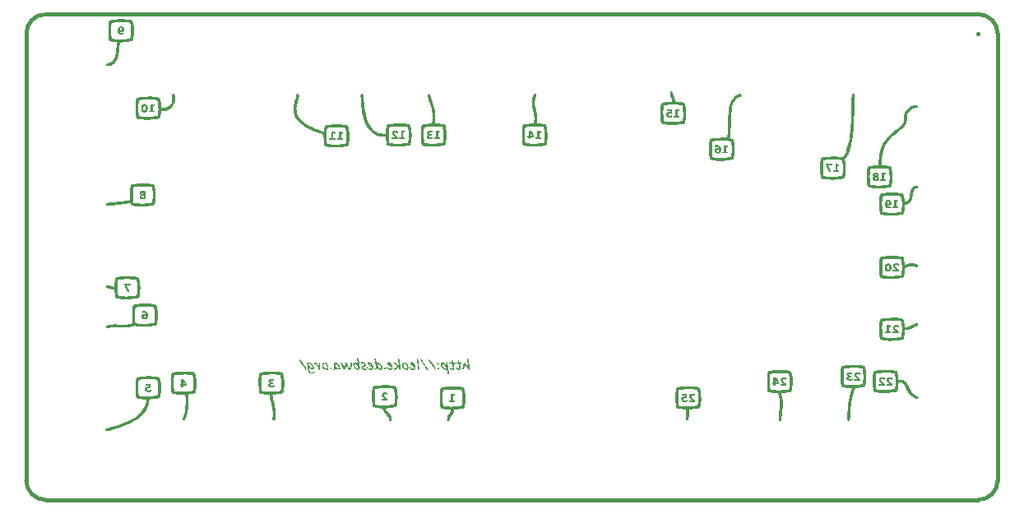
<source format=gbo>
G04 (created by PCBNEW (2013-feb-26)-stable) date ven. 05 avril 2013 21:49:39 CEST*
%MOIN*%
G04 Gerber Fmt 3.4, Leading zero omitted, Abs format*
%FSLAX34Y34*%
G01*
G70*
G90*
G04 APERTURE LIST*
%ADD10C,2.3622e-06*%
%ADD11C,0.015*%
%ADD12C,0.0001*%
G04 APERTURE END LIST*
G54D10*
G54D11*
X61535Y-44370D02*
G75*
G03X62322Y-43582I0J787D01*
G74*
G01*
X22952Y-43582D02*
G75*
G03X23740Y-44370I787J0D01*
G74*
G01*
X62322Y-25472D02*
G75*
G03X61535Y-24685I-787J0D01*
G74*
G01*
X61535Y-25472D02*
G75*
G03X61535Y-25472I0J0D01*
G74*
G01*
X23740Y-24685D02*
G75*
G03X22952Y-25472I0J-787D01*
G74*
G01*
X22952Y-43582D02*
X22952Y-25472D01*
X23740Y-24684D02*
X61535Y-24684D01*
X62322Y-25472D02*
X62322Y-43582D01*
X23740Y-44370D02*
X61535Y-44370D01*
G54D12*
G36*
X26165Y-41523D02*
X26166Y-41525D01*
X26170Y-41544D01*
X26170Y-41549D01*
X26177Y-41559D01*
X26194Y-41570D01*
X26214Y-41580D01*
X26231Y-41585D01*
X26234Y-41585D01*
X26244Y-41583D01*
X26268Y-41577D01*
X26302Y-41568D01*
X26345Y-41558D01*
X26393Y-41545D01*
X26399Y-41544D01*
X26612Y-41484D01*
X26811Y-41419D01*
X26994Y-41347D01*
X27162Y-41270D01*
X27314Y-41187D01*
X27451Y-41097D01*
X27573Y-41002D01*
X27658Y-40923D01*
X27744Y-40827D01*
X27814Y-40728D01*
X27869Y-40627D01*
X27907Y-40522D01*
X27929Y-40414D01*
X27934Y-40364D01*
X27939Y-40296D01*
X28011Y-40291D01*
X28046Y-40287D01*
X28092Y-40282D01*
X28144Y-40276D01*
X28196Y-40269D01*
X28212Y-40267D01*
X28262Y-40259D01*
X28299Y-40253D01*
X28325Y-40247D01*
X28342Y-40241D01*
X28353Y-40235D01*
X28358Y-40230D01*
X28369Y-40210D01*
X28381Y-40173D01*
X28393Y-40121D01*
X28405Y-40054D01*
X28413Y-40003D01*
X28417Y-39955D01*
X28419Y-39898D01*
X28419Y-39836D01*
X28417Y-39770D01*
X28412Y-39703D01*
X28406Y-39637D01*
X28399Y-39576D01*
X28390Y-39520D01*
X28380Y-39473D01*
X28370Y-39437D01*
X28359Y-39414D01*
X28355Y-39410D01*
X28332Y-39398D01*
X28295Y-39388D01*
X28246Y-39378D01*
X28188Y-39370D01*
X28121Y-39364D01*
X28050Y-39359D01*
X27976Y-39356D01*
X27902Y-39356D01*
X27829Y-39357D01*
X27794Y-39359D01*
X27716Y-39365D01*
X27643Y-39371D01*
X27578Y-39378D01*
X27522Y-39386D01*
X27478Y-39393D01*
X27446Y-39401D01*
X27431Y-39407D01*
X27415Y-39426D01*
X27401Y-39462D01*
X27391Y-39514D01*
X27383Y-39581D01*
X27378Y-39664D01*
X27376Y-39763D01*
X27376Y-39802D01*
X27377Y-39870D01*
X27380Y-39938D01*
X27384Y-40005D01*
X27388Y-40066D01*
X27394Y-40121D01*
X27400Y-40167D01*
X27406Y-40201D01*
X27412Y-40219D01*
X27427Y-40236D01*
X27437Y-40244D01*
X27458Y-40252D01*
X27493Y-40261D01*
X27497Y-40261D01*
X27497Y-39800D01*
X27497Y-39738D01*
X27499Y-39679D01*
X27501Y-39626D01*
X27503Y-39581D01*
X27506Y-39548D01*
X27510Y-39531D01*
X27514Y-39520D01*
X27520Y-39512D01*
X27532Y-39506D01*
X27553Y-39502D01*
X27585Y-39496D01*
X27600Y-39494D01*
X27637Y-39490D01*
X27686Y-39487D01*
X27744Y-39485D01*
X27808Y-39483D01*
X27876Y-39482D01*
X27945Y-39482D01*
X28012Y-39483D01*
X28075Y-39484D01*
X28130Y-39486D01*
X28175Y-39489D01*
X28207Y-39493D01*
X28216Y-39495D01*
X28266Y-39506D01*
X28281Y-39594D01*
X28289Y-39650D01*
X28294Y-39716D01*
X28297Y-39787D01*
X28298Y-39861D01*
X28296Y-39931D01*
X28292Y-39995D01*
X28285Y-40049D01*
X28282Y-40069D01*
X28266Y-40140D01*
X28216Y-40146D01*
X28141Y-40155D01*
X28079Y-40163D01*
X28027Y-40168D01*
X27981Y-40172D01*
X27937Y-40174D01*
X27891Y-40176D01*
X27847Y-40176D01*
X27776Y-40175D01*
X27708Y-40172D01*
X27650Y-40167D01*
X27628Y-40164D01*
X27591Y-40158D01*
X27559Y-40152D01*
X27536Y-40147D01*
X27529Y-40144D01*
X27523Y-40138D01*
X27518Y-40126D01*
X27513Y-40106D01*
X27509Y-40075D01*
X27505Y-40031D01*
X27503Y-40017D01*
X27500Y-39973D01*
X27498Y-39920D01*
X27497Y-39861D01*
X27497Y-39800D01*
X27497Y-40261D01*
X27537Y-40270D01*
X27588Y-40278D01*
X27641Y-40286D01*
X27694Y-40292D01*
X27713Y-40294D01*
X27752Y-40297D01*
X27785Y-40300D01*
X27807Y-40303D01*
X27817Y-40305D01*
X27818Y-40315D01*
X27817Y-40337D01*
X27813Y-40367D01*
X27808Y-40402D01*
X27802Y-40438D01*
X27796Y-40469D01*
X27790Y-40493D01*
X27754Y-40588D01*
X27702Y-40682D01*
X27634Y-40773D01*
X27551Y-40860D01*
X27453Y-40945D01*
X27341Y-41026D01*
X27216Y-41103D01*
X27077Y-41176D01*
X26926Y-41244D01*
X26762Y-41307D01*
X26587Y-41365D01*
X26401Y-41418D01*
X26378Y-41424D01*
X26318Y-41439D01*
X26272Y-41452D01*
X26238Y-41462D01*
X26213Y-41470D01*
X26196Y-41478D01*
X26185Y-41486D01*
X26180Y-41491D01*
X26168Y-41509D01*
X26165Y-41523D01*
X26165Y-41523D01*
X26165Y-41523D01*
G37*
G36*
X36963Y-40158D02*
X36964Y-40230D01*
X36967Y-40301D01*
X36971Y-40369D01*
X36976Y-40432D01*
X36982Y-40488D01*
X36989Y-40534D01*
X36996Y-40569D01*
X37005Y-40590D01*
X37006Y-40592D01*
X37024Y-40603D01*
X37054Y-40615D01*
X37080Y-40621D01*
X37080Y-40162D01*
X37080Y-40110D01*
X37081Y-40060D01*
X37085Y-40007D01*
X37085Y-40004D01*
X37089Y-39960D01*
X37093Y-39923D01*
X37097Y-39894D01*
X37101Y-39878D01*
X37102Y-39876D01*
X37113Y-39871D01*
X37139Y-39867D01*
X37175Y-39861D01*
X37220Y-39856D01*
X37271Y-39850D01*
X37325Y-39846D01*
X37380Y-39842D01*
X37431Y-39839D01*
X37435Y-39839D01*
X37488Y-39837D01*
X37545Y-39838D01*
X37604Y-39840D01*
X37662Y-39843D01*
X37717Y-39847D01*
X37766Y-39852D01*
X37806Y-39858D01*
X37835Y-39864D01*
X37850Y-39870D01*
X37850Y-39871D01*
X37852Y-39880D01*
X37857Y-39902D01*
X37863Y-39935D01*
X37869Y-39975D01*
X37871Y-39986D01*
X37878Y-40035D01*
X37883Y-40079D01*
X37885Y-40122D01*
X37885Y-40170D01*
X37884Y-40228D01*
X37884Y-40240D01*
X37882Y-40294D01*
X37878Y-40347D01*
X37873Y-40396D01*
X37867Y-40439D01*
X37861Y-40472D01*
X37855Y-40493D01*
X37852Y-40498D01*
X37842Y-40501D01*
X37820Y-40505D01*
X37787Y-40510D01*
X37747Y-40515D01*
X37705Y-40521D01*
X37661Y-40526D01*
X37621Y-40531D01*
X37588Y-40534D01*
X37587Y-40534D01*
X37460Y-40542D01*
X37345Y-40540D01*
X37291Y-40536D01*
X37249Y-40531D01*
X37204Y-40525D01*
X37166Y-40519D01*
X37161Y-40518D01*
X37142Y-40515D01*
X37128Y-40512D01*
X37117Y-40507D01*
X37109Y-40499D01*
X37103Y-40484D01*
X37098Y-40462D01*
X37095Y-40430D01*
X37092Y-40387D01*
X37088Y-40330D01*
X37086Y-40291D01*
X37082Y-40221D01*
X37080Y-40162D01*
X37080Y-40621D01*
X37096Y-40626D01*
X37145Y-40636D01*
X37198Y-40646D01*
X37253Y-40653D01*
X37306Y-40658D01*
X37355Y-40660D01*
X37356Y-40660D01*
X37383Y-40661D01*
X37397Y-40663D01*
X37403Y-40670D01*
X37404Y-40683D01*
X37404Y-40683D01*
X37410Y-40717D01*
X37429Y-40757D01*
X37462Y-40805D01*
X37507Y-40862D01*
X37524Y-40880D01*
X37563Y-40925D01*
X37592Y-40961D01*
X37613Y-40992D01*
X37628Y-41021D01*
X37639Y-41051D01*
X37647Y-41085D01*
X37649Y-41091D01*
X37659Y-41128D01*
X37671Y-41152D01*
X37680Y-41162D01*
X37695Y-41172D01*
X37703Y-41176D01*
X37714Y-41173D01*
X37724Y-41171D01*
X37749Y-41161D01*
X37763Y-41145D01*
X37769Y-41119D01*
X37768Y-41085D01*
X37760Y-41034D01*
X37746Y-40986D01*
X37723Y-40938D01*
X37689Y-40888D01*
X37645Y-40834D01*
X37611Y-40796D01*
X37580Y-40760D01*
X37553Y-40727D01*
X37534Y-40698D01*
X37523Y-40677D01*
X37522Y-40665D01*
X37522Y-40664D01*
X37531Y-40662D01*
X37554Y-40658D01*
X37585Y-40655D01*
X37612Y-40652D01*
X37672Y-40646D01*
X37731Y-40639D01*
X37788Y-40631D01*
X37838Y-40624D01*
X37880Y-40617D01*
X37909Y-40611D01*
X37918Y-40609D01*
X37933Y-40603D01*
X37945Y-40595D01*
X37954Y-40582D01*
X37962Y-40560D01*
X37970Y-40527D01*
X37977Y-40493D01*
X37991Y-40417D01*
X38001Y-40336D01*
X38008Y-40256D01*
X38010Y-40181D01*
X38008Y-40135D01*
X38005Y-40094D01*
X37999Y-40044D01*
X37992Y-39990D01*
X37984Y-39934D01*
X37976Y-39883D01*
X37968Y-39839D01*
X37961Y-39808D01*
X37954Y-39790D01*
X37943Y-39775D01*
X37925Y-39764D01*
X37897Y-39755D01*
X37857Y-39746D01*
X37816Y-39738D01*
X37767Y-39732D01*
X37706Y-39727D01*
X37637Y-39724D01*
X37562Y-39723D01*
X37483Y-39723D01*
X37403Y-39724D01*
X37324Y-39727D01*
X37249Y-39731D01*
X37180Y-39737D01*
X37119Y-39743D01*
X37070Y-39751D01*
X37034Y-39759D01*
X37027Y-39761D01*
X37014Y-39769D01*
X37003Y-39781D01*
X36994Y-39800D01*
X36987Y-39828D01*
X36980Y-39869D01*
X36973Y-39913D01*
X36968Y-39964D01*
X36965Y-40023D01*
X36963Y-40089D01*
X36963Y-40158D01*
X36963Y-40158D01*
X36963Y-40158D01*
G37*
G36*
X55958Y-39335D02*
X55959Y-39425D01*
X55961Y-39507D01*
X55965Y-39582D01*
X55970Y-39646D01*
X55977Y-39699D01*
X55984Y-39739D01*
X55992Y-39762D01*
X56000Y-39773D01*
X56011Y-39782D01*
X56028Y-39790D01*
X56055Y-39798D01*
X56073Y-39802D01*
X56073Y-39325D01*
X56073Y-39266D01*
X56075Y-39211D01*
X56078Y-39169D01*
X56083Y-39128D01*
X56088Y-39093D01*
X56093Y-39068D01*
X56098Y-39056D01*
X56098Y-39055D01*
X56113Y-39049D01*
X56142Y-39043D01*
X56183Y-39037D01*
X56234Y-39032D01*
X56292Y-39028D01*
X56355Y-39024D01*
X56421Y-39022D01*
X56486Y-39020D01*
X56550Y-39019D01*
X56610Y-39020D01*
X56662Y-39022D01*
X56706Y-39025D01*
X56716Y-39026D01*
X56765Y-39033D01*
X56799Y-39037D01*
X56822Y-39042D01*
X56835Y-39047D01*
X56843Y-39054D01*
X56846Y-39063D01*
X56849Y-39075D01*
X56849Y-39076D01*
X56862Y-39156D01*
X56871Y-39225D01*
X56876Y-39287D01*
X56879Y-39346D01*
X56880Y-39381D01*
X56879Y-39431D01*
X56875Y-39484D01*
X56871Y-39537D01*
X56865Y-39585D01*
X56858Y-39626D01*
X56850Y-39656D01*
X56846Y-39668D01*
X56839Y-39674D01*
X56826Y-39680D01*
X56802Y-39685D01*
X56767Y-39691D01*
X56719Y-39697D01*
X56675Y-39702D01*
X56636Y-39707D01*
X56605Y-39711D01*
X56586Y-39713D01*
X56583Y-39714D01*
X56554Y-39716D01*
X56513Y-39718D01*
X56462Y-39718D01*
X56406Y-39718D01*
X56349Y-39716D01*
X56295Y-39713D01*
X56247Y-39710D01*
X56209Y-39707D01*
X56200Y-39705D01*
X56164Y-39699D01*
X56133Y-39693D01*
X56112Y-39689D01*
X56105Y-39686D01*
X56099Y-39674D01*
X56093Y-39648D01*
X56087Y-39610D01*
X56083Y-39562D01*
X56079Y-39507D01*
X56076Y-39448D01*
X56074Y-39386D01*
X56073Y-39325D01*
X56073Y-39802D01*
X56093Y-39807D01*
X56131Y-39815D01*
X56159Y-39820D01*
X56200Y-39826D01*
X56247Y-39831D01*
X56296Y-39836D01*
X56341Y-39840D01*
X56379Y-39843D01*
X56397Y-39844D01*
X56404Y-39845D01*
X56406Y-39852D01*
X56402Y-39867D01*
X56394Y-39894D01*
X56391Y-39904D01*
X56375Y-39953D01*
X56359Y-40014D01*
X56341Y-40083D01*
X56324Y-40157D01*
X56307Y-40231D01*
X56294Y-40301D01*
X56292Y-40312D01*
X56280Y-40379D01*
X56270Y-40452D01*
X56260Y-40533D01*
X56251Y-40624D01*
X56243Y-40727D01*
X56234Y-40844D01*
X56233Y-40860D01*
X56228Y-40933D01*
X56225Y-40991D01*
X56222Y-41037D01*
X56221Y-41071D01*
X56221Y-41097D01*
X56223Y-41115D01*
X56226Y-41127D01*
X56230Y-41136D01*
X56236Y-41143D01*
X56237Y-41144D01*
X56261Y-41157D01*
X56289Y-41159D01*
X56313Y-41150D01*
X56320Y-41144D01*
X56325Y-41136D01*
X56329Y-41124D01*
X56333Y-41107D01*
X56337Y-41081D01*
X56340Y-41046D01*
X56343Y-40999D01*
X56348Y-40938D01*
X56349Y-40910D01*
X56359Y-40768D01*
X56370Y-40640D01*
X56382Y-40524D01*
X56396Y-40418D01*
X56411Y-40320D01*
X56429Y-40228D01*
X56449Y-40139D01*
X56473Y-40051D01*
X56499Y-39962D01*
X56512Y-39921D01*
X56540Y-39837D01*
X56603Y-39832D01*
X56653Y-39827D01*
X56705Y-39821D01*
X56759Y-39814D01*
X56809Y-39806D01*
X56855Y-39798D01*
X56891Y-39791D01*
X56917Y-39784D01*
X56926Y-39781D01*
X56941Y-39764D01*
X56954Y-39735D01*
X56958Y-39725D01*
X56981Y-39620D01*
X56995Y-39505D01*
X56999Y-39383D01*
X56994Y-39256D01*
X56979Y-39128D01*
X56976Y-39107D01*
X56966Y-39051D01*
X56956Y-39007D01*
X56948Y-38976D01*
X56941Y-38960D01*
X56940Y-38959D01*
X56918Y-38945D01*
X56882Y-38932D01*
X56832Y-38921D01*
X56772Y-38912D01*
X56702Y-38906D01*
X56625Y-38901D01*
X56542Y-38899D01*
X56456Y-38899D01*
X56368Y-38902D01*
X56281Y-38907D01*
X56195Y-38915D01*
X56178Y-38917D01*
X56129Y-38923D01*
X56086Y-38929D01*
X56051Y-38934D01*
X56027Y-38938D01*
X56017Y-38940D01*
X56001Y-38952D01*
X55988Y-38975D01*
X55978Y-39011D01*
X55970Y-39059D01*
X55964Y-39121D01*
X55960Y-39198D01*
X55958Y-39289D01*
X55958Y-39335D01*
X55958Y-39335D01*
X55958Y-39335D01*
G37*
G36*
X52975Y-39540D02*
X52975Y-39620D01*
X52977Y-39697D01*
X52981Y-39769D01*
X52985Y-39833D01*
X52991Y-39888D01*
X52997Y-39930D01*
X53004Y-39958D01*
X53005Y-39961D01*
X53017Y-39980D01*
X53028Y-39992D01*
X53048Y-39999D01*
X53080Y-40008D01*
X53089Y-40009D01*
X53089Y-39545D01*
X53089Y-39491D01*
X53091Y-39438D01*
X53094Y-39398D01*
X53098Y-39355D01*
X53102Y-39316D01*
X53105Y-39287D01*
X53108Y-39269D01*
X53108Y-39266D01*
X53119Y-39259D01*
X53144Y-39253D01*
X53182Y-39246D01*
X53230Y-39241D01*
X53287Y-39236D01*
X53349Y-39232D01*
X53416Y-39230D01*
X53484Y-39229D01*
X53553Y-39229D01*
X53579Y-39229D01*
X53645Y-39231D01*
X53706Y-39235D01*
X53760Y-39239D01*
X53805Y-39243D01*
X53837Y-39248D01*
X53857Y-39253D01*
X53860Y-39255D01*
X53862Y-39264D01*
X53866Y-39285D01*
X53871Y-39317D01*
X53878Y-39356D01*
X53879Y-39364D01*
X53890Y-39455D01*
X53896Y-39551D01*
X53896Y-39647D01*
X53889Y-39736D01*
X53884Y-39780D01*
X53877Y-39816D01*
X53870Y-39848D01*
X53865Y-39870D01*
X53862Y-39877D01*
X53856Y-39883D01*
X53844Y-39888D01*
X53822Y-39893D01*
X53790Y-39898D01*
X53743Y-39904D01*
X53727Y-39906D01*
X53682Y-39911D01*
X53642Y-39915D01*
X53611Y-39919D01*
X53591Y-39922D01*
X53587Y-39923D01*
X53568Y-39924D01*
X53537Y-39926D01*
X53495Y-39926D01*
X53448Y-39926D01*
X53399Y-39925D01*
X53350Y-39924D01*
X53307Y-39923D01*
X53272Y-39920D01*
X53251Y-39918D01*
X53214Y-39913D01*
X53178Y-39906D01*
X53153Y-39901D01*
X53139Y-39898D01*
X53129Y-39895D01*
X53121Y-39890D01*
X53115Y-39881D01*
X53111Y-39865D01*
X53107Y-39841D01*
X53104Y-39808D01*
X53101Y-39762D01*
X53097Y-39703D01*
X53095Y-39675D01*
X53091Y-39604D01*
X53089Y-39545D01*
X53089Y-40009D01*
X53123Y-40017D01*
X53174Y-40026D01*
X53228Y-40034D01*
X53284Y-40041D01*
X53338Y-40047D01*
X53386Y-40051D01*
X53417Y-40052D01*
X53424Y-40060D01*
X53432Y-40081D01*
X53443Y-40114D01*
X53455Y-40154D01*
X53466Y-40201D01*
X53477Y-40250D01*
X53484Y-40281D01*
X53495Y-40369D01*
X53498Y-40470D01*
X53492Y-40583D01*
X53478Y-40707D01*
X53476Y-40719D01*
X53462Y-40824D01*
X53452Y-40915D01*
X53447Y-40990D01*
X53447Y-41050D01*
X53452Y-41096D01*
X53461Y-41129D01*
X53471Y-41144D01*
X53496Y-41159D01*
X53523Y-41158D01*
X53547Y-41145D01*
X53553Y-41138D01*
X53560Y-41128D01*
X53565Y-41115D01*
X53568Y-41097D01*
X53570Y-41070D01*
X53570Y-41032D01*
X53570Y-41007D01*
X53573Y-40928D01*
X53580Y-40842D01*
X53592Y-40752D01*
X53610Y-40612D01*
X53616Y-40482D01*
X53613Y-40361D01*
X53599Y-40246D01*
X53574Y-40134D01*
X53568Y-40113D01*
X53549Y-40046D01*
X53612Y-40040D01*
X53661Y-40035D01*
X53714Y-40029D01*
X53768Y-40022D01*
X53819Y-40014D01*
X53865Y-40007D01*
X53903Y-39999D01*
X53931Y-39993D01*
X53943Y-39989D01*
X53957Y-39972D01*
X53971Y-39940D01*
X53984Y-39896D01*
X53995Y-39841D01*
X54005Y-39777D01*
X54012Y-39707D01*
X54017Y-39641D01*
X54018Y-39589D01*
X54016Y-39531D01*
X54012Y-39469D01*
X54006Y-39407D01*
X53999Y-39346D01*
X53990Y-39289D01*
X53980Y-39240D01*
X53970Y-39200D01*
X53959Y-39172D01*
X53952Y-39160D01*
X53931Y-39149D01*
X53896Y-39138D01*
X53848Y-39128D01*
X53791Y-39120D01*
X53726Y-39114D01*
X53655Y-39109D01*
X53581Y-39106D01*
X53506Y-39105D01*
X53433Y-39107D01*
X53389Y-39109D01*
X53330Y-39113D01*
X53269Y-39118D01*
X53210Y-39124D01*
X53154Y-39130D01*
X53105Y-39136D01*
X53067Y-39142D01*
X53040Y-39147D01*
X53035Y-39148D01*
X53019Y-39160D01*
X53006Y-39182D01*
X52995Y-39218D01*
X52986Y-39266D01*
X52980Y-39329D01*
X52976Y-39406D01*
X52975Y-39499D01*
X52975Y-39540D01*
X52975Y-39540D01*
X52975Y-39540D01*
G37*
G36*
X39709Y-40215D02*
X39711Y-40284D01*
X39713Y-40354D01*
X39717Y-40421D01*
X39721Y-40483D01*
X39727Y-40539D01*
X39733Y-40584D01*
X39739Y-40618D01*
X39746Y-40636D01*
X39754Y-40648D01*
X39768Y-40658D01*
X39789Y-40666D01*
X39822Y-40675D01*
X39829Y-40676D01*
X39829Y-40179D01*
X39830Y-40110D01*
X39833Y-40049D01*
X39837Y-40000D01*
X39837Y-39994D01*
X39841Y-39962D01*
X39845Y-39937D01*
X39847Y-39923D01*
X39848Y-39922D01*
X39856Y-39920D01*
X39878Y-39917D01*
X39911Y-39913D01*
X39952Y-39909D01*
X39974Y-39906D01*
X40038Y-39900D01*
X40108Y-39895D01*
X40181Y-39893D01*
X40254Y-39892D01*
X40327Y-39892D01*
X40395Y-39894D01*
X40457Y-39898D01*
X40511Y-39903D01*
X40553Y-39909D01*
X40582Y-39917D01*
X40588Y-39919D01*
X40595Y-39929D01*
X40602Y-39950D01*
X40609Y-39985D01*
X40617Y-40029D01*
X40626Y-40105D01*
X40631Y-40188D01*
X40632Y-40273D01*
X40630Y-40355D01*
X40623Y-40429D01*
X40617Y-40468D01*
X40611Y-40502D01*
X40605Y-40530D01*
X40601Y-40547D01*
X40600Y-40550D01*
X40590Y-40553D01*
X40567Y-40557D01*
X40534Y-40562D01*
X40495Y-40568D01*
X40451Y-40573D01*
X40407Y-40579D01*
X40367Y-40583D01*
X40353Y-40585D01*
X40267Y-40590D01*
X40176Y-40592D01*
X40086Y-40590D01*
X40005Y-40584D01*
X39983Y-40581D01*
X39934Y-40575D01*
X39898Y-40569D01*
X39874Y-40562D01*
X39858Y-40551D01*
X39849Y-40535D01*
X39844Y-40510D01*
X39840Y-40475D01*
X39838Y-40451D01*
X39834Y-40392D01*
X39831Y-40324D01*
X39829Y-40252D01*
X39829Y-40179D01*
X39829Y-40676D01*
X39845Y-40680D01*
X39933Y-40696D01*
X40010Y-40706D01*
X40082Y-40710D01*
X40099Y-40710D01*
X40170Y-40710D01*
X40170Y-40734D01*
X40165Y-40756D01*
X40152Y-40781D01*
X40147Y-40787D01*
X40111Y-40835D01*
X40083Y-40871D01*
X40063Y-40900D01*
X40049Y-40924D01*
X40038Y-40944D01*
X40029Y-40964D01*
X40028Y-40967D01*
X40018Y-41002D01*
X40009Y-41043D01*
X40006Y-41071D01*
X40004Y-41103D01*
X40005Y-41123D01*
X40011Y-41137D01*
X40016Y-41144D01*
X40038Y-41157D01*
X40066Y-41160D01*
X40093Y-41152D01*
X40103Y-41144D01*
X40116Y-41123D01*
X40120Y-41105D01*
X40122Y-41084D01*
X40128Y-41055D01*
X40133Y-41035D01*
X40140Y-41015D01*
X40149Y-40994D01*
X40163Y-40971D01*
X40182Y-40943D01*
X40208Y-40908D01*
X40244Y-40863D01*
X40248Y-40857D01*
X40275Y-40814D01*
X40291Y-40768D01*
X40295Y-40738D01*
X40296Y-40723D01*
X40301Y-40715D01*
X40314Y-40710D01*
X40340Y-40707D01*
X40343Y-40706D01*
X40402Y-40699D01*
X40461Y-40692D01*
X40518Y-40685D01*
X40570Y-40677D01*
X40614Y-40670D01*
X40648Y-40665D01*
X40668Y-40660D01*
X40672Y-40659D01*
X40686Y-40651D01*
X40697Y-40637D01*
X40707Y-40614D01*
X40717Y-40580D01*
X40723Y-40552D01*
X40741Y-40444D01*
X40751Y-40327D01*
X40752Y-40205D01*
X40744Y-40082D01*
X40729Y-39973D01*
X40720Y-39923D01*
X40714Y-39887D01*
X40708Y-39862D01*
X40703Y-39845D01*
X40698Y-39835D01*
X40692Y-39829D01*
X40684Y-39823D01*
X40683Y-39822D01*
X40656Y-39810D01*
X40616Y-39800D01*
X40563Y-39790D01*
X40501Y-39782D01*
X40432Y-39776D01*
X40358Y-39772D01*
X40282Y-39770D01*
X40206Y-39771D01*
X40183Y-39771D01*
X40127Y-39774D01*
X40068Y-39778D01*
X40007Y-39783D01*
X39947Y-39789D01*
X39891Y-39796D01*
X39842Y-39802D01*
X39802Y-39808D01*
X39774Y-39814D01*
X39763Y-39818D01*
X39748Y-39835D01*
X39735Y-39868D01*
X39725Y-39916D01*
X39717Y-39979D01*
X39712Y-40057D01*
X39710Y-40149D01*
X39709Y-40215D01*
X39709Y-40215D01*
X39709Y-40215D01*
G37*
G36*
X49266Y-40172D02*
X49267Y-40246D01*
X49268Y-40321D01*
X49271Y-40392D01*
X49275Y-40459D01*
X49280Y-40518D01*
X49286Y-40568D01*
X49292Y-40604D01*
X49297Y-40620D01*
X49311Y-40640D01*
X49327Y-40651D01*
X49362Y-40662D01*
X49384Y-40667D01*
X49384Y-40222D01*
X49384Y-40158D01*
X49386Y-40096D01*
X49388Y-40040D01*
X49391Y-39992D01*
X49395Y-39954D01*
X49399Y-39928D01*
X49402Y-39921D01*
X49414Y-39915D01*
X49439Y-39909D01*
X49477Y-39903D01*
X49524Y-39898D01*
X49578Y-39893D01*
X49636Y-39889D01*
X49697Y-39885D01*
X49758Y-39883D01*
X49808Y-39882D01*
X49869Y-39883D01*
X49930Y-39885D01*
X49989Y-39888D01*
X50042Y-39892D01*
X50087Y-39897D01*
X50121Y-39902D01*
X50141Y-39908D01*
X50144Y-39909D01*
X50152Y-39922D01*
X50159Y-39949D01*
X50167Y-39987D01*
X50174Y-40033D01*
X50180Y-40086D01*
X50184Y-40141D01*
X50188Y-40197D01*
X50189Y-40251D01*
X50189Y-40300D01*
X50187Y-40337D01*
X50181Y-40392D01*
X50175Y-40441D01*
X50168Y-40483D01*
X50161Y-40514D01*
X50156Y-40532D01*
X50155Y-40533D01*
X50144Y-40539D01*
X50119Y-40545D01*
X50083Y-40552D01*
X50038Y-40560D01*
X49986Y-40567D01*
X49931Y-40574D01*
X49895Y-40577D01*
X49845Y-40581D01*
X49785Y-40582D01*
X49718Y-40581D01*
X49650Y-40579D01*
X49586Y-40576D01*
X49528Y-40571D01*
X49483Y-40565D01*
X49450Y-40559D01*
X49424Y-40554D01*
X49409Y-40550D01*
X49407Y-40549D01*
X49405Y-40541D01*
X49402Y-40519D01*
X49399Y-40488D01*
X49395Y-40457D01*
X49391Y-40406D01*
X49388Y-40349D01*
X49385Y-40286D01*
X49384Y-40222D01*
X49384Y-40667D01*
X49408Y-40673D01*
X49462Y-40683D01*
X49520Y-40691D01*
X49576Y-40698D01*
X49627Y-40701D01*
X49650Y-40702D01*
X49704Y-40702D01*
X49703Y-40733D01*
X49702Y-40751D01*
X49701Y-40783D01*
X49698Y-40824D01*
X49695Y-40873D01*
X49692Y-40926D01*
X49692Y-40927D01*
X49689Y-40978D01*
X49687Y-41025D01*
X49686Y-41064D01*
X49686Y-41092D01*
X49688Y-41107D01*
X49688Y-41108D01*
X49704Y-41130D01*
X49729Y-41141D01*
X49757Y-41141D01*
X49773Y-41134D01*
X49788Y-41120D01*
X49795Y-41108D01*
X49797Y-41094D01*
X49800Y-41067D01*
X49804Y-41028D01*
X49807Y-40981D01*
X49811Y-40927D01*
X49812Y-40896D01*
X49823Y-40703D01*
X49886Y-40698D01*
X49933Y-40693D01*
X49984Y-40687D01*
X50037Y-40680D01*
X50090Y-40673D01*
X50139Y-40665D01*
X50181Y-40658D01*
X50214Y-40651D01*
X50235Y-40646D01*
X50242Y-40643D01*
X50253Y-40626D01*
X50265Y-40591D01*
X50278Y-40540D01*
X50292Y-40473D01*
X50293Y-40469D01*
X50301Y-40402D01*
X50306Y-40325D01*
X50308Y-40240D01*
X50305Y-40153D01*
X50299Y-40068D01*
X50289Y-39991D01*
X50288Y-39985D01*
X50278Y-39927D01*
X50270Y-39883D01*
X50261Y-39851D01*
X50251Y-39828D01*
X50238Y-39813D01*
X50221Y-39803D01*
X50197Y-39796D01*
X50167Y-39790D01*
X50161Y-39789D01*
X50067Y-39775D01*
X49960Y-39766D01*
X49845Y-39762D01*
X49723Y-39764D01*
X49599Y-39770D01*
X49475Y-39782D01*
X49454Y-39785D01*
X49399Y-39792D01*
X49358Y-39799D01*
X49329Y-39808D01*
X49310Y-39820D01*
X49297Y-39838D01*
X49289Y-39863D01*
X49282Y-39898D01*
X49278Y-39928D01*
X49273Y-39976D01*
X49270Y-40035D01*
X49267Y-40101D01*
X49266Y-40172D01*
X49266Y-40172D01*
X49266Y-40172D01*
G37*
G36*
X32367Y-39623D02*
X32369Y-39712D01*
X32373Y-39799D01*
X32380Y-39881D01*
X32389Y-39955D01*
X32396Y-39999D01*
X32404Y-40029D01*
X32417Y-40047D01*
X32423Y-40050D01*
X32454Y-40062D01*
X32487Y-40071D01*
X32487Y-39574D01*
X32488Y-39514D01*
X32490Y-39459D01*
X32494Y-39412D01*
X32496Y-39394D01*
X32500Y-39361D01*
X32504Y-39336D01*
X32507Y-39321D01*
X32508Y-39320D01*
X32520Y-39315D01*
X32546Y-39311D01*
X32584Y-39306D01*
X32632Y-39302D01*
X32686Y-39297D01*
X32745Y-39293D01*
X32806Y-39290D01*
X32862Y-39288D01*
X32932Y-39287D01*
X32990Y-39287D01*
X33039Y-39288D01*
X33083Y-39290D01*
X33126Y-39295D01*
X33145Y-39297D01*
X33185Y-39303D01*
X33219Y-39309D01*
X33243Y-39315D01*
X33254Y-39320D01*
X33254Y-39320D01*
X33259Y-39335D01*
X33265Y-39364D01*
X33272Y-39402D01*
X33278Y-39447D01*
X33284Y-39496D01*
X33288Y-39544D01*
X33292Y-39590D01*
X33293Y-39606D01*
X33291Y-39735D01*
X33275Y-39868D01*
X33268Y-39903D01*
X33259Y-39950D01*
X33142Y-39964D01*
X33098Y-39969D01*
X33059Y-39974D01*
X33029Y-39978D01*
X33010Y-39981D01*
X33008Y-39981D01*
X32988Y-39983D01*
X32955Y-39983D01*
X32912Y-39983D01*
X32861Y-39983D01*
X32807Y-39982D01*
X32751Y-39980D01*
X32698Y-39978D01*
X32650Y-39975D01*
X32611Y-39973D01*
X32583Y-39970D01*
X32574Y-39969D01*
X32546Y-39962D01*
X32524Y-39954D01*
X32515Y-39949D01*
X32509Y-39935D01*
X32503Y-39906D01*
X32499Y-39866D01*
X32495Y-39817D01*
X32491Y-39760D01*
X32489Y-39699D01*
X32488Y-39636D01*
X32487Y-39574D01*
X32487Y-40071D01*
X32499Y-40074D01*
X32555Y-40085D01*
X32620Y-40095D01*
X32690Y-40103D01*
X32742Y-40107D01*
X32818Y-40112D01*
X32823Y-40180D01*
X32827Y-40216D01*
X32834Y-40261D01*
X32843Y-40311D01*
X32853Y-40356D01*
X32877Y-40455D01*
X32896Y-40540D01*
X32912Y-40612D01*
X32924Y-40675D01*
X32933Y-40731D01*
X32939Y-40780D01*
X32943Y-40826D01*
X32945Y-40871D01*
X32945Y-40899D01*
X32944Y-40943D01*
X32942Y-40987D01*
X32938Y-41025D01*
X32936Y-41040D01*
X32931Y-41083D01*
X32935Y-41113D01*
X32949Y-41131D01*
X32973Y-41141D01*
X32984Y-41142D01*
X33009Y-41142D01*
X33023Y-41136D01*
X33032Y-41125D01*
X33046Y-41094D01*
X33056Y-41049D01*
X33063Y-40993D01*
X33067Y-40930D01*
X33066Y-40862D01*
X33062Y-40805D01*
X33055Y-40742D01*
X33044Y-40671D01*
X33028Y-40588D01*
X33009Y-40494D01*
X32984Y-40386D01*
X32975Y-40348D01*
X32964Y-40299D01*
X32954Y-40250D01*
X32946Y-40206D01*
X32941Y-40172D01*
X32940Y-40164D01*
X32935Y-40105D01*
X33009Y-40099D01*
X33059Y-40095D01*
X33112Y-40089D01*
X33167Y-40082D01*
X33218Y-40075D01*
X33265Y-40067D01*
X33303Y-40059D01*
X33330Y-40053D01*
X33342Y-40048D01*
X33352Y-40040D01*
X33360Y-40028D01*
X33367Y-40010D01*
X33374Y-39983D01*
X33382Y-39945D01*
X33392Y-39894D01*
X33396Y-39868D01*
X33403Y-39827D01*
X33407Y-39791D01*
X33410Y-39755D01*
X33411Y-39715D01*
X33411Y-39668D01*
X33409Y-39610D01*
X33406Y-39545D01*
X33401Y-39480D01*
X33395Y-39417D01*
X33387Y-39359D01*
X33378Y-39307D01*
X33369Y-39266D01*
X33360Y-39236D01*
X33351Y-39221D01*
X33333Y-39211D01*
X33299Y-39201D01*
X33250Y-39191D01*
X33187Y-39181D01*
X33152Y-39177D01*
X33106Y-39173D01*
X33049Y-39170D01*
X32985Y-39169D01*
X32916Y-39169D01*
X32843Y-39171D01*
X32769Y-39174D01*
X32697Y-39178D01*
X32629Y-39183D01*
X32566Y-39189D01*
X32512Y-39195D01*
X32468Y-39202D01*
X32436Y-39209D01*
X32423Y-39215D01*
X32408Y-39231D01*
X32397Y-39254D01*
X32396Y-39258D01*
X32385Y-39310D01*
X32377Y-39376D01*
X32371Y-39452D01*
X32368Y-39535D01*
X32367Y-39623D01*
X32367Y-39623D01*
X32367Y-39623D01*
G37*
G36*
X28809Y-39622D02*
X28811Y-39711D01*
X28815Y-39798D01*
X28821Y-39880D01*
X28830Y-39954D01*
X28838Y-39999D01*
X28844Y-40023D01*
X28852Y-40039D01*
X28868Y-40051D01*
X28892Y-40061D01*
X28930Y-40071D01*
X28930Y-39632D01*
X28930Y-39569D01*
X28931Y-39508D01*
X28934Y-39451D01*
X28937Y-39402D01*
X28941Y-39362D01*
X28947Y-39333D01*
X28954Y-39319D01*
X28954Y-39318D01*
X28972Y-39312D01*
X29004Y-39307D01*
X29048Y-39303D01*
X29101Y-39299D01*
X29162Y-39296D01*
X29228Y-39293D01*
X29297Y-39292D01*
X29366Y-39291D01*
X29433Y-39291D01*
X29496Y-39293D01*
X29552Y-39295D01*
X29600Y-39298D01*
X29636Y-39302D01*
X29641Y-39303D01*
X29699Y-39315D01*
X29714Y-39402D01*
X29731Y-39543D01*
X29735Y-39677D01*
X29725Y-39808D01*
X29710Y-39903D01*
X29701Y-39950D01*
X29583Y-39964D01*
X29540Y-39969D01*
X29501Y-39974D01*
X29470Y-39978D01*
X29452Y-39980D01*
X29449Y-39981D01*
X29421Y-39983D01*
X29380Y-39984D01*
X29330Y-39985D01*
X29274Y-39984D01*
X29217Y-39983D01*
X29161Y-39981D01*
X29111Y-39978D01*
X29070Y-39975D01*
X29050Y-39972D01*
X29014Y-39966D01*
X28983Y-39959D01*
X28963Y-39953D01*
X28957Y-39949D01*
X28950Y-39934D01*
X28944Y-39905D01*
X28939Y-39864D01*
X28935Y-39814D01*
X28932Y-39757D01*
X28930Y-39696D01*
X28930Y-39632D01*
X28930Y-40071D01*
X28930Y-40071D01*
X28933Y-40072D01*
X29002Y-40087D01*
X29074Y-40097D01*
X29152Y-40103D01*
X29241Y-40105D01*
X29251Y-40105D01*
X29304Y-40106D01*
X29342Y-40107D01*
X29368Y-40109D01*
X29383Y-40112D01*
X29390Y-40116D01*
X29391Y-40118D01*
X29397Y-40141D01*
X29402Y-40179D01*
X29406Y-40228D01*
X29409Y-40286D01*
X29410Y-40349D01*
X29410Y-40416D01*
X29410Y-40469D01*
X29404Y-40595D01*
X29392Y-40707D01*
X29376Y-40807D01*
X29353Y-40897D01*
X29323Y-40979D01*
X29307Y-41016D01*
X29293Y-41047D01*
X29283Y-41074D01*
X29279Y-41091D01*
X29278Y-41093D01*
X29286Y-41116D01*
X29304Y-41133D01*
X29329Y-41142D01*
X29355Y-41143D01*
X29377Y-41133D01*
X29380Y-41129D01*
X29403Y-41096D01*
X29427Y-41048D01*
X29449Y-40989D01*
X29470Y-40920D01*
X29489Y-40845D01*
X29503Y-40773D01*
X29515Y-40690D01*
X29524Y-40598D01*
X29529Y-40500D01*
X29532Y-40402D01*
X29530Y-40308D01*
X29526Y-40220D01*
X29518Y-40144D01*
X29515Y-40129D01*
X29513Y-40107D01*
X29516Y-40095D01*
X29518Y-40094D01*
X29539Y-40092D01*
X29571Y-40088D01*
X29609Y-40083D01*
X29652Y-40076D01*
X29693Y-40069D01*
X29731Y-40061D01*
X29761Y-40055D01*
X29780Y-40050D01*
X29784Y-40048D01*
X29793Y-40040D01*
X29801Y-40028D01*
X29809Y-40010D01*
X29816Y-39983D01*
X29824Y-39945D01*
X29833Y-39894D01*
X29838Y-39868D01*
X29844Y-39827D01*
X29849Y-39791D01*
X29852Y-39755D01*
X29853Y-39715D01*
X29852Y-39668D01*
X29851Y-39610D01*
X29848Y-39545D01*
X29843Y-39480D01*
X29836Y-39417D01*
X29828Y-39359D01*
X29820Y-39307D01*
X29811Y-39266D01*
X29801Y-39236D01*
X29793Y-39221D01*
X29775Y-39211D01*
X29741Y-39201D01*
X29692Y-39191D01*
X29628Y-39181D01*
X29594Y-39177D01*
X29547Y-39173D01*
X29491Y-39170D01*
X29427Y-39169D01*
X29357Y-39169D01*
X29285Y-39171D01*
X29211Y-39174D01*
X29139Y-39178D01*
X29070Y-39183D01*
X29008Y-39189D01*
X28953Y-39195D01*
X28909Y-39202D01*
X28878Y-39209D01*
X28864Y-39215D01*
X28850Y-39231D01*
X28839Y-39254D01*
X28838Y-39258D01*
X28827Y-39310D01*
X28819Y-39376D01*
X28813Y-39452D01*
X28810Y-39535D01*
X28809Y-39622D01*
X28809Y-39622D01*
X28809Y-39622D01*
G37*
G36*
X57260Y-39548D02*
X57261Y-39621D01*
X57264Y-39693D01*
X57268Y-39761D01*
X57273Y-39824D01*
X57280Y-39878D01*
X57287Y-39921D01*
X57294Y-39952D01*
X57300Y-39966D01*
X57318Y-39981D01*
X57353Y-39995D01*
X57380Y-40002D01*
X57380Y-39556D01*
X57381Y-39480D01*
X57382Y-39469D01*
X57383Y-39415D01*
X57386Y-39366D01*
X57388Y-39324D01*
X57390Y-39292D01*
X57392Y-39274D01*
X57392Y-39272D01*
X57397Y-39246D01*
X57539Y-39231D01*
X57599Y-39226D01*
X57655Y-39222D01*
X57713Y-39220D01*
X57776Y-39220D01*
X57850Y-39221D01*
X57869Y-39221D01*
X57951Y-39224D01*
X58017Y-39227D01*
X58068Y-39232D01*
X58105Y-39237D01*
X58131Y-39243D01*
X58144Y-39251D01*
X58146Y-39253D01*
X58153Y-39272D01*
X58160Y-39305D01*
X58167Y-39348D01*
X58173Y-39399D01*
X58177Y-39454D01*
X58181Y-39510D01*
X58182Y-39565D01*
X58182Y-39581D01*
X58181Y-39639D01*
X58178Y-39696D01*
X58174Y-39749D01*
X58168Y-39797D01*
X58161Y-39836D01*
X58153Y-39863D01*
X58145Y-39877D01*
X58145Y-39877D01*
X58133Y-39881D01*
X58104Y-39885D01*
X58061Y-39891D01*
X58001Y-39899D01*
X57928Y-39908D01*
X57883Y-39913D01*
X57844Y-39916D01*
X57794Y-39918D01*
X57735Y-39918D01*
X57674Y-39916D01*
X57615Y-39914D01*
X57561Y-39911D01*
X57519Y-39906D01*
X57514Y-39906D01*
X57476Y-39899D01*
X57443Y-39893D01*
X57420Y-39888D01*
X57412Y-39885D01*
X57404Y-39873D01*
X57397Y-39846D01*
X57391Y-39806D01*
X57386Y-39755D01*
X57383Y-39695D01*
X57381Y-39628D01*
X57380Y-39556D01*
X57380Y-40002D01*
X57405Y-40009D01*
X57472Y-40021D01*
X57517Y-40027D01*
X57565Y-40032D01*
X57625Y-40034D01*
X57695Y-40035D01*
X57771Y-40033D01*
X57849Y-40031D01*
X57926Y-40026D01*
X57997Y-40021D01*
X58060Y-40014D01*
X58076Y-40012D01*
X58131Y-40003D01*
X58171Y-39997D01*
X58200Y-39992D01*
X58220Y-39987D01*
X58233Y-39981D01*
X58241Y-39975D01*
X58247Y-39967D01*
X58248Y-39966D01*
X58255Y-39947D01*
X58264Y-39916D01*
X58274Y-39875D01*
X58283Y-39828D01*
X58291Y-39780D01*
X58298Y-39733D01*
X58302Y-39691D01*
X58304Y-39659D01*
X58305Y-39636D01*
X58309Y-39623D01*
X58320Y-39618D01*
X58330Y-39616D01*
X58388Y-39611D01*
X58441Y-39620D01*
X58486Y-39642D01*
X58515Y-39669D01*
X58526Y-39685D01*
X58543Y-39714D01*
X58564Y-39751D01*
X58587Y-39795D01*
X58611Y-39843D01*
X58613Y-39846D01*
X58638Y-39895D01*
X58662Y-39941D01*
X58683Y-39982D01*
X58701Y-40013D01*
X58714Y-40034D01*
X58714Y-40034D01*
X58778Y-40113D01*
X58853Y-40180D01*
X58939Y-40235D01*
X58976Y-40252D01*
X59014Y-40268D01*
X59043Y-40275D01*
X59065Y-40274D01*
X59084Y-40265D01*
X59088Y-40262D01*
X59102Y-40241D01*
X59107Y-40214D01*
X59101Y-40189D01*
X59096Y-40182D01*
X59085Y-40174D01*
X59062Y-40160D01*
X59032Y-40144D01*
X59009Y-40132D01*
X58963Y-40107D01*
X58923Y-40081D01*
X58887Y-40051D01*
X58854Y-40015D01*
X58822Y-39972D01*
X58788Y-39919D01*
X58753Y-39854D01*
X58714Y-39776D01*
X58709Y-39766D01*
X58682Y-39711D01*
X58660Y-39668D01*
X58641Y-39636D01*
X58625Y-39611D01*
X58608Y-39590D01*
X58593Y-39573D01*
X58551Y-39537D01*
X58506Y-39513D01*
X58455Y-39499D01*
X58393Y-39494D01*
X58379Y-39494D01*
X58305Y-39494D01*
X58300Y-39446D01*
X58295Y-39407D01*
X58288Y-39362D01*
X58281Y-39315D01*
X58274Y-39270D01*
X58266Y-39229D01*
X58260Y-39196D01*
X58255Y-39175D01*
X58253Y-39170D01*
X58244Y-39157D01*
X58228Y-39145D01*
X58202Y-39136D01*
X58165Y-39126D01*
X58114Y-39117D01*
X58091Y-39114D01*
X58021Y-39106D01*
X57938Y-39101D01*
X57846Y-39099D01*
X57749Y-39099D01*
X57651Y-39103D01*
X57555Y-39109D01*
X57477Y-39117D01*
X57428Y-39123D01*
X57384Y-39130D01*
X57348Y-39136D01*
X57323Y-39140D01*
X57312Y-39144D01*
X57298Y-39160D01*
X57286Y-39192D01*
X57276Y-39238D01*
X57269Y-39299D01*
X57263Y-39372D01*
X57260Y-39458D01*
X57260Y-39548D01*
X57260Y-39548D01*
X57260Y-39548D01*
G37*
G36*
X39754Y-38854D02*
X39756Y-38881D01*
X39767Y-38937D01*
X39791Y-38987D01*
X39809Y-39008D01*
X39809Y-38862D01*
X39818Y-38845D01*
X39820Y-38844D01*
X39837Y-38843D01*
X39859Y-38853D01*
X39885Y-38873D01*
X39912Y-38899D01*
X39937Y-38930D01*
X39958Y-38963D01*
X39963Y-38973D01*
X39974Y-39001D01*
X39977Y-39018D01*
X39971Y-39029D01*
X39960Y-39034D01*
X39939Y-39039D01*
X39919Y-39033D01*
X39894Y-39018D01*
X39884Y-39009D01*
X39857Y-38982D01*
X39836Y-38951D01*
X39819Y-38918D01*
X39810Y-38887D01*
X39809Y-38862D01*
X39809Y-39008D01*
X39830Y-39033D01*
X39837Y-39039D01*
X39876Y-39068D01*
X39914Y-39087D01*
X39948Y-39094D01*
X39977Y-39088D01*
X39987Y-39081D01*
X39994Y-39076D01*
X39998Y-39078D01*
X40003Y-39088D01*
X40007Y-39109D01*
X40013Y-39143D01*
X40015Y-39157D01*
X40024Y-39209D01*
X40033Y-39246D01*
X40043Y-39269D01*
X40054Y-39278D01*
X40066Y-39276D01*
X40077Y-39267D01*
X40082Y-39259D01*
X40085Y-39249D01*
X40085Y-39233D01*
X40082Y-39208D01*
X40076Y-39173D01*
X40066Y-39124D01*
X40066Y-39123D01*
X40056Y-39067D01*
X40047Y-39003D01*
X40041Y-38942D01*
X40040Y-38919D01*
X40036Y-38866D01*
X40033Y-38828D01*
X40028Y-38802D01*
X40022Y-38786D01*
X40013Y-38779D01*
X40004Y-38777D01*
X39985Y-38784D01*
X39975Y-38806D01*
X39973Y-38841D01*
X39975Y-38859D01*
X39981Y-38906D01*
X39951Y-38868D01*
X39915Y-38829D01*
X39878Y-38802D01*
X39842Y-38787D01*
X39808Y-38786D01*
X39779Y-38798D01*
X39770Y-38806D01*
X39760Y-38819D01*
X39755Y-38833D01*
X39754Y-38854D01*
X39754Y-38854D01*
X39754Y-38854D01*
G37*
G36*
X34329Y-38839D02*
X34333Y-38860D01*
X34341Y-38886D01*
X34347Y-38908D01*
X34354Y-38943D01*
X34361Y-38984D01*
X34367Y-39026D01*
X34378Y-39099D01*
X34394Y-39156D01*
X34395Y-39159D01*
X34395Y-38867D01*
X34398Y-38850D01*
X34409Y-38844D01*
X34415Y-38844D01*
X34439Y-38850D01*
X34466Y-38867D01*
X34494Y-38891D01*
X34519Y-38920D01*
X34541Y-38951D01*
X34556Y-38980D01*
X34561Y-39005D01*
X34558Y-39018D01*
X34550Y-39026D01*
X34537Y-39025D01*
X34515Y-39016D01*
X34505Y-39011D01*
X34472Y-38988D01*
X34441Y-38958D01*
X34415Y-38923D01*
X34399Y-38890D01*
X34395Y-38867D01*
X34395Y-39159D01*
X34413Y-39199D01*
X34438Y-39230D01*
X34469Y-39248D01*
X34507Y-39257D01*
X34511Y-39257D01*
X34541Y-39257D01*
X34571Y-39252D01*
X34577Y-39249D01*
X34604Y-39236D01*
X34630Y-39217D01*
X34653Y-39197D01*
X34667Y-39178D01*
X34670Y-39168D01*
X34667Y-39156D01*
X34657Y-39153D01*
X34638Y-39159D01*
X34608Y-39174D01*
X34602Y-39177D01*
X34555Y-39197D01*
X34515Y-39204D01*
X34483Y-39196D01*
X34459Y-39173D01*
X34458Y-39173D01*
X34447Y-39149D01*
X34436Y-39114D01*
X34426Y-39077D01*
X34421Y-39042D01*
X34420Y-39029D01*
X34420Y-39000D01*
X34451Y-39027D01*
X34492Y-39057D01*
X34530Y-39074D01*
X34563Y-39077D01*
X34590Y-39070D01*
X34609Y-39051D01*
X34617Y-39023D01*
X34614Y-38986D01*
X34601Y-38949D01*
X34576Y-38906D01*
X34544Y-38869D01*
X34507Y-38837D01*
X34468Y-38813D01*
X34429Y-38798D01*
X34393Y-38792D01*
X34362Y-38799D01*
X34345Y-38810D01*
X34334Y-38824D01*
X34329Y-38839D01*
X34329Y-38839D01*
X34329Y-38839D01*
G37*
G36*
X39248Y-38680D02*
X39252Y-38693D01*
X39263Y-38714D01*
X39284Y-38744D01*
X39285Y-38745D01*
X39304Y-38772D01*
X39329Y-38809D01*
X39359Y-38853D01*
X39391Y-38901D01*
X39420Y-38944D01*
X39449Y-38987D01*
X39476Y-39027D01*
X39498Y-39061D01*
X39515Y-39085D01*
X39524Y-39099D01*
X39525Y-39100D01*
X39541Y-39115D01*
X39556Y-39118D01*
X39567Y-39107D01*
X39567Y-39107D01*
X39568Y-39096D01*
X39564Y-39081D01*
X39554Y-39059D01*
X39537Y-39029D01*
X39514Y-38990D01*
X39483Y-38941D01*
X39442Y-38881D01*
X39415Y-38840D01*
X39375Y-38781D01*
X39343Y-38735D01*
X39317Y-38700D01*
X39298Y-38677D01*
X39283Y-38662D01*
X39271Y-38656D01*
X39262Y-38658D01*
X39254Y-38665D01*
X39251Y-38670D01*
X39248Y-38680D01*
X39248Y-38680D01*
X39248Y-38680D01*
G37*
G36*
X38931Y-38676D02*
X38932Y-38686D01*
X38938Y-38700D01*
X38949Y-38720D01*
X38967Y-38748D01*
X38992Y-38784D01*
X39025Y-38832D01*
X39045Y-38861D01*
X39078Y-38908D01*
X39110Y-38955D01*
X39138Y-38998D01*
X39162Y-39034D01*
X39178Y-39060D01*
X39179Y-39062D01*
X39202Y-39096D01*
X39221Y-39115D01*
X39236Y-39120D01*
X39247Y-39109D01*
X39248Y-39107D01*
X39247Y-39093D01*
X39241Y-39072D01*
X39237Y-39064D01*
X39228Y-39047D01*
X39212Y-39019D01*
X39189Y-38983D01*
X39161Y-38941D01*
X39131Y-38895D01*
X39100Y-38847D01*
X39068Y-38801D01*
X39038Y-38758D01*
X39012Y-38720D01*
X38991Y-38690D01*
X38976Y-38671D01*
X38970Y-38665D01*
X38957Y-38654D01*
X38947Y-38655D01*
X38939Y-38663D01*
X38934Y-38669D01*
X38931Y-38676D01*
X38931Y-38676D01*
X38931Y-38676D01*
G37*
G36*
X34005Y-38679D02*
X34006Y-38685D01*
X34009Y-38693D01*
X34017Y-38707D01*
X34029Y-38726D01*
X34047Y-38753D01*
X34072Y-38789D01*
X34103Y-38835D01*
X34143Y-38893D01*
X34158Y-38915D01*
X34187Y-38956D01*
X34214Y-38997D01*
X34239Y-39034D01*
X34257Y-39063D01*
X34262Y-39071D01*
X34283Y-39100D01*
X34301Y-39117D01*
X34316Y-39119D01*
X34325Y-39107D01*
X34326Y-39098D01*
X34322Y-39083D01*
X34312Y-39062D01*
X34296Y-39034D01*
X34274Y-38997D01*
X34243Y-38949D01*
X34204Y-38889D01*
X34185Y-38860D01*
X34143Y-38798D01*
X34110Y-38749D01*
X34084Y-38711D01*
X34063Y-38684D01*
X34047Y-38666D01*
X34035Y-38657D01*
X34026Y-38654D01*
X34019Y-38658D01*
X34012Y-38666D01*
X34009Y-38671D01*
X34006Y-38675D01*
X34005Y-38679D01*
X34005Y-38679D01*
X34005Y-38679D01*
G37*
G36*
X38773Y-38642D02*
X38773Y-38669D01*
X38780Y-38708D01*
X38792Y-38760D01*
X38802Y-38804D01*
X38809Y-38845D01*
X38813Y-38889D01*
X38816Y-38941D01*
X38817Y-38967D01*
X38819Y-39019D01*
X38822Y-39060D01*
X38825Y-39087D01*
X38829Y-39099D01*
X38845Y-39110D01*
X38861Y-39104D01*
X38871Y-39087D01*
X38876Y-39065D01*
X38877Y-39029D01*
X38875Y-38982D01*
X38872Y-38928D01*
X38865Y-38868D01*
X38857Y-38806D01*
X38853Y-38785D01*
X38842Y-38724D01*
X38831Y-38679D01*
X38819Y-38648D01*
X38806Y-38630D01*
X38793Y-38623D01*
X38791Y-38623D01*
X38779Y-38627D01*
X38773Y-38642D01*
X38773Y-38642D01*
X38773Y-38642D01*
G37*
G36*
X40621Y-39059D02*
X40630Y-39070D01*
X40634Y-39072D01*
X40658Y-39074D01*
X40679Y-39061D01*
X40695Y-39033D01*
X40706Y-38991D01*
X40709Y-38967D01*
X40713Y-38936D01*
X40718Y-38908D01*
X40722Y-38894D01*
X40729Y-38874D01*
X40755Y-38899D01*
X40769Y-38916D01*
X40790Y-38943D01*
X40813Y-38977D01*
X40830Y-39004D01*
X40856Y-39046D01*
X40877Y-39074D01*
X40893Y-39090D01*
X40906Y-39096D01*
X40918Y-39094D01*
X40925Y-39090D01*
X40931Y-39085D01*
X40934Y-39079D01*
X40935Y-39068D01*
X40934Y-39051D01*
X40931Y-39024D01*
X40925Y-38986D01*
X40918Y-38938D01*
X40909Y-38886D01*
X40901Y-38833D01*
X40894Y-38785D01*
X40888Y-38747D01*
X40886Y-38731D01*
X40878Y-38686D01*
X40868Y-38653D01*
X40856Y-38632D01*
X40846Y-38627D01*
X40834Y-38632D01*
X40824Y-38641D01*
X40817Y-38654D01*
X40814Y-38674D01*
X40816Y-38704D01*
X40823Y-38745D01*
X40835Y-38799D01*
X40840Y-38819D01*
X40849Y-38858D01*
X40858Y-38896D01*
X40864Y-38926D01*
X40865Y-38935D01*
X40868Y-38957D01*
X40867Y-38965D01*
X40862Y-38960D01*
X40860Y-38957D01*
X40820Y-38900D01*
X40785Y-38858D01*
X40755Y-38830D01*
X40728Y-38814D01*
X40710Y-38810D01*
X40693Y-38818D01*
X40679Y-38841D01*
X40667Y-38880D01*
X40661Y-38914D01*
X40655Y-38951D01*
X40646Y-38985D01*
X40637Y-39010D01*
X40636Y-39012D01*
X40624Y-39041D01*
X40621Y-39059D01*
X40621Y-39059D01*
X40621Y-39059D01*
G37*
G36*
X40073Y-38816D02*
X40075Y-38829D01*
X40086Y-38839D01*
X40113Y-38846D01*
X40127Y-38848D01*
X40165Y-38852D01*
X40190Y-38857D01*
X40204Y-38863D01*
X40213Y-38872D01*
X40218Y-38887D01*
X40220Y-38893D01*
X40233Y-38951D01*
X40239Y-38996D01*
X40236Y-39026D01*
X40224Y-39041D01*
X40214Y-39044D01*
X40199Y-39039D01*
X40177Y-39028D01*
X40162Y-39019D01*
X40141Y-39006D01*
X40124Y-38999D01*
X40119Y-38999D01*
X40112Y-39011D01*
X40117Y-39029D01*
X40131Y-39050D01*
X40152Y-39070D01*
X40177Y-39087D01*
X40191Y-39094D01*
X40223Y-39099D01*
X40254Y-39095D01*
X40278Y-39081D01*
X40282Y-39075D01*
X40292Y-39050D01*
X40294Y-39014D01*
X40291Y-38969D01*
X40282Y-38923D01*
X40275Y-38891D01*
X40272Y-38873D01*
X40274Y-38864D01*
X40283Y-38861D01*
X40299Y-38860D01*
X40300Y-38860D01*
X40322Y-38857D01*
X40334Y-38849D01*
X40341Y-38841D01*
X40357Y-38842D01*
X40364Y-38844D01*
X40392Y-38850D01*
X40421Y-38852D01*
X40445Y-38854D01*
X40462Y-38864D01*
X40475Y-38882D01*
X40485Y-38913D01*
X40491Y-38938D01*
X40499Y-38985D01*
X40500Y-39019D01*
X40492Y-39038D01*
X40475Y-39044D01*
X40450Y-39036D01*
X40421Y-39019D01*
X40395Y-39003D01*
X40379Y-38999D01*
X40371Y-39008D01*
X40370Y-39018D01*
X40377Y-39036D01*
X40396Y-39056D01*
X40423Y-39076D01*
X40453Y-39092D01*
X40482Y-39101D01*
X40494Y-39102D01*
X40512Y-39097D01*
X40532Y-39084D01*
X40533Y-39083D01*
X40547Y-39069D01*
X40553Y-39053D01*
X40555Y-39029D01*
X40555Y-39018D01*
X40553Y-38985D01*
X40548Y-38945D01*
X40543Y-38917D01*
X40531Y-38860D01*
X40562Y-38860D01*
X40587Y-38857D01*
X40599Y-38847D01*
X40599Y-38829D01*
X40584Y-38816D01*
X40555Y-38809D01*
X40551Y-38809D01*
X40516Y-38806D01*
X40500Y-38750D01*
X40486Y-38713D01*
X40472Y-38691D01*
X40456Y-38686D01*
X40444Y-38690D01*
X40440Y-38702D01*
X40439Y-38724D01*
X40443Y-38754D01*
X40450Y-38784D01*
X40452Y-38794D01*
X40449Y-38799D01*
X40437Y-38801D01*
X40414Y-38801D01*
X40399Y-38801D01*
X40370Y-38801D01*
X40349Y-38803D01*
X40339Y-38807D01*
X40330Y-38811D01*
X40310Y-38812D01*
X40296Y-38812D01*
X40255Y-38809D01*
X40240Y-38754D01*
X40226Y-38715D01*
X40212Y-38693D01*
X40196Y-38687D01*
X40182Y-38695D01*
X40174Y-38706D01*
X40173Y-38721D01*
X40178Y-38743D01*
X40185Y-38768D01*
X40191Y-38787D01*
X40192Y-38790D01*
X40192Y-38797D01*
X40184Y-38800D01*
X40163Y-38801D01*
X40142Y-38801D01*
X40104Y-38802D01*
X40082Y-38807D01*
X40073Y-38816D01*
X40073Y-38816D01*
X40073Y-38816D01*
G37*
G36*
X38492Y-38987D02*
X38493Y-39002D01*
X38505Y-39024D01*
X38523Y-39045D01*
X38560Y-39074D01*
X38601Y-39093D01*
X38643Y-39101D01*
X38680Y-39096D01*
X38694Y-39090D01*
X38719Y-39069D01*
X38733Y-39036D01*
X38737Y-38997D01*
X38729Y-38936D01*
X38705Y-38879D01*
X38676Y-38839D01*
X38643Y-38808D01*
X38610Y-38788D01*
X38579Y-38778D01*
X38553Y-38780D01*
X38533Y-38793D01*
X38522Y-38816D01*
X38520Y-38833D01*
X38527Y-38864D01*
X38549Y-38897D01*
X38576Y-38922D01*
X38576Y-38839D01*
X38582Y-38830D01*
X38599Y-38833D01*
X38604Y-38835D01*
X38619Y-38848D01*
X38637Y-38868D01*
X38654Y-38892D01*
X38667Y-38913D01*
X38670Y-38925D01*
X38665Y-38928D01*
X38651Y-38922D01*
X38632Y-38909D01*
X38612Y-38893D01*
X38595Y-38876D01*
X38583Y-38860D01*
X38582Y-38859D01*
X38576Y-38839D01*
X38576Y-38922D01*
X38586Y-38931D01*
X38618Y-38955D01*
X38652Y-38979D01*
X38671Y-38998D01*
X38678Y-39014D01*
X38673Y-39029D01*
X38668Y-39034D01*
X38647Y-39044D01*
X38618Y-39043D01*
X38585Y-39031D01*
X38551Y-39009D01*
X38542Y-39002D01*
X38517Y-38984D01*
X38501Y-38980D01*
X38492Y-38987D01*
X38492Y-38987D01*
X38492Y-38987D01*
G37*
G36*
X38191Y-38909D02*
X38192Y-38943D01*
X38195Y-38966D01*
X38202Y-38985D01*
X38214Y-39006D01*
X38219Y-39013D01*
X38239Y-39035D01*
X38239Y-38899D01*
X38247Y-38872D01*
X38262Y-38853D01*
X38283Y-38844D01*
X38308Y-38846D01*
X38334Y-38863D01*
X38344Y-38873D01*
X38365Y-38904D01*
X38381Y-38941D01*
X38389Y-38977D01*
X38389Y-39008D01*
X38387Y-39015D01*
X38372Y-39040D01*
X38356Y-39049D01*
X38347Y-39048D01*
X38332Y-39044D01*
X38328Y-39044D01*
X38314Y-39037D01*
X38295Y-39021D01*
X38275Y-39000D01*
X38258Y-38977D01*
X38253Y-38968D01*
X38240Y-38931D01*
X38239Y-38899D01*
X38239Y-39035D01*
X38256Y-39056D01*
X38299Y-39085D01*
X38346Y-39099D01*
X38349Y-39100D01*
X38373Y-39101D01*
X38389Y-39097D01*
X38406Y-39084D01*
X38417Y-39074D01*
X38433Y-39057D01*
X38442Y-39043D01*
X38445Y-39026D01*
X38445Y-39001D01*
X38444Y-38987D01*
X38435Y-38935D01*
X38418Y-38889D01*
X38393Y-38850D01*
X38363Y-38819D01*
X38329Y-38798D01*
X38294Y-38789D01*
X38259Y-38792D01*
X38226Y-38810D01*
X38215Y-38820D01*
X38203Y-38834D01*
X38195Y-38848D01*
X38192Y-38867D01*
X38191Y-38896D01*
X38191Y-38909D01*
X38191Y-38909D01*
X38191Y-38909D01*
G37*
G36*
X37837Y-39059D02*
X37844Y-39080D01*
X37865Y-39093D01*
X37893Y-39097D01*
X37908Y-39096D01*
X37922Y-39090D01*
X37938Y-39078D01*
X37959Y-39058D01*
X37980Y-39035D01*
X38005Y-39007D01*
X38022Y-38990D01*
X38034Y-38982D01*
X38042Y-38981D01*
X38049Y-38986D01*
X38053Y-38989D01*
X38065Y-39006D01*
X38070Y-39033D01*
X38070Y-39043D01*
X38072Y-39069D01*
X38077Y-39088D01*
X38080Y-39092D01*
X38096Y-39100D01*
X38115Y-39101D01*
X38129Y-39094D01*
X38131Y-39091D01*
X38132Y-39077D01*
X38130Y-39053D01*
X38128Y-39039D01*
X38124Y-39017D01*
X38119Y-38982D01*
X38114Y-38938D01*
X38108Y-38889D01*
X38103Y-38848D01*
X38097Y-38797D01*
X38091Y-38750D01*
X38085Y-38711D01*
X38081Y-38681D01*
X38078Y-38667D01*
X38067Y-38643D01*
X38052Y-38631D01*
X38036Y-38630D01*
X38025Y-38641D01*
X38020Y-38662D01*
X38022Y-38676D01*
X38026Y-38702D01*
X38032Y-38736D01*
X38036Y-38762D01*
X38044Y-38804D01*
X38051Y-38845D01*
X38057Y-38880D01*
X38059Y-38893D01*
X38064Y-38938D01*
X38040Y-38921D01*
X38017Y-38902D01*
X37995Y-38881D01*
X37961Y-38847D01*
X37928Y-38821D01*
X37898Y-38803D01*
X37874Y-38796D01*
X37856Y-38798D01*
X37850Y-38806D01*
X37848Y-38821D01*
X37854Y-38835D01*
X37871Y-38852D01*
X37900Y-38873D01*
X37912Y-38881D01*
X37946Y-38904D01*
X37968Y-38921D01*
X37978Y-38934D01*
X37978Y-38947D01*
X37969Y-38961D01*
X37953Y-38980D01*
X37915Y-39016D01*
X37881Y-39038D01*
X37854Y-39044D01*
X37840Y-39049D01*
X37837Y-39059D01*
X37837Y-39059D01*
X37837Y-39059D01*
G37*
G36*
X37562Y-38997D02*
X37571Y-39018D01*
X37587Y-39040D01*
X37593Y-39046D01*
X37634Y-39078D01*
X37677Y-39096D01*
X37720Y-39101D01*
X37759Y-39092D01*
X37764Y-39089D01*
X37783Y-39075D01*
X37795Y-39061D01*
X37801Y-39039D01*
X37803Y-39008D01*
X37802Y-38972D01*
X37798Y-38938D01*
X37791Y-38914D01*
X37769Y-38872D01*
X37741Y-38835D01*
X37710Y-38807D01*
X37678Y-38787D01*
X37647Y-38777D01*
X37619Y-38780D01*
X37601Y-38792D01*
X37588Y-38818D01*
X37589Y-38847D01*
X37604Y-38880D01*
X37632Y-38913D01*
X37642Y-38922D01*
X37642Y-38837D01*
X37645Y-38833D01*
X37656Y-38831D01*
X37674Y-38840D01*
X37694Y-38857D01*
X37714Y-38878D01*
X37729Y-38900D01*
X37736Y-38920D01*
X37737Y-38925D01*
X37732Y-38929D01*
X37718Y-38923D01*
X37698Y-38908D01*
X37675Y-38886D01*
X37662Y-38872D01*
X37646Y-38851D01*
X37642Y-38837D01*
X37642Y-38922D01*
X37670Y-38945D01*
X37714Y-38973D01*
X37739Y-38988D01*
X37748Y-39002D01*
X37745Y-39018D01*
X37740Y-39026D01*
X37721Y-39040D01*
X37694Y-39043D01*
X37662Y-39036D01*
X37630Y-39020D01*
X37603Y-38997D01*
X37587Y-38983D01*
X37573Y-38977D01*
X37573Y-38977D01*
X37563Y-38983D01*
X37562Y-38997D01*
X37562Y-38997D01*
X37562Y-38997D01*
G37*
G36*
X36762Y-38982D02*
X36763Y-38997D01*
X36772Y-39017D01*
X36791Y-39040D01*
X36799Y-39049D01*
X36839Y-39079D01*
X36882Y-39097D01*
X36925Y-39101D01*
X36958Y-39094D01*
X36985Y-39075D01*
X37002Y-39045D01*
X37009Y-39006D01*
X37007Y-38963D01*
X36996Y-38917D01*
X36974Y-38872D01*
X36962Y-38853D01*
X36933Y-38820D01*
X36901Y-38797D01*
X36870Y-38783D01*
X36841Y-38778D01*
X36817Y-38783D01*
X36800Y-38797D01*
X36792Y-38820D01*
X36795Y-38853D01*
X36796Y-38855D01*
X36811Y-38883D01*
X36840Y-38915D01*
X36846Y-38920D01*
X36846Y-38837D01*
X36850Y-38828D01*
X36863Y-38829D01*
X36884Y-38842D01*
X36899Y-38857D01*
X36916Y-38878D01*
X36931Y-38901D01*
X36942Y-38920D01*
X36945Y-38929D01*
X36940Y-38931D01*
X36925Y-38925D01*
X36906Y-38912D01*
X36886Y-38895D01*
X36869Y-38879D01*
X36852Y-38855D01*
X36846Y-38837D01*
X36846Y-38920D01*
X36880Y-38948D01*
X36912Y-38970D01*
X36939Y-38988D01*
X36951Y-39004D01*
X36950Y-39018D01*
X36940Y-39031D01*
X36916Y-39044D01*
X36885Y-39042D01*
X36849Y-39027D01*
X36812Y-39001D01*
X36792Y-38986D01*
X36776Y-38978D01*
X36772Y-38977D01*
X36762Y-38982D01*
X36762Y-38982D01*
X36762Y-38982D01*
G37*
G36*
X36520Y-38799D02*
X36526Y-38815D01*
X36547Y-38825D01*
X36562Y-38827D01*
X36606Y-38837D01*
X36639Y-38856D01*
X36649Y-38865D01*
X36657Y-38882D01*
X36649Y-38901D01*
X36625Y-38920D01*
X36613Y-38927D01*
X36569Y-38953D01*
X36541Y-38980D01*
X36529Y-39006D01*
X36528Y-39014D01*
X36532Y-39036D01*
X36545Y-39055D01*
X36570Y-39072D01*
X36587Y-39081D01*
X36612Y-39091D01*
X36644Y-39097D01*
X36677Y-39100D01*
X36707Y-39100D01*
X36729Y-39096D01*
X36735Y-39093D01*
X36744Y-39075D01*
X36741Y-39060D01*
X36736Y-39056D01*
X36723Y-39052D01*
X36700Y-39050D01*
X36676Y-39048D01*
X36640Y-39045D01*
X36610Y-39038D01*
X36589Y-39028D01*
X36581Y-39018D01*
X36581Y-39015D01*
X36589Y-39007D01*
X36608Y-38993D01*
X36634Y-38978D01*
X36634Y-38977D01*
X36662Y-38961D01*
X36685Y-38946D01*
X36698Y-38936D01*
X36709Y-38918D01*
X36711Y-38891D01*
X36706Y-38862D01*
X36698Y-38844D01*
X36679Y-38821D01*
X36651Y-38800D01*
X36619Y-38784D01*
X36586Y-38773D01*
X36557Y-38770D01*
X36536Y-38775D01*
X36530Y-38780D01*
X36520Y-38799D01*
X36520Y-38799D01*
X36520Y-38799D01*
G37*
G36*
X35697Y-38792D02*
X35698Y-38811D01*
X35709Y-38841D01*
X35721Y-38863D01*
X35736Y-38894D01*
X35752Y-38933D01*
X35768Y-38973D01*
X35770Y-38979D01*
X35784Y-39019D01*
X35794Y-39047D01*
X35801Y-39064D01*
X35808Y-39073D01*
X35816Y-39076D01*
X35826Y-39077D01*
X35830Y-39077D01*
X35857Y-39069D01*
X35882Y-39046D01*
X35903Y-39009D01*
X35906Y-39000D01*
X35917Y-38972D01*
X35927Y-38945D01*
X35929Y-38940D01*
X35938Y-38915D01*
X35979Y-38994D01*
X35998Y-39028D01*
X36015Y-39058D01*
X36028Y-39079D01*
X36034Y-39087D01*
X36054Y-39100D01*
X36074Y-39097D01*
X36093Y-39078D01*
X36095Y-39076D01*
X36106Y-39052D01*
X36118Y-39016D01*
X36131Y-38974D01*
X36141Y-38929D01*
X36149Y-38888D01*
X36150Y-38883D01*
X36152Y-38841D01*
X36145Y-38811D01*
X36128Y-38793D01*
X36128Y-38793D01*
X36110Y-38788D01*
X36098Y-38794D01*
X36091Y-38813D01*
X36087Y-38847D01*
X36087Y-38872D01*
X36085Y-38909D01*
X36081Y-38945D01*
X36074Y-38978D01*
X36066Y-39003D01*
X36058Y-39017D01*
X36054Y-39019D01*
X36049Y-39012D01*
X36037Y-38993D01*
X36020Y-38964D01*
X36001Y-38929D01*
X35995Y-38918D01*
X35974Y-38881D01*
X35956Y-38848D01*
X35942Y-38824D01*
X35933Y-38811D01*
X35932Y-38810D01*
X35916Y-38804D01*
X35904Y-38813D01*
X35896Y-38839D01*
X35893Y-38860D01*
X35888Y-38888D01*
X35880Y-38920D01*
X35869Y-38951D01*
X35857Y-38978D01*
X35846Y-38996D01*
X35839Y-39002D01*
X35833Y-38995D01*
X35824Y-38975D01*
X35813Y-38947D01*
X35808Y-38933D01*
X35786Y-38874D01*
X35766Y-38830D01*
X35748Y-38801D01*
X35730Y-38785D01*
X35712Y-38782D01*
X35706Y-38783D01*
X35697Y-38792D01*
X35697Y-38792D01*
X35697Y-38792D01*
G37*
G36*
X35397Y-39063D02*
X35398Y-39082D01*
X35411Y-39093D01*
X35431Y-39101D01*
X35446Y-39097D01*
X35457Y-39086D01*
X35468Y-39067D01*
X35475Y-39042D01*
X35475Y-39040D01*
X35475Y-38872D01*
X35481Y-38849D01*
X35482Y-38847D01*
X35492Y-38837D01*
X35503Y-38837D01*
X35516Y-38844D01*
X35539Y-38861D01*
X35562Y-38888D01*
X35584Y-38921D01*
X35602Y-38955D01*
X35615Y-38987D01*
X35619Y-39013D01*
X35617Y-39022D01*
X35607Y-39034D01*
X35590Y-39031D01*
X35565Y-39015D01*
X35553Y-39005D01*
X35521Y-38971D01*
X35497Y-38936D01*
X35481Y-38902D01*
X35475Y-38872D01*
X35475Y-39040D01*
X35476Y-39036D01*
X35481Y-39002D01*
X35520Y-39039D01*
X35560Y-39070D01*
X35595Y-39087D01*
X35624Y-39091D01*
X35648Y-39083D01*
X35664Y-39065D01*
X35673Y-39039D01*
X35674Y-39007D01*
X35667Y-38969D01*
X35650Y-38927D01*
X35623Y-38883D01*
X35598Y-38852D01*
X35559Y-38814D01*
X35524Y-38792D01*
X35492Y-38786D01*
X35461Y-38794D01*
X35438Y-38810D01*
X35409Y-38835D01*
X35419Y-38893D01*
X35426Y-38944D01*
X35428Y-38983D01*
X35425Y-39011D01*
X35416Y-39032D01*
X35412Y-39038D01*
X35397Y-39063D01*
X35397Y-39063D01*
X35397Y-39063D01*
G37*
G36*
X34940Y-38893D02*
X34944Y-38936D01*
X34948Y-38954D01*
X34967Y-38998D01*
X34995Y-39036D01*
X34995Y-38910D01*
X35001Y-38876D01*
X35008Y-38862D01*
X35028Y-38847D01*
X35054Y-38845D01*
X35081Y-38855D01*
X35089Y-38860D01*
X35111Y-38885D01*
X35129Y-38917D01*
X35140Y-38952D01*
X35145Y-38986D01*
X35141Y-39016D01*
X35130Y-39037D01*
X35127Y-39039D01*
X35112Y-39049D01*
X35103Y-39051D01*
X35090Y-39046D01*
X35080Y-39040D01*
X35045Y-39015D01*
X35019Y-38983D01*
X35001Y-38947D01*
X34995Y-38910D01*
X34995Y-39036D01*
X34996Y-39037D01*
X35030Y-39069D01*
X35068Y-39090D01*
X35107Y-39100D01*
X35143Y-39096D01*
X35149Y-39094D01*
X35178Y-39074D01*
X35196Y-39041D01*
X35201Y-39012D01*
X35199Y-38956D01*
X35181Y-38901D01*
X35160Y-38864D01*
X35126Y-38824D01*
X35089Y-38800D01*
X35046Y-38791D01*
X35039Y-38791D01*
X35013Y-38793D01*
X34995Y-38801D01*
X34975Y-38819D01*
X34974Y-38821D01*
X34950Y-38855D01*
X34940Y-38893D01*
X34940Y-38893D01*
X34940Y-38893D01*
G37*
G36*
X34608Y-38855D02*
X34609Y-38856D01*
X34620Y-38865D01*
X34638Y-38869D01*
X34654Y-38864D01*
X34658Y-38860D01*
X34671Y-38852D01*
X34688Y-38856D01*
X34709Y-38872D01*
X34732Y-38897D01*
X34754Y-38930D01*
X34775Y-38967D01*
X34792Y-39007D01*
X34803Y-39042D01*
X34811Y-39072D01*
X34818Y-39089D01*
X34827Y-39097D01*
X34838Y-39100D01*
X34858Y-39097D01*
X34865Y-39089D01*
X34867Y-39074D01*
X34869Y-39046D01*
X34870Y-39009D01*
X34870Y-38968D01*
X34869Y-38927D01*
X34867Y-38889D01*
X34864Y-38858D01*
X34862Y-38845D01*
X34853Y-38814D01*
X34838Y-38798D01*
X34820Y-38796D01*
X34811Y-38806D01*
X34808Y-38831D01*
X34810Y-38869D01*
X34815Y-38906D01*
X34821Y-38948D01*
X34796Y-38906D01*
X34770Y-38867D01*
X34740Y-38834D01*
X34709Y-38809D01*
X34681Y-38796D01*
X34668Y-38794D01*
X34647Y-38796D01*
X34632Y-38800D01*
X34632Y-38800D01*
X34618Y-38816D01*
X34609Y-38837D01*
X34608Y-38855D01*
X34608Y-38855D01*
X34608Y-38855D01*
G37*
G36*
X37053Y-39033D02*
X37056Y-39049D01*
X37066Y-39064D01*
X37073Y-39069D01*
X37106Y-39087D01*
X37134Y-39088D01*
X37156Y-39075D01*
X37171Y-39048D01*
X37175Y-39032D01*
X37177Y-39016D01*
X37177Y-38885D01*
X37181Y-38864D01*
X37198Y-38853D01*
X37212Y-38852D01*
X37237Y-38859D01*
X37263Y-38878D01*
X37287Y-38906D01*
X37308Y-38939D01*
X37324Y-38972D01*
X37331Y-39004D01*
X37328Y-39029D01*
X37325Y-39033D01*
X37319Y-39042D01*
X37311Y-39042D01*
X37295Y-39035D01*
X37288Y-39032D01*
X37262Y-39013D01*
X37233Y-38984D01*
X37207Y-38951D01*
X37187Y-38918D01*
X37187Y-38916D01*
X37177Y-38885D01*
X37177Y-39016D01*
X37180Y-38996D01*
X37214Y-39033D01*
X37237Y-39055D01*
X37259Y-39074D01*
X37271Y-39082D01*
X37304Y-39092D01*
X37335Y-39092D01*
X37361Y-39082D01*
X37367Y-39076D01*
X37377Y-39058D01*
X37381Y-39031D01*
X37381Y-39014D01*
X37375Y-38967D01*
X37358Y-38922D01*
X37333Y-38881D01*
X37302Y-38847D01*
X37267Y-38821D01*
X37230Y-38806D01*
X37194Y-38804D01*
X37177Y-38808D01*
X37154Y-38817D01*
X37141Y-38753D01*
X37130Y-38704D01*
X37121Y-38669D01*
X37114Y-38645D01*
X37106Y-38631D01*
X37098Y-38625D01*
X37087Y-38623D01*
X37087Y-38623D01*
X37073Y-38625D01*
X37068Y-38633D01*
X37067Y-38653D01*
X37067Y-38656D01*
X37069Y-38679D01*
X37075Y-38712D01*
X37084Y-38750D01*
X37089Y-38770D01*
X37104Y-38829D01*
X37115Y-38885D01*
X37122Y-38935D01*
X37125Y-38976D01*
X37124Y-39006D01*
X37121Y-39016D01*
X37113Y-39029D01*
X37101Y-39033D01*
X37081Y-39028D01*
X37068Y-39023D01*
X37057Y-39023D01*
X37053Y-39033D01*
X37053Y-39033D01*
X37053Y-39033D01*
G37*
G36*
X36202Y-38877D02*
X36210Y-38920D01*
X36224Y-38956D01*
X36250Y-38998D01*
X36254Y-39003D01*
X36254Y-38860D01*
X36260Y-38845D01*
X36274Y-38842D01*
X36304Y-38855D01*
X36337Y-38883D01*
X36373Y-38926D01*
X36375Y-38929D01*
X36401Y-38967D01*
X36415Y-38996D01*
X36418Y-39016D01*
X36410Y-39030D01*
X36408Y-39032D01*
X36387Y-39037D01*
X36360Y-39030D01*
X36330Y-39010D01*
X36316Y-38998D01*
X36294Y-38971D01*
X36276Y-38941D01*
X36263Y-38910D01*
X36255Y-38882D01*
X36254Y-38860D01*
X36254Y-39003D01*
X36283Y-39035D01*
X36320Y-39064D01*
X36359Y-39084D01*
X36395Y-39092D01*
X36427Y-39088D01*
X36437Y-39079D01*
X36452Y-39060D01*
X36459Y-39050D01*
X36466Y-39038D01*
X36472Y-39027D01*
X36475Y-39016D01*
X36476Y-39000D01*
X36475Y-38979D01*
X36472Y-38951D01*
X36466Y-38913D01*
X36458Y-38863D01*
X36447Y-38800D01*
X36444Y-38785D01*
X36433Y-38724D01*
X36423Y-38678D01*
X36414Y-38644D01*
X36405Y-38622D01*
X36396Y-38609D01*
X36385Y-38604D01*
X36376Y-38604D01*
X36361Y-38613D01*
X36355Y-38635D01*
X36358Y-38671D01*
X36370Y-38720D01*
X36373Y-38730D01*
X36383Y-38764D01*
X36393Y-38802D01*
X36402Y-38838D01*
X36408Y-38867D01*
X36412Y-38887D01*
X36412Y-38890D01*
X36407Y-38886D01*
X36393Y-38873D01*
X36377Y-38855D01*
X36340Y-38821D01*
X36304Y-38798D01*
X36270Y-38787D01*
X36241Y-38788D01*
X36219Y-38801D01*
X36215Y-38807D01*
X36204Y-38837D01*
X36202Y-38877D01*
X36202Y-38877D01*
X36202Y-38877D01*
G37*
G36*
X39613Y-39036D02*
X39622Y-39057D01*
X39631Y-39067D01*
X39646Y-39080D01*
X39655Y-39084D01*
X39666Y-39081D01*
X39668Y-39080D01*
X39675Y-39069D01*
X39678Y-39049D01*
X39678Y-39043D01*
X39677Y-39021D01*
X39670Y-39010D01*
X39658Y-39005D01*
X39637Y-39003D01*
X39624Y-39005D01*
X39614Y-39017D01*
X39613Y-39036D01*
X39613Y-39036D01*
X39613Y-39036D01*
G37*
G36*
X37437Y-39032D02*
X37443Y-39050D01*
X37459Y-39065D01*
X37479Y-39075D01*
X37498Y-39076D01*
X37506Y-39071D01*
X37510Y-39060D01*
X37512Y-39040D01*
X37512Y-39039D01*
X37510Y-39019D01*
X37499Y-39010D01*
X37486Y-39006D01*
X37461Y-39006D01*
X37443Y-39016D01*
X37437Y-39032D01*
X37437Y-39032D01*
X37437Y-39032D01*
G37*
G36*
X35270Y-39030D02*
X35278Y-39053D01*
X35296Y-39071D01*
X35319Y-39077D01*
X35331Y-39075D01*
X35336Y-39064D01*
X35337Y-39044D01*
X35335Y-39022D01*
X35329Y-39010D01*
X35316Y-39005D01*
X35290Y-39004D01*
X35274Y-39013D01*
X35270Y-39030D01*
X35270Y-39030D01*
X35270Y-39030D01*
G37*
G36*
X39605Y-38851D02*
X39613Y-38867D01*
X39632Y-38876D01*
X39653Y-38874D01*
X39669Y-38862D01*
X39670Y-38861D01*
X39674Y-38838D01*
X39663Y-38818D01*
X39653Y-38810D01*
X39633Y-38807D01*
X39616Y-38815D01*
X39606Y-38832D01*
X39605Y-38851D01*
X39605Y-38851D01*
X39605Y-38851D01*
G37*
G36*
X57517Y-37436D02*
X57518Y-37516D01*
X57522Y-37595D01*
X57527Y-37671D01*
X57535Y-37742D01*
X57545Y-37807D01*
X57546Y-37816D01*
X57552Y-37839D01*
X57562Y-37857D01*
X57578Y-37870D01*
X57604Y-37880D01*
X57638Y-37889D01*
X57638Y-37395D01*
X57639Y-37317D01*
X57642Y-37253D01*
X57645Y-37223D01*
X57649Y-37188D01*
X57653Y-37159D01*
X57656Y-37142D01*
X57657Y-37137D01*
X57667Y-37135D01*
X57689Y-37131D01*
X57721Y-37126D01*
X57759Y-37120D01*
X57803Y-37116D01*
X57858Y-37112D01*
X57922Y-37110D01*
X57991Y-37108D01*
X58062Y-37107D01*
X58132Y-37108D01*
X58199Y-37109D01*
X58258Y-37111D01*
X58308Y-37115D01*
X58344Y-37119D01*
X58350Y-37120D01*
X58408Y-37131D01*
X58422Y-37219D01*
X58440Y-37358D01*
X58444Y-37493D01*
X58434Y-37626D01*
X58419Y-37720D01*
X58410Y-37767D01*
X58299Y-37781D01*
X58185Y-37794D01*
X58083Y-37803D01*
X57991Y-37806D01*
X57905Y-37804D01*
X57823Y-37798D01*
X57754Y-37789D01*
X57719Y-37783D01*
X57690Y-37776D01*
X57671Y-37771D01*
X57667Y-37769D01*
X57661Y-37757D01*
X57656Y-37734D01*
X57651Y-37700D01*
X57647Y-37652D01*
X57644Y-37591D01*
X57641Y-37514D01*
X57640Y-37489D01*
X57638Y-37395D01*
X57638Y-37889D01*
X57641Y-37890D01*
X57675Y-37897D01*
X57806Y-37917D01*
X57946Y-37925D01*
X58092Y-37923D01*
X58160Y-37918D01*
X58209Y-37913D01*
X58262Y-37907D01*
X58315Y-37900D01*
X58366Y-37892D01*
X58412Y-37885D01*
X58449Y-37879D01*
X58475Y-37873D01*
X58486Y-37869D01*
X58499Y-37860D01*
X58509Y-37847D01*
X58517Y-37827D01*
X58526Y-37795D01*
X58531Y-37769D01*
X58547Y-37687D01*
X58557Y-37613D01*
X58562Y-37552D01*
X58562Y-37537D01*
X58562Y-37488D01*
X58643Y-37483D01*
X58720Y-37474D01*
X58789Y-37455D01*
X58850Y-37429D01*
X58870Y-37418D01*
X58899Y-37400D01*
X58936Y-37379D01*
X58975Y-37355D01*
X59013Y-37331D01*
X59046Y-37310D01*
X59071Y-37293D01*
X59077Y-37289D01*
X59092Y-37269D01*
X59095Y-37244D01*
X59084Y-37217D01*
X59074Y-37205D01*
X59062Y-37195D01*
X59048Y-37189D01*
X59031Y-37189D01*
X59010Y-37195D01*
X58982Y-37208D01*
X58945Y-37229D01*
X58898Y-37257D01*
X58853Y-37286D01*
X58787Y-37324D01*
X58723Y-37349D01*
X58658Y-37363D01*
X58628Y-37366D01*
X58564Y-37371D01*
X58558Y-37326D01*
X58553Y-37284D01*
X58546Y-37238D01*
X58538Y-37191D01*
X58530Y-37146D01*
X58523Y-37107D01*
X58516Y-37077D01*
X58512Y-37060D01*
X58505Y-37046D01*
X58494Y-37036D01*
X58478Y-37027D01*
X58454Y-37019D01*
X58419Y-37012D01*
X58371Y-37005D01*
X58348Y-37001D01*
X58307Y-36995D01*
X58271Y-36991D01*
X58237Y-36988D01*
X58201Y-36987D01*
X58159Y-36986D01*
X58110Y-36986D01*
X58048Y-36988D01*
X58012Y-36988D01*
X57908Y-36992D01*
X57816Y-36997D01*
X57737Y-37003D01*
X57672Y-37010D01*
X57620Y-37019D01*
X57584Y-37029D01*
X57564Y-37040D01*
X57562Y-37042D01*
X57550Y-37066D01*
X57540Y-37104D01*
X57531Y-37154D01*
X57525Y-37215D01*
X57520Y-37284D01*
X57518Y-37358D01*
X57517Y-37436D01*
X57517Y-37436D01*
X57517Y-37436D01*
G37*
G36*
X26178Y-37367D02*
X26189Y-37393D01*
X26197Y-37402D01*
X26214Y-37413D01*
X26235Y-37417D01*
X26264Y-37413D01*
X26304Y-37402D01*
X26306Y-37401D01*
X26355Y-37388D01*
X26407Y-37379D01*
X26465Y-37374D01*
X26533Y-37373D01*
X26612Y-37376D01*
X26640Y-37378D01*
X26779Y-37384D01*
X26905Y-37385D01*
X27018Y-37380D01*
X27121Y-37369D01*
X27215Y-37351D01*
X27282Y-37334D01*
X27339Y-37317D01*
X27361Y-37321D01*
X27361Y-36841D01*
X27362Y-36772D01*
X27364Y-36710D01*
X27367Y-36658D01*
X27370Y-36632D01*
X27374Y-36601D01*
X27378Y-36577D01*
X27380Y-36565D01*
X27381Y-36564D01*
X27390Y-36562D01*
X27412Y-36559D01*
X27446Y-36556D01*
X27487Y-36551D01*
X27533Y-36547D01*
X27582Y-36542D01*
X27629Y-36538D01*
X27672Y-36535D01*
X27709Y-36532D01*
X27720Y-36531D01*
X27768Y-36530D01*
X27825Y-36531D01*
X27887Y-36533D01*
X27950Y-36537D01*
X28008Y-36542D01*
X28058Y-36548D01*
X28085Y-36553D01*
X28103Y-36556D01*
X28116Y-36560D01*
X28125Y-36568D01*
X28132Y-36581D01*
X28137Y-36603D01*
X28143Y-36636D01*
X28149Y-36672D01*
X28165Y-36805D01*
X28167Y-36939D01*
X28156Y-37070D01*
X28143Y-37145D01*
X28136Y-37174D01*
X28128Y-37190D01*
X28117Y-37197D01*
X28103Y-37199D01*
X28076Y-37203D01*
X28040Y-37208D01*
X27998Y-37213D01*
X27954Y-37218D01*
X27911Y-37223D01*
X27874Y-37228D01*
X27853Y-37230D01*
X27815Y-37232D01*
X27766Y-37234D01*
X27710Y-37234D01*
X27653Y-37233D01*
X27600Y-37231D01*
X27555Y-37229D01*
X27537Y-37227D01*
X27497Y-37222D01*
X27458Y-37216D01*
X27427Y-37210D01*
X27424Y-37209D01*
X27381Y-37200D01*
X27371Y-37098D01*
X27367Y-37044D01*
X27364Y-36981D01*
X27362Y-36912D01*
X27361Y-36841D01*
X27361Y-37321D01*
X27451Y-37336D01*
X27490Y-37342D01*
X27525Y-37346D01*
X27559Y-37349D01*
X27596Y-37351D01*
X27638Y-37351D01*
X27691Y-37351D01*
X27747Y-37350D01*
X27819Y-37347D01*
X27891Y-37343D01*
X27962Y-37338D01*
X28030Y-37331D01*
X28091Y-37324D01*
X28142Y-37316D01*
X28182Y-37308D01*
X28205Y-37301D01*
X28219Y-37293D01*
X28230Y-37280D01*
X28239Y-37258D01*
X28248Y-37225D01*
X28256Y-37190D01*
X28278Y-37051D01*
X28286Y-36904D01*
X28279Y-36753D01*
X28262Y-36615D01*
X28253Y-36562D01*
X28246Y-36524D01*
X28239Y-36498D01*
X28231Y-36480D01*
X28222Y-36468D01*
X28209Y-36460D01*
X28201Y-36456D01*
X28163Y-36444D01*
X28110Y-36435D01*
X28046Y-36426D01*
X27973Y-36420D01*
X27893Y-36416D01*
X27808Y-36415D01*
X27721Y-36415D01*
X27635Y-36418D01*
X27551Y-36423D01*
X27478Y-36430D01*
X27416Y-36438D01*
X27369Y-36444D01*
X27333Y-36450D01*
X27309Y-36457D01*
X27292Y-36463D01*
X27282Y-36471D01*
X27278Y-36477D01*
X27272Y-36496D01*
X27265Y-36529D01*
X27258Y-36572D01*
X27252Y-36622D01*
X27246Y-36677D01*
X27242Y-36732D01*
X27241Y-36754D01*
X27239Y-36803D01*
X27240Y-36863D01*
X27242Y-36931D01*
X27245Y-37002D01*
X27249Y-37071D01*
X27254Y-37134D01*
X27259Y-37174D01*
X27264Y-37217D01*
X27190Y-37234D01*
X27129Y-37247D01*
X27073Y-37257D01*
X27019Y-37263D01*
X26962Y-37266D01*
X26898Y-37267D01*
X26823Y-37265D01*
X26795Y-37264D01*
X26690Y-37259D01*
X26599Y-37257D01*
X26521Y-37257D01*
X26455Y-37258D01*
X26398Y-37261D01*
X26349Y-37267D01*
X26306Y-37275D01*
X26267Y-37285D01*
X26231Y-37298D01*
X26228Y-37299D01*
X26198Y-37317D01*
X26181Y-37341D01*
X26178Y-37367D01*
X26178Y-37367D01*
X26178Y-37367D01*
G37*
G36*
X26178Y-35719D02*
X26185Y-35748D01*
X26205Y-35769D01*
X26240Y-35782D01*
X26253Y-35785D01*
X26284Y-35792D01*
X26322Y-35803D01*
X26360Y-35817D01*
X26366Y-35819D01*
X26413Y-35836D01*
X26454Y-35845D01*
X26485Y-35847D01*
X26537Y-35848D01*
X26537Y-35894D01*
X26538Y-35925D01*
X26541Y-35964D01*
X26545Y-36008D01*
X26550Y-36053D01*
X26555Y-36095D01*
X26561Y-36131D01*
X26566Y-36156D01*
X26569Y-36167D01*
X26586Y-36183D01*
X26618Y-36197D01*
X26654Y-36208D01*
X26654Y-35784D01*
X26654Y-35721D01*
X26655Y-35659D01*
X26657Y-35602D01*
X26659Y-35550D01*
X26663Y-35507D01*
X26667Y-35476D01*
X26671Y-35457D01*
X26673Y-35455D01*
X26682Y-35452D01*
X26704Y-35449D01*
X26737Y-35444D01*
X26776Y-35438D01*
X26779Y-35438D01*
X26837Y-35432D01*
X26900Y-35427D01*
X26969Y-35424D01*
X27039Y-35423D01*
X27109Y-35423D01*
X27177Y-35425D01*
X27241Y-35427D01*
X27298Y-35432D01*
X27347Y-35437D01*
X27384Y-35444D01*
X27409Y-35451D01*
X27417Y-35457D01*
X27425Y-35475D01*
X27433Y-35507D01*
X27440Y-35550D01*
X27446Y-35601D01*
X27452Y-35657D01*
X27455Y-35715D01*
X27457Y-35772D01*
X27457Y-35785D01*
X27456Y-35838D01*
X27453Y-35892D01*
X27448Y-35945D01*
X27443Y-35992D01*
X27436Y-36032D01*
X27430Y-36062D01*
X27423Y-36078D01*
X27422Y-36078D01*
X27411Y-36082D01*
X27386Y-36087D01*
X27351Y-36093D01*
X27308Y-36099D01*
X27261Y-36105D01*
X27212Y-36111D01*
X27165Y-36116D01*
X27145Y-36118D01*
X27081Y-36122D01*
X27028Y-36125D01*
X26980Y-36125D01*
X26934Y-36124D01*
X26883Y-36120D01*
X26866Y-36118D01*
X26822Y-36114D01*
X26779Y-36108D01*
X26741Y-36103D01*
X26724Y-36100D01*
X26674Y-36090D01*
X26664Y-36002D01*
X26660Y-35957D01*
X26657Y-35904D01*
X26655Y-35846D01*
X26654Y-35784D01*
X26654Y-36208D01*
X26662Y-36210D01*
X26717Y-36221D01*
X26781Y-36230D01*
X26852Y-36237D01*
X26928Y-36241D01*
X27008Y-36242D01*
X27088Y-36241D01*
X27168Y-36236D01*
X27183Y-36235D01*
X27231Y-36230D01*
X27283Y-36224D01*
X27335Y-36217D01*
X27386Y-36210D01*
X27429Y-36203D01*
X27464Y-36197D01*
X27484Y-36193D01*
X27503Y-36185D01*
X27517Y-36174D01*
X27527Y-36157D01*
X27536Y-36130D01*
X27545Y-36092D01*
X27569Y-35944D01*
X27578Y-35790D01*
X27571Y-35634D01*
X27554Y-35502D01*
X27544Y-35448D01*
X27536Y-35407D01*
X27527Y-35379D01*
X27514Y-35359D01*
X27496Y-35345D01*
X27471Y-35336D01*
X27435Y-35329D01*
X27390Y-35321D01*
X27339Y-35315D01*
X27276Y-35310D01*
X27202Y-35307D01*
X27121Y-35306D01*
X27037Y-35306D01*
X26953Y-35307D01*
X26872Y-35311D01*
X26798Y-35316D01*
X26741Y-35321D01*
X26696Y-35327D01*
X26655Y-35333D01*
X26622Y-35338D01*
X26601Y-35343D01*
X26597Y-35344D01*
X26584Y-35352D01*
X26574Y-35367D01*
X26564Y-35389D01*
X26556Y-35420D01*
X26549Y-35463D01*
X26542Y-35517D01*
X26535Y-35586D01*
X26530Y-35648D01*
X26524Y-35723D01*
X26494Y-35725D01*
X26465Y-35723D01*
X26424Y-35711D01*
X26387Y-35698D01*
X26327Y-35678D01*
X26276Y-35667D01*
X26234Y-35667D01*
X26203Y-35675D01*
X26185Y-35693D01*
X26178Y-35719D01*
X26178Y-35719D01*
X26178Y-35719D01*
G37*
G36*
X57518Y-34923D02*
X57519Y-34985D01*
X57522Y-35051D01*
X57525Y-35116D01*
X57530Y-35179D01*
X57535Y-35236D01*
X57540Y-35284D01*
X57546Y-35321D01*
X57550Y-35338D01*
X57564Y-35353D01*
X57591Y-35368D01*
X57632Y-35381D01*
X57639Y-35383D01*
X57639Y-34946D01*
X57639Y-34887D01*
X57640Y-34845D01*
X57642Y-34780D01*
X57644Y-34729D01*
X57646Y-34691D01*
X57650Y-34664D01*
X57656Y-34646D01*
X57664Y-34634D01*
X57677Y-34627D01*
X57694Y-34624D01*
X57716Y-34621D01*
X57731Y-34619D01*
X57823Y-34609D01*
X57916Y-34601D01*
X58006Y-34597D01*
X58088Y-34595D01*
X58146Y-34597D01*
X58205Y-34600D01*
X58260Y-34605D01*
X58310Y-34610D01*
X58352Y-34616D01*
X58382Y-34622D01*
X58399Y-34627D01*
X58401Y-34628D01*
X58406Y-34639D01*
X58412Y-34663D01*
X58419Y-34696D01*
X58425Y-34729D01*
X58434Y-34798D01*
X58439Y-34876D01*
X58441Y-34956D01*
X58440Y-35036D01*
X58435Y-35110D01*
X58427Y-35172D01*
X58426Y-35178D01*
X58419Y-35215D01*
X58413Y-35239D01*
X58408Y-35252D01*
X58400Y-35259D01*
X58390Y-35262D01*
X58384Y-35263D01*
X58365Y-35266D01*
X58332Y-35271D01*
X58291Y-35276D01*
X58246Y-35281D01*
X58200Y-35287D01*
X58157Y-35291D01*
X58122Y-35295D01*
X58104Y-35297D01*
X58065Y-35299D01*
X58015Y-35299D01*
X57958Y-35298D01*
X57897Y-35295D01*
X57839Y-35292D01*
X57787Y-35287D01*
X57747Y-35282D01*
X57742Y-35281D01*
X57708Y-35274D01*
X57681Y-35267D01*
X57664Y-35261D01*
X57661Y-35259D01*
X57657Y-35243D01*
X57652Y-35214D01*
X57648Y-35172D01*
X57645Y-35123D01*
X57642Y-35066D01*
X57640Y-35007D01*
X57639Y-34946D01*
X57639Y-35383D01*
X57684Y-35393D01*
X57744Y-35403D01*
X57812Y-35410D01*
X57885Y-35415D01*
X57961Y-35418D01*
X58039Y-35418D01*
X58116Y-35415D01*
X58183Y-35410D01*
X58241Y-35403D01*
X58299Y-35396D01*
X58353Y-35389D01*
X58401Y-35382D01*
X58441Y-35376D01*
X58469Y-35370D01*
X58480Y-35367D01*
X58500Y-35353D01*
X58511Y-35337D01*
X58521Y-35305D01*
X58532Y-35261D01*
X58542Y-35209D01*
X58550Y-35154D01*
X58557Y-35101D01*
X58561Y-35054D01*
X58562Y-35029D01*
X58563Y-34998D01*
X58568Y-34980D01*
X58571Y-34977D01*
X58583Y-34973D01*
X58605Y-34964D01*
X58634Y-34950D01*
X58646Y-34945D01*
X58717Y-34915D01*
X58789Y-34900D01*
X58862Y-34899D01*
X58941Y-34912D01*
X58984Y-34924D01*
X59011Y-34932D01*
X59029Y-34933D01*
X59045Y-34928D01*
X59050Y-34926D01*
X59073Y-34907D01*
X59083Y-34882D01*
X59079Y-34855D01*
X59075Y-34847D01*
X59060Y-34831D01*
X59039Y-34817D01*
X59007Y-34806D01*
X58963Y-34794D01*
X58944Y-34790D01*
X58848Y-34778D01*
X58755Y-34783D01*
X58666Y-34803D01*
X58617Y-34822D01*
X58592Y-34833D01*
X58573Y-34841D01*
X58566Y-34844D01*
X58563Y-34836D01*
X58559Y-34819D01*
X58559Y-34817D01*
X58547Y-34741D01*
X58537Y-34680D01*
X58529Y-34632D01*
X58522Y-34595D01*
X58516Y-34568D01*
X58510Y-34550D01*
X58504Y-34537D01*
X58497Y-34529D01*
X58489Y-34524D01*
X58480Y-34520D01*
X58480Y-34520D01*
X58449Y-34511D01*
X58402Y-34502D01*
X58340Y-34493D01*
X58266Y-34485D01*
X58218Y-34481D01*
X58160Y-34479D01*
X58095Y-34479D01*
X58024Y-34480D01*
X57952Y-34482D01*
X57879Y-34486D01*
X57809Y-34491D01*
X57743Y-34497D01*
X57684Y-34503D01*
X57635Y-34510D01*
X57597Y-34517D01*
X57574Y-34525D01*
X57573Y-34526D01*
X57557Y-34543D01*
X57544Y-34576D01*
X57534Y-34625D01*
X57526Y-34690D01*
X57521Y-34769D01*
X57519Y-34863D01*
X57518Y-34923D01*
X57518Y-34923D01*
X57518Y-34923D01*
G37*
G36*
X57518Y-32348D02*
X57519Y-32410D01*
X57521Y-32474D01*
X57525Y-32538D01*
X57529Y-32600D01*
X57534Y-32657D01*
X57539Y-32706D01*
X57545Y-32745D01*
X57551Y-32770D01*
X57554Y-32777D01*
X57570Y-32793D01*
X57603Y-32807D01*
X57637Y-32817D01*
X57637Y-32347D01*
X57637Y-32339D01*
X57638Y-32293D01*
X57639Y-32245D01*
X57642Y-32197D01*
X57645Y-32152D01*
X57648Y-32113D01*
X57651Y-32083D01*
X57655Y-32066D01*
X57656Y-32063D01*
X57665Y-32062D01*
X57687Y-32059D01*
X57720Y-32055D01*
X57760Y-32050D01*
X57783Y-32047D01*
X57847Y-32041D01*
X57917Y-32037D01*
X57991Y-32034D01*
X58065Y-32033D01*
X58137Y-32033D01*
X58205Y-32036D01*
X58267Y-32039D01*
X58321Y-32044D01*
X58363Y-32051D01*
X58391Y-32058D01*
X58396Y-32061D01*
X58404Y-32071D01*
X58411Y-32094D01*
X58419Y-32131D01*
X58425Y-32166D01*
X58435Y-32240D01*
X58440Y-32322D01*
X58442Y-32406D01*
X58439Y-32488D01*
X58433Y-32563D01*
X58426Y-32612D01*
X58419Y-32649D01*
X58413Y-32673D01*
X58407Y-32687D01*
X58400Y-32694D01*
X58390Y-32697D01*
X58388Y-32697D01*
X58372Y-32700D01*
X58343Y-32704D01*
X58304Y-32709D01*
X58261Y-32714D01*
X58217Y-32720D01*
X58175Y-32725D01*
X58140Y-32729D01*
X58125Y-32730D01*
X58093Y-32732D01*
X58049Y-32732D01*
X57997Y-32732D01*
X57940Y-32730D01*
X57882Y-32728D01*
X57828Y-32724D01*
X57780Y-32721D01*
X57744Y-32717D01*
X57734Y-32715D01*
X57702Y-32708D01*
X57677Y-32701D01*
X57663Y-32695D01*
X57662Y-32693D01*
X57658Y-32679D01*
X57654Y-32651D01*
X57650Y-32612D01*
X57646Y-32564D01*
X57642Y-32511D01*
X57640Y-32455D01*
X57638Y-32399D01*
X57637Y-32347D01*
X57637Y-32817D01*
X57652Y-32821D01*
X57715Y-32834D01*
X57781Y-32843D01*
X57810Y-32846D01*
X57851Y-32848D01*
X57901Y-32849D01*
X57956Y-32850D01*
X58012Y-32851D01*
X58065Y-32850D01*
X58113Y-32850D01*
X58149Y-32848D01*
X58166Y-32847D01*
X58238Y-32838D01*
X58304Y-32829D01*
X58362Y-32821D01*
X58411Y-32814D01*
X58449Y-32808D01*
X58473Y-32803D01*
X58480Y-32801D01*
X58500Y-32788D01*
X58511Y-32774D01*
X58519Y-32753D01*
X58527Y-32718D01*
X58536Y-32675D01*
X58544Y-32626D01*
X58552Y-32576D01*
X58557Y-32529D01*
X58560Y-32496D01*
X58564Y-32412D01*
X58595Y-32407D01*
X58636Y-32395D01*
X58682Y-32374D01*
X58727Y-32346D01*
X58765Y-32316D01*
X58769Y-32312D01*
X58796Y-32282D01*
X58819Y-32249D01*
X58837Y-32211D01*
X58853Y-32166D01*
X58866Y-32111D01*
X58879Y-32044D01*
X58887Y-31989D01*
X58898Y-31919D01*
X58912Y-31864D01*
X58927Y-31821D01*
X58946Y-31790D01*
X58970Y-31769D01*
X59000Y-31755D01*
X59028Y-31749D01*
X59062Y-31737D01*
X59085Y-31718D01*
X59095Y-31694D01*
X59092Y-31668D01*
X59075Y-31644D01*
X59061Y-31633D01*
X59046Y-31628D01*
X59023Y-31629D01*
X59010Y-31630D01*
X58945Y-31646D01*
X58890Y-31675D01*
X58846Y-31716D01*
X58825Y-31748D01*
X58813Y-31769D01*
X58803Y-31792D01*
X58795Y-31820D01*
X58788Y-31855D01*
X58780Y-31900D01*
X58771Y-31958D01*
X58770Y-31964D01*
X58763Y-32011D01*
X58755Y-32055D01*
X58748Y-32093D01*
X58742Y-32120D01*
X58741Y-32123D01*
X58719Y-32175D01*
X58685Y-32222D01*
X58644Y-32258D01*
X58596Y-32282D01*
X58589Y-32284D01*
X58574Y-32288D01*
X58566Y-32285D01*
X58561Y-32272D01*
X58558Y-32253D01*
X58546Y-32166D01*
X58534Y-32095D01*
X58524Y-32040D01*
X58514Y-32001D01*
X58504Y-31977D01*
X58500Y-31971D01*
X58479Y-31957D01*
X58442Y-31944D01*
X58393Y-31934D01*
X58332Y-31925D01*
X58262Y-31919D01*
X58185Y-31915D01*
X58102Y-31913D01*
X58014Y-31913D01*
X57925Y-31917D01*
X57835Y-31922D01*
X57746Y-31931D01*
X57716Y-31934D01*
X57663Y-31941D01*
X57623Y-31947D01*
X57595Y-31952D01*
X57577Y-31957D01*
X57565Y-31963D01*
X57558Y-31970D01*
X57554Y-31976D01*
X57545Y-32001D01*
X57538Y-32040D01*
X57531Y-32091D01*
X57525Y-32151D01*
X57521Y-32219D01*
X57519Y-32292D01*
X57518Y-32348D01*
X57518Y-32348D01*
X57518Y-32348D01*
G37*
G36*
X26180Y-32401D02*
X26190Y-32425D01*
X26195Y-32431D01*
X26204Y-32437D01*
X26216Y-32441D01*
X26234Y-32443D01*
X26260Y-32444D01*
X26294Y-32443D01*
X26339Y-32441D01*
X26396Y-32436D01*
X26467Y-32430D01*
X26508Y-32427D01*
X26602Y-32417D01*
X26695Y-32407D01*
X26786Y-32396D01*
X26871Y-32385D01*
X26950Y-32374D01*
X27020Y-32362D01*
X27080Y-32351D01*
X27127Y-32341D01*
X27160Y-32332D01*
X27165Y-32330D01*
X27175Y-32330D01*
X27178Y-32343D01*
X27178Y-32345D01*
X27183Y-32378D01*
X27195Y-32406D01*
X27213Y-32424D01*
X27214Y-32425D01*
X27252Y-32439D01*
X27273Y-32445D01*
X27273Y-32011D01*
X27274Y-31913D01*
X27278Y-31831D01*
X27282Y-31788D01*
X27287Y-31750D01*
X27291Y-31721D01*
X27294Y-31704D01*
X27295Y-31701D01*
X27308Y-31694D01*
X27334Y-31687D01*
X27373Y-31680D01*
X27423Y-31674D01*
X27480Y-31670D01*
X27543Y-31666D01*
X27609Y-31663D01*
X27677Y-31661D01*
X27744Y-31661D01*
X27809Y-31662D01*
X27868Y-31665D01*
X27920Y-31669D01*
X27944Y-31672D01*
X27982Y-31677D01*
X28013Y-31682D01*
X28034Y-31686D01*
X28042Y-31688D01*
X28045Y-31696D01*
X28049Y-31718D01*
X28055Y-31750D01*
X28062Y-31789D01*
X28063Y-31790D01*
X28074Y-31873D01*
X28080Y-31963D01*
X28081Y-32055D01*
X28076Y-32143D01*
X28067Y-32221D01*
X28066Y-32223D01*
X28060Y-32259D01*
X28053Y-32289D01*
X28047Y-32309D01*
X28044Y-32315D01*
X28034Y-32319D01*
X28010Y-32325D01*
X27976Y-32330D01*
X27935Y-32336D01*
X27918Y-32338D01*
X27874Y-32344D01*
X27835Y-32349D01*
X27804Y-32352D01*
X27786Y-32355D01*
X27783Y-32355D01*
X27761Y-32357D01*
X27725Y-32358D01*
X27681Y-32359D01*
X27631Y-32359D01*
X27579Y-32358D01*
X27529Y-32357D01*
X27485Y-32356D01*
X27449Y-32354D01*
X27428Y-32352D01*
X27393Y-32346D01*
X27357Y-32339D01*
X27336Y-32334D01*
X27297Y-32326D01*
X27288Y-32237D01*
X27278Y-32118D01*
X27273Y-32011D01*
X27273Y-32445D01*
X27302Y-32452D01*
X27364Y-32462D01*
X27434Y-32471D01*
X27510Y-32477D01*
X27587Y-32480D01*
X27665Y-32481D01*
X27739Y-32478D01*
X27766Y-32476D01*
X27835Y-32470D01*
X27902Y-32462D01*
X27965Y-32454D01*
X28021Y-32446D01*
X28067Y-32437D01*
X28103Y-32429D01*
X28125Y-32422D01*
X28128Y-32419D01*
X28145Y-32399D01*
X28160Y-32363D01*
X28173Y-32316D01*
X28183Y-32258D01*
X28191Y-32192D01*
X28196Y-32120D01*
X28199Y-32044D01*
X28198Y-31966D01*
X28194Y-31889D01*
X28187Y-31814D01*
X28180Y-31760D01*
X28170Y-31702D01*
X28162Y-31658D01*
X28153Y-31626D01*
X28142Y-31604D01*
X28128Y-31589D01*
X28109Y-31579D01*
X28083Y-31572D01*
X28048Y-31566D01*
X28037Y-31564D01*
X27913Y-31548D01*
X27777Y-31540D01*
X27632Y-31540D01*
X27479Y-31549D01*
X27333Y-31565D01*
X27284Y-31571D01*
X27250Y-31576D01*
X27227Y-31581D01*
X27212Y-31586D01*
X27202Y-31593D01*
X27196Y-31602D01*
X27191Y-31609D01*
X27183Y-31635D01*
X27175Y-31674D01*
X27168Y-31726D01*
X27162Y-31787D01*
X27158Y-31854D01*
X27155Y-31926D01*
X27154Y-32001D01*
X27155Y-32035D01*
X27158Y-32206D01*
X27070Y-32228D01*
X27013Y-32240D01*
X26942Y-32253D01*
X26858Y-32266D01*
X26765Y-32279D01*
X26664Y-32291D01*
X26559Y-32302D01*
X26450Y-32312D01*
X26341Y-32321D01*
X26304Y-32323D01*
X26264Y-32326D01*
X26236Y-32330D01*
X26218Y-32335D01*
X26205Y-32342D01*
X26198Y-32348D01*
X26182Y-32373D01*
X26180Y-32401D01*
X26180Y-32401D01*
X26180Y-32401D01*
G37*
G36*
X57018Y-31255D02*
X57019Y-31336D01*
X57022Y-31417D01*
X57027Y-31494D01*
X57035Y-31565D01*
X57044Y-31628D01*
X57046Y-31640D01*
X57052Y-31664D01*
X57060Y-31680D01*
X57075Y-31691D01*
X57099Y-31701D01*
X57129Y-31710D01*
X57138Y-31712D01*
X57138Y-31248D01*
X57139Y-31184D01*
X57141Y-31130D01*
X57143Y-31080D01*
X57146Y-31037D01*
X57148Y-31004D01*
X57151Y-30984D01*
X57152Y-30981D01*
X57156Y-30969D01*
X57162Y-30961D01*
X57174Y-30956D01*
X57195Y-30952D01*
X57229Y-30947D01*
X57238Y-30946D01*
X57270Y-30942D01*
X57314Y-30939D01*
X57368Y-30936D01*
X57428Y-30933D01*
X57489Y-30931D01*
X57512Y-30930D01*
X57583Y-30929D01*
X57641Y-30928D01*
X57688Y-30929D01*
X57729Y-30930D01*
X57766Y-30934D01*
X57803Y-30938D01*
X57841Y-30944D01*
X57872Y-30949D01*
X57894Y-30953D01*
X57902Y-30956D01*
X57907Y-30968D01*
X57913Y-30993D01*
X57919Y-31029D01*
X57925Y-31071D01*
X57931Y-31118D01*
X57936Y-31165D01*
X57940Y-31210D01*
X57942Y-31239D01*
X57944Y-31311D01*
X57941Y-31375D01*
X57934Y-31441D01*
X57934Y-31443D01*
X57926Y-31495D01*
X57920Y-31533D01*
X57914Y-31559D01*
X57908Y-31576D01*
X57899Y-31586D01*
X57887Y-31591D01*
X57871Y-31595D01*
X57861Y-31596D01*
X57753Y-31610D01*
X57644Y-31620D01*
X57540Y-31625D01*
X57442Y-31627D01*
X57353Y-31624D01*
X57277Y-31616D01*
X57263Y-31614D01*
X57228Y-31608D01*
X57197Y-31601D01*
X57176Y-31596D01*
X57171Y-31594D01*
X57162Y-31581D01*
X57155Y-31553D01*
X57149Y-31512D01*
X57144Y-31459D01*
X57140Y-31397D01*
X57139Y-31326D01*
X57138Y-31248D01*
X57138Y-31712D01*
X57179Y-31722D01*
X57243Y-31732D01*
X57315Y-31739D01*
X57393Y-31745D01*
X57473Y-31747D01*
X57550Y-31747D01*
X57620Y-31744D01*
X57631Y-31743D01*
X57677Y-31739D01*
X57727Y-31733D01*
X57781Y-31727D01*
X57833Y-31720D01*
X57882Y-31713D01*
X57925Y-31706D01*
X57959Y-31700D01*
X57981Y-31696D01*
X57987Y-31694D01*
X58000Y-31681D01*
X58013Y-31656D01*
X58024Y-31619D01*
X58036Y-31569D01*
X58047Y-31503D01*
X58054Y-31453D01*
X58059Y-31400D01*
X58061Y-31335D01*
X58060Y-31261D01*
X58057Y-31185D01*
X58051Y-31109D01*
X58042Y-31038D01*
X58037Y-31006D01*
X58027Y-30952D01*
X58018Y-30912D01*
X58009Y-30884D01*
X57999Y-30865D01*
X57987Y-30853D01*
X57971Y-30846D01*
X57964Y-30844D01*
X57934Y-30838D01*
X57893Y-30831D01*
X57847Y-30824D01*
X57800Y-30817D01*
X57757Y-30813D01*
X57724Y-30810D01*
X57715Y-30810D01*
X57683Y-30809D01*
X57651Y-30806D01*
X57642Y-30805D01*
X57610Y-30799D01*
X57616Y-30682D01*
X57628Y-30526D01*
X57647Y-30383D01*
X57675Y-30253D01*
X57712Y-30133D01*
X57757Y-30023D01*
X57812Y-29921D01*
X57845Y-29869D01*
X57878Y-29823D01*
X57911Y-29781D01*
X57947Y-29740D01*
X57987Y-29699D01*
X58032Y-29656D01*
X58085Y-29611D01*
X58148Y-29560D01*
X58221Y-29503D01*
X58292Y-29449D01*
X58371Y-29388D01*
X58436Y-29334D01*
X58490Y-29284D01*
X58532Y-29238D01*
X58566Y-29194D01*
X58589Y-29154D01*
X58606Y-29121D01*
X58618Y-29091D01*
X58628Y-29062D01*
X58634Y-29029D01*
X58639Y-28990D01*
X58642Y-28940D01*
X58645Y-28893D01*
X58647Y-28842D01*
X58649Y-28804D01*
X58652Y-28776D01*
X58656Y-28755D01*
X58662Y-28737D01*
X58670Y-28719D01*
X58678Y-28702D01*
X58715Y-28646D01*
X58762Y-28594D01*
X58817Y-28551D01*
X58876Y-28516D01*
X58937Y-28494D01*
X58997Y-28485D01*
X59001Y-28485D01*
X59036Y-28481D01*
X59066Y-28470D01*
X59086Y-28455D01*
X59090Y-28447D01*
X59096Y-28416D01*
X59089Y-28392D01*
X59069Y-28375D01*
X59038Y-28365D01*
X58999Y-28363D01*
X58952Y-28369D01*
X58899Y-28382D01*
X58841Y-28403D01*
X58796Y-28423D01*
X58718Y-28471D01*
X58651Y-28532D01*
X58595Y-28603D01*
X58553Y-28683D01*
X58544Y-28706D01*
X58536Y-28731D01*
X58531Y-28759D01*
X58527Y-28792D01*
X58525Y-28835D01*
X58523Y-28877D01*
X58521Y-28937D01*
X58516Y-28989D01*
X58508Y-29035D01*
X58494Y-29076D01*
X58475Y-29115D01*
X58448Y-29153D01*
X58414Y-29191D01*
X58369Y-29233D01*
X58314Y-29279D01*
X58247Y-29331D01*
X58200Y-29367D01*
X58131Y-29419D01*
X58074Y-29462D01*
X58027Y-29500D01*
X57986Y-29534D01*
X57951Y-29566D01*
X57918Y-29597D01*
X57886Y-29630D01*
X57859Y-29659D01*
X57776Y-29759D01*
X57705Y-29864D01*
X57645Y-29977D01*
X57595Y-30099D01*
X57556Y-30230D01*
X57527Y-30373D01*
X57507Y-30528D01*
X57504Y-30560D01*
X57500Y-30609D01*
X57497Y-30661D01*
X57496Y-30710D01*
X57495Y-30733D01*
X57495Y-30810D01*
X57439Y-30810D01*
X57409Y-30811D01*
X57369Y-30814D01*
X57323Y-30818D01*
X57273Y-30823D01*
X57223Y-30829D01*
X57175Y-30835D01*
X57134Y-30841D01*
X57102Y-30846D01*
X57081Y-30851D01*
X57077Y-30852D01*
X57063Y-30866D01*
X57050Y-30887D01*
X57050Y-30888D01*
X57040Y-30922D01*
X57031Y-30971D01*
X57025Y-31031D01*
X57021Y-31100D01*
X57018Y-31175D01*
X57018Y-31255D01*
X57018Y-31255D01*
X57018Y-31255D01*
G37*
G36*
X55126Y-30893D02*
X55127Y-30959D01*
X55130Y-31027D01*
X55133Y-31092D01*
X55138Y-31155D01*
X55143Y-31210D01*
X55149Y-31257D01*
X55155Y-31293D01*
X55161Y-31315D01*
X55162Y-31318D01*
X55178Y-31333D01*
X55209Y-31347D01*
X55247Y-31358D01*
X55247Y-30909D01*
X55247Y-30841D01*
X55248Y-30777D01*
X55250Y-30722D01*
X55254Y-30680D01*
X55254Y-30677D01*
X55258Y-30645D01*
X55262Y-30620D01*
X55264Y-30606D01*
X55265Y-30605D01*
X55273Y-30603D01*
X55295Y-30600D01*
X55327Y-30596D01*
X55367Y-30591D01*
X55383Y-30589D01*
X55441Y-30583D01*
X55505Y-30578D01*
X55574Y-30575D01*
X55644Y-30574D01*
X55714Y-30574D01*
X55781Y-30575D01*
X55844Y-30578D01*
X55900Y-30582D01*
X55947Y-30587D01*
X55983Y-30593D01*
X56005Y-30600D01*
X56011Y-30605D01*
X56015Y-30616D01*
X56021Y-30641D01*
X56028Y-30674D01*
X56034Y-30710D01*
X56043Y-30781D01*
X56048Y-30859D01*
X56050Y-30942D01*
X56048Y-31022D01*
X56042Y-31096D01*
X56034Y-31151D01*
X56028Y-31185D01*
X56023Y-31212D01*
X56019Y-31229D01*
X56018Y-31232D01*
X56009Y-31234D01*
X55986Y-31238D01*
X55954Y-31243D01*
X55915Y-31248D01*
X55872Y-31254D01*
X55830Y-31259D01*
X55790Y-31264D01*
X55758Y-31267D01*
X55754Y-31267D01*
X55640Y-31274D01*
X55536Y-31274D01*
X55445Y-31268D01*
X55402Y-31263D01*
X55361Y-31257D01*
X55326Y-31252D01*
X55312Y-31249D01*
X55266Y-31239D01*
X55257Y-31152D01*
X55253Y-31103D01*
X55249Y-31044D01*
X55247Y-30978D01*
X55247Y-30909D01*
X55247Y-31358D01*
X55253Y-31360D01*
X55307Y-31370D01*
X55370Y-31379D01*
X55440Y-31386D01*
X55514Y-31391D01*
X55590Y-31393D01*
X55668Y-31392D01*
X55743Y-31388D01*
X55791Y-31384D01*
X55843Y-31379D01*
X55897Y-31372D01*
X55949Y-31365D01*
X55998Y-31358D01*
X56039Y-31352D01*
X56070Y-31346D01*
X56084Y-31343D01*
X56098Y-31337D01*
X56109Y-31327D01*
X56119Y-31311D01*
X56127Y-31287D01*
X56136Y-31251D01*
X56147Y-31202D01*
X56147Y-31200D01*
X56157Y-31138D01*
X56163Y-31063D01*
X56167Y-30981D01*
X56167Y-30896D01*
X56164Y-30811D01*
X56158Y-30733D01*
X56148Y-30664D01*
X56148Y-30660D01*
X56130Y-30564D01*
X56166Y-30518D01*
X56222Y-30435D01*
X56273Y-30337D01*
X56319Y-30226D01*
X56359Y-30099D01*
X56395Y-29958D01*
X56425Y-29802D01*
X56449Y-29643D01*
X56458Y-29564D01*
X56467Y-29482D01*
X56475Y-29397D01*
X56482Y-29307D01*
X56489Y-29212D01*
X56495Y-29108D01*
X56500Y-28997D01*
X56504Y-28875D01*
X56508Y-28741D01*
X56511Y-28595D01*
X56515Y-28434D01*
X56517Y-28293D01*
X56518Y-28206D01*
X56519Y-28134D01*
X56520Y-28076D01*
X56520Y-28030D01*
X56520Y-27994D01*
X56519Y-27967D01*
X56518Y-27948D01*
X56516Y-27935D01*
X56514Y-27927D01*
X56511Y-27921D01*
X56507Y-27917D01*
X56506Y-27916D01*
X56483Y-27904D01*
X56456Y-27902D01*
X56431Y-27910D01*
X56415Y-27927D01*
X56415Y-27927D01*
X56412Y-27938D01*
X56410Y-27962D01*
X56407Y-28000D01*
X56405Y-28051D01*
X56403Y-28116D01*
X56401Y-28196D01*
X56398Y-28292D01*
X56396Y-28403D01*
X56396Y-28414D01*
X56392Y-28582D01*
X56389Y-28733D01*
X56385Y-28868D01*
X56381Y-28988D01*
X56376Y-29092D01*
X56372Y-29180D01*
X56367Y-29254D01*
X56366Y-29273D01*
X56351Y-29442D01*
X56334Y-29596D01*
X56314Y-29736D01*
X56291Y-29864D01*
X56266Y-29980D01*
X56237Y-30086D01*
X56205Y-30184D01*
X56176Y-30258D01*
X56150Y-30317D01*
X56124Y-30365D01*
X56096Y-30409D01*
X56071Y-30441D01*
X56053Y-30464D01*
X56040Y-30476D01*
X56028Y-30480D01*
X56012Y-30478D01*
X56006Y-30477D01*
X55948Y-30467D01*
X55875Y-30459D01*
X55793Y-30455D01*
X55702Y-30453D01*
X55606Y-30455D01*
X55604Y-30455D01*
X55536Y-30458D01*
X55468Y-30462D01*
X55401Y-30467D01*
X55339Y-30473D01*
X55284Y-30480D01*
X55237Y-30486D01*
X55203Y-30493D01*
X55182Y-30500D01*
X55181Y-30500D01*
X55165Y-30518D01*
X55152Y-30551D01*
X55142Y-30601D01*
X55134Y-30666D01*
X55129Y-30746D01*
X55127Y-30841D01*
X55126Y-30893D01*
X55126Y-30893D01*
X55126Y-30893D01*
G37*
G36*
X50625Y-30127D02*
X50626Y-30206D01*
X50628Y-30282D01*
X50631Y-30353D01*
X50636Y-30417D01*
X50641Y-30471D01*
X50647Y-30513D01*
X50654Y-30541D01*
X50655Y-30544D01*
X50667Y-30564D01*
X50678Y-30575D01*
X50697Y-30582D01*
X50730Y-30591D01*
X50739Y-30593D01*
X50739Y-30122D01*
X50740Y-30064D01*
X50743Y-30005D01*
X50745Y-29983D01*
X50748Y-29939D01*
X50752Y-29900D01*
X50755Y-29870D01*
X50758Y-29852D01*
X50759Y-29848D01*
X50769Y-29842D01*
X50794Y-29835D01*
X50832Y-29830D01*
X50879Y-29824D01*
X50935Y-29820D01*
X50997Y-29816D01*
X51062Y-29813D01*
X51130Y-29812D01*
X51196Y-29812D01*
X51229Y-29812D01*
X51295Y-29814D01*
X51356Y-29818D01*
X51410Y-29822D01*
X51455Y-29826D01*
X51487Y-29831D01*
X51507Y-29836D01*
X51510Y-29838D01*
X51512Y-29847D01*
X51516Y-29869D01*
X51521Y-29901D01*
X51528Y-29940D01*
X51529Y-29948D01*
X51539Y-30026D01*
X51545Y-30107D01*
X51547Y-30189D01*
X51544Y-30269D01*
X51538Y-30341D01*
X51528Y-30404D01*
X51518Y-30442D01*
X51515Y-30453D01*
X51511Y-30460D01*
X51505Y-30467D01*
X51495Y-30472D01*
X51478Y-30476D01*
X51453Y-30480D01*
X51416Y-30485D01*
X51367Y-30491D01*
X51320Y-30497D01*
X51266Y-30502D01*
X51202Y-30506D01*
X51135Y-30508D01*
X51068Y-30509D01*
X51004Y-30508D01*
X50948Y-30506D01*
X50905Y-30502D01*
X50901Y-30501D01*
X50864Y-30496D01*
X50828Y-30489D01*
X50803Y-30484D01*
X50789Y-30481D01*
X50779Y-30478D01*
X50771Y-30472D01*
X50765Y-30461D01*
X50760Y-30444D01*
X50756Y-30419D01*
X50753Y-30384D01*
X50750Y-30336D01*
X50746Y-30274D01*
X50744Y-30256D01*
X50740Y-30184D01*
X50739Y-30122D01*
X50739Y-30593D01*
X50772Y-30600D01*
X50821Y-30609D01*
X50873Y-30617D01*
X50926Y-30623D01*
X50959Y-30627D01*
X50999Y-30630D01*
X51031Y-30632D01*
X51058Y-30633D01*
X51086Y-30633D01*
X51117Y-30632D01*
X51156Y-30630D01*
X51207Y-30627D01*
X51216Y-30626D01*
X51278Y-30621D01*
X51342Y-30615D01*
X51403Y-30608D01*
X51460Y-30600D01*
X51511Y-30591D01*
X51552Y-30583D01*
X51581Y-30575D01*
X51595Y-30569D01*
X51614Y-30547D01*
X51626Y-30515D01*
X51651Y-30387D01*
X51664Y-30251D01*
X51665Y-30111D01*
X51654Y-29970D01*
X51643Y-29891D01*
X51634Y-29847D01*
X51626Y-29807D01*
X51619Y-29776D01*
X51614Y-29756D01*
X51612Y-29752D01*
X51595Y-29737D01*
X51562Y-29725D01*
X51513Y-29715D01*
X51501Y-29713D01*
X51478Y-29709D01*
X51469Y-29705D01*
X51468Y-29695D01*
X51472Y-29686D01*
X51479Y-29657D01*
X51486Y-29612D01*
X51493Y-29550D01*
X51498Y-29473D01*
X51503Y-29379D01*
X51508Y-29269D01*
X51511Y-29144D01*
X51512Y-29123D01*
X51514Y-29045D01*
X51516Y-28969D01*
X51519Y-28898D01*
X51521Y-28833D01*
X51524Y-28777D01*
X51526Y-28733D01*
X51528Y-28703D01*
X51529Y-28698D01*
X51547Y-28565D01*
X51570Y-28447D01*
X51600Y-28345D01*
X51636Y-28257D01*
X51678Y-28184D01*
X51727Y-28124D01*
X51783Y-28078D01*
X51846Y-28045D01*
X51877Y-28035D01*
X51912Y-28019D01*
X51933Y-27997D01*
X51940Y-27968D01*
X51940Y-27967D01*
X51932Y-27940D01*
X51913Y-27919D01*
X51886Y-27910D01*
X51882Y-27910D01*
X51862Y-27913D01*
X51833Y-27922D01*
X51799Y-27934D01*
X51765Y-27948D01*
X51738Y-27961D01*
X51731Y-27965D01*
X51668Y-28012D01*
X51613Y-28067D01*
X51564Y-28133D01*
X51522Y-28211D01*
X51487Y-28300D01*
X51457Y-28403D01*
X51433Y-28520D01*
X51414Y-28651D01*
X51412Y-28664D01*
X51410Y-28688D01*
X51408Y-28726D01*
X51405Y-28777D01*
X51402Y-28839D01*
X51399Y-28909D01*
X51396Y-28985D01*
X51393Y-29066D01*
X51391Y-29139D01*
X51388Y-29238D01*
X51385Y-29321D01*
X51382Y-29391D01*
X51380Y-29449D01*
X51377Y-29497D01*
X51374Y-29537D01*
X51371Y-29569D01*
X51367Y-29596D01*
X51363Y-29619D01*
X51359Y-29641D01*
X51355Y-29656D01*
X51346Y-29689D01*
X51164Y-29690D01*
X51105Y-29691D01*
X51040Y-29694D01*
X50974Y-29698D01*
X50908Y-29702D01*
X50846Y-29708D01*
X50789Y-29714D01*
X50741Y-29720D01*
X50705Y-29726D01*
X50684Y-29732D01*
X50668Y-29745D01*
X50655Y-29770D01*
X50644Y-29809D01*
X50635Y-29862D01*
X50630Y-29929D01*
X50626Y-30012D01*
X50625Y-30110D01*
X50625Y-30127D01*
X50625Y-30127D01*
X50625Y-30127D01*
G37*
G36*
X33788Y-28512D02*
X33789Y-28565D01*
X33796Y-28651D01*
X33810Y-28726D01*
X33833Y-28796D01*
X33866Y-28864D01*
X33908Y-28931D01*
X33976Y-29020D01*
X34061Y-29104D01*
X34162Y-29185D01*
X34279Y-29262D01*
X34411Y-29335D01*
X34560Y-29404D01*
X34724Y-29468D01*
X34887Y-29523D01*
X34999Y-29559D01*
X35005Y-29653D01*
X35010Y-29735D01*
X35016Y-29808D01*
X35022Y-29873D01*
X35028Y-29926D01*
X35034Y-29967D01*
X35040Y-29994D01*
X35042Y-30000D01*
X35055Y-30020D01*
X35071Y-30034D01*
X35072Y-30034D01*
X35097Y-30042D01*
X35127Y-30050D01*
X35127Y-29603D01*
X35127Y-29539D01*
X35128Y-29479D01*
X35130Y-29423D01*
X35133Y-29375D01*
X35137Y-29336D01*
X35142Y-29309D01*
X35147Y-29297D01*
X35158Y-29294D01*
X35183Y-29289D01*
X35220Y-29285D01*
X35265Y-29281D01*
X35317Y-29276D01*
X35372Y-29272D01*
X35427Y-29269D01*
X35481Y-29267D01*
X35530Y-29265D01*
X35549Y-29265D01*
X35612Y-29266D01*
X35675Y-29268D01*
X35734Y-29271D01*
X35787Y-29275D01*
X35832Y-29280D01*
X35865Y-29286D01*
X35885Y-29292D01*
X35886Y-29293D01*
X35894Y-29306D01*
X35903Y-29333D01*
X35910Y-29371D01*
X35917Y-29418D01*
X35923Y-29471D01*
X35928Y-29528D01*
X35931Y-29586D01*
X35931Y-29623D01*
X35930Y-29679D01*
X35927Y-29736D01*
X35923Y-29790D01*
X35917Y-29838D01*
X35910Y-29878D01*
X35903Y-29907D01*
X35896Y-29921D01*
X35884Y-29925D01*
X35859Y-29931D01*
X35823Y-29937D01*
X35779Y-29943D01*
X35730Y-29950D01*
X35679Y-29956D01*
X35641Y-29959D01*
X35557Y-29965D01*
X35471Y-29967D01*
X35390Y-29965D01*
X35319Y-29960D01*
X35316Y-29960D01*
X35275Y-29955D01*
X35234Y-29949D01*
X35200Y-29944D01*
X35194Y-29942D01*
X35147Y-29933D01*
X35137Y-29832D01*
X35133Y-29783D01*
X35130Y-29727D01*
X35128Y-29666D01*
X35127Y-29603D01*
X35127Y-30050D01*
X35134Y-30052D01*
X35178Y-30061D01*
X35225Y-30069D01*
X35271Y-30076D01*
X35273Y-30077D01*
X35302Y-30079D01*
X35344Y-30081D01*
X35394Y-30083D01*
X35449Y-30084D01*
X35505Y-30084D01*
X35557Y-30083D01*
X35601Y-30082D01*
X35634Y-30080D01*
X35641Y-30080D01*
X35725Y-30070D01*
X35793Y-30061D01*
X35848Y-30054D01*
X35892Y-30048D01*
X35925Y-30043D01*
X35949Y-30037D01*
X35966Y-30033D01*
X35978Y-30028D01*
X35984Y-30023D01*
X35998Y-30003D01*
X36011Y-29968D01*
X36023Y-29922D01*
X36033Y-29867D01*
X36042Y-29805D01*
X36048Y-29739D01*
X36051Y-29671D01*
X36052Y-29604D01*
X36051Y-29573D01*
X36048Y-29521D01*
X36042Y-29464D01*
X36036Y-29406D01*
X36028Y-29350D01*
X36019Y-29299D01*
X36011Y-29257D01*
X36003Y-29227D01*
X36002Y-29224D01*
X35992Y-29207D01*
X35977Y-29194D01*
X35952Y-29183D01*
X35915Y-29174D01*
X35902Y-29172D01*
X35814Y-29159D01*
X35712Y-29150D01*
X35602Y-29146D01*
X35487Y-29146D01*
X35370Y-29151D01*
X35255Y-29160D01*
X35224Y-29164D01*
X35165Y-29172D01*
X35121Y-29178D01*
X35088Y-29185D01*
X35066Y-29193D01*
X35052Y-29202D01*
X35045Y-29211D01*
X35039Y-29229D01*
X35032Y-29258D01*
X35025Y-29295D01*
X35019Y-29333D01*
X35014Y-29370D01*
X35012Y-29399D01*
X35012Y-29404D01*
X35011Y-29425D01*
X35006Y-29433D01*
X34997Y-29432D01*
X34904Y-29402D01*
X34824Y-29375D01*
X34753Y-29351D01*
X34690Y-29327D01*
X34631Y-29303D01*
X34573Y-29278D01*
X34512Y-29249D01*
X34483Y-29235D01*
X34355Y-29167D01*
X34243Y-29095D01*
X34147Y-29019D01*
X34068Y-28940D01*
X34004Y-28856D01*
X33956Y-28769D01*
X33923Y-28677D01*
X33906Y-28581D01*
X33903Y-28520D01*
X33908Y-28450D01*
X33921Y-28367D01*
X33944Y-28270D01*
X33970Y-28177D01*
X33984Y-28130D01*
X33995Y-28084D01*
X34004Y-28044D01*
X34009Y-28013D01*
X34009Y-28010D01*
X34011Y-27979D01*
X34009Y-27959D01*
X34003Y-27943D01*
X33995Y-27933D01*
X33973Y-27915D01*
X33947Y-27911D01*
X33923Y-27919D01*
X33905Y-27937D01*
X33896Y-27965D01*
X33895Y-27972D01*
X33893Y-27988D01*
X33887Y-28018D01*
X33877Y-28058D01*
X33865Y-28104D01*
X33851Y-28154D01*
X33850Y-28157D01*
X33829Y-28235D01*
X33812Y-28301D01*
X33800Y-28358D01*
X33793Y-28410D01*
X33789Y-28460D01*
X33788Y-28512D01*
X33788Y-28512D01*
X33788Y-28512D01*
G37*
G36*
X43042Y-29556D02*
X43043Y-29649D01*
X43046Y-29734D01*
X43051Y-29809D01*
X43056Y-29872D01*
X43063Y-29923D01*
X43071Y-29960D01*
X43081Y-29982D01*
X43083Y-29985D01*
X43103Y-29998D01*
X43139Y-30011D01*
X43160Y-30016D01*
X43160Y-29514D01*
X43161Y-29453D01*
X43162Y-29396D01*
X43165Y-29347D01*
X43169Y-29308D01*
X43174Y-29281D01*
X43178Y-29270D01*
X43190Y-29264D01*
X43216Y-29257D01*
X43255Y-29251D01*
X43303Y-29246D01*
X43360Y-29241D01*
X43422Y-29236D01*
X43487Y-29234D01*
X43554Y-29232D01*
X43575Y-29232D01*
X43641Y-29232D01*
X43706Y-29234D01*
X43766Y-29237D01*
X43820Y-29241D01*
X43865Y-29246D01*
X43899Y-29251D01*
X43920Y-29257D01*
X43925Y-29261D01*
X43930Y-29275D01*
X43935Y-29302D01*
X43942Y-29339D01*
X43948Y-29383D01*
X43955Y-29430D01*
X43960Y-29476D01*
X43962Y-29500D01*
X43965Y-29547D01*
X43965Y-29600D01*
X43963Y-29656D01*
X43959Y-29713D01*
X43954Y-29767D01*
X43948Y-29815D01*
X43940Y-29853D01*
X43932Y-29879D01*
X43930Y-29883D01*
X43919Y-29889D01*
X43893Y-29895D01*
X43855Y-29902D01*
X43807Y-29910D01*
X43750Y-29917D01*
X43686Y-29924D01*
X43662Y-29926D01*
X43604Y-29930D01*
X43537Y-29931D01*
X43465Y-29930D01*
X43394Y-29927D01*
X43328Y-29922D01*
X43274Y-29915D01*
X43266Y-29914D01*
X43233Y-29908D01*
X43205Y-29902D01*
X43189Y-29897D01*
X43186Y-29895D01*
X43180Y-29881D01*
X43174Y-29852D01*
X43170Y-29811D01*
X43166Y-29761D01*
X43163Y-29704D01*
X43161Y-29642D01*
X43160Y-29578D01*
X43160Y-29514D01*
X43160Y-30016D01*
X43186Y-30022D01*
X43244Y-30032D01*
X43309Y-30040D01*
X43380Y-30046D01*
X43454Y-30049D01*
X43530Y-30051D01*
X43604Y-30049D01*
X43675Y-30045D01*
X43700Y-30043D01*
X43772Y-30035D01*
X43839Y-30026D01*
X43897Y-30018D01*
X43945Y-30011D01*
X43980Y-30004D01*
X44001Y-29997D01*
X44001Y-29997D01*
X44019Y-29987D01*
X44030Y-29971D01*
X44040Y-29945D01*
X44041Y-29942D01*
X44062Y-29846D01*
X44076Y-29740D01*
X44083Y-29627D01*
X44081Y-29511D01*
X44072Y-29396D01*
X44059Y-29311D01*
X44051Y-29267D01*
X44042Y-29227D01*
X44034Y-29196D01*
X44027Y-29176D01*
X44025Y-29172D01*
X44006Y-29156D01*
X43971Y-29144D01*
X43969Y-29144D01*
X43933Y-29137D01*
X43887Y-29130D01*
X43836Y-29123D01*
X43784Y-29117D01*
X43736Y-29113D01*
X43699Y-29111D01*
X43688Y-29110D01*
X43643Y-29110D01*
X43649Y-29079D01*
X43654Y-29038D01*
X43658Y-28985D01*
X43660Y-28927D01*
X43660Y-28868D01*
X43658Y-28813D01*
X43655Y-28769D01*
X43654Y-28764D01*
X43649Y-28731D01*
X43640Y-28686D01*
X43629Y-28633D01*
X43616Y-28578D01*
X43607Y-28539D01*
X43586Y-28451D01*
X43572Y-28376D01*
X43564Y-28309D01*
X43564Y-28247D01*
X43569Y-28188D01*
X43581Y-28128D01*
X43600Y-28063D01*
X43604Y-28049D01*
X43620Y-27999D01*
X43627Y-27962D01*
X43627Y-27934D01*
X43620Y-27916D01*
X43610Y-27906D01*
X43584Y-27894D01*
X43560Y-27895D01*
X43538Y-27911D01*
X43517Y-27942D01*
X43497Y-27989D01*
X43489Y-28014D01*
X43469Y-28083D01*
X43456Y-28142D01*
X43449Y-28200D01*
X43446Y-28261D01*
X43448Y-28318D01*
X43450Y-28361D01*
X43454Y-28400D01*
X43460Y-28439D01*
X43469Y-28482D01*
X43481Y-28535D01*
X43490Y-28571D01*
X43512Y-28660D01*
X43527Y-28737D01*
X43537Y-28804D01*
X43542Y-28867D01*
X43543Y-28926D01*
X43538Y-28987D01*
X43538Y-28989D01*
X43534Y-29028D01*
X43530Y-29062D01*
X43526Y-29086D01*
X43524Y-29096D01*
X43516Y-29102D01*
X43495Y-29107D01*
X43460Y-29111D01*
X43439Y-29113D01*
X43388Y-29117D01*
X43334Y-29122D01*
X43279Y-29128D01*
X43227Y-29134D01*
X43179Y-29140D01*
X43140Y-29146D01*
X43113Y-29151D01*
X43102Y-29153D01*
X43086Y-29165D01*
X43073Y-29187D01*
X43062Y-29220D01*
X43054Y-29265D01*
X43048Y-29324D01*
X43044Y-29396D01*
X43042Y-29484D01*
X43042Y-29556D01*
X43042Y-29556D01*
X43042Y-29556D01*
G37*
G36*
X38946Y-29477D02*
X38947Y-29538D01*
X38948Y-29606D01*
X38952Y-29705D01*
X38956Y-29788D01*
X38961Y-29855D01*
X38968Y-29908D01*
X38975Y-29948D01*
X38984Y-29974D01*
X38992Y-29986D01*
X39016Y-30000D01*
X39054Y-30014D01*
X39062Y-30015D01*
X39062Y-29537D01*
X39063Y-29494D01*
X39065Y-29447D01*
X39068Y-29399D01*
X39072Y-29354D01*
X39076Y-29315D01*
X39080Y-29286D01*
X39085Y-29269D01*
X39086Y-29266D01*
X39096Y-29263D01*
X39120Y-29258D01*
X39153Y-29253D01*
X39193Y-29247D01*
X39200Y-29246D01*
X39259Y-29240D01*
X39325Y-29236D01*
X39396Y-29233D01*
X39470Y-29232D01*
X39543Y-29232D01*
X39614Y-29234D01*
X39679Y-29237D01*
X39736Y-29242D01*
X39783Y-29247D01*
X39816Y-29254D01*
X39824Y-29257D01*
X39830Y-29267D01*
X39838Y-29294D01*
X39847Y-29337D01*
X39854Y-29379D01*
X39861Y-29430D01*
X39866Y-29473D01*
X39869Y-29514D01*
X39869Y-29559D01*
X39868Y-29614D01*
X39868Y-29635D01*
X39865Y-29687D01*
X39861Y-29739D01*
X39856Y-29787D01*
X39850Y-29830D01*
X39844Y-29863D01*
X39838Y-29884D01*
X39835Y-29890D01*
X39826Y-29892D01*
X39803Y-29896D01*
X39770Y-29901D01*
X39730Y-29907D01*
X39687Y-29913D01*
X39643Y-29918D01*
X39603Y-29923D01*
X39568Y-29926D01*
X39564Y-29927D01*
X39502Y-29930D01*
X39431Y-29931D01*
X39357Y-29930D01*
X39284Y-29926D01*
X39218Y-29920D01*
X39166Y-29913D01*
X39088Y-29899D01*
X39083Y-29865D01*
X39078Y-29821D01*
X39073Y-29765D01*
X39069Y-29703D01*
X39065Y-29640D01*
X39063Y-29581D01*
X39062Y-29537D01*
X39062Y-30015D01*
X39104Y-30025D01*
X39165Y-30035D01*
X39233Y-30042D01*
X39308Y-30047D01*
X39387Y-30050D01*
X39467Y-30049D01*
X39547Y-30047D01*
X39624Y-30041D01*
X39641Y-30039D01*
X39713Y-30030D01*
X39778Y-30022D01*
X39833Y-30013D01*
X39876Y-30006D01*
X39906Y-29999D01*
X39919Y-29994D01*
X39928Y-29987D01*
X39936Y-29975D01*
X39944Y-29955D01*
X39952Y-29926D01*
X39960Y-29885D01*
X39971Y-29829D01*
X39971Y-29827D01*
X39984Y-29733D01*
X39989Y-29629D01*
X39989Y-29522D01*
X39981Y-29416D01*
X39971Y-29343D01*
X39961Y-29286D01*
X39953Y-29242D01*
X39946Y-29210D01*
X39940Y-29188D01*
X39933Y-29174D01*
X39925Y-29164D01*
X39916Y-29158D01*
X39914Y-29157D01*
X39891Y-29149D01*
X39855Y-29140D01*
X39808Y-29132D01*
X39755Y-29125D01*
X39698Y-29119D01*
X39641Y-29114D01*
X39615Y-29112D01*
X39515Y-29108D01*
X39522Y-29073D01*
X39526Y-29041D01*
X39530Y-28996D01*
X39533Y-28942D01*
X39534Y-28883D01*
X39535Y-28823D01*
X39534Y-28766D01*
X39532Y-28716D01*
X39529Y-28678D01*
X39515Y-28589D01*
X39493Y-28488D01*
X39463Y-28378D01*
X39426Y-28261D01*
X39409Y-28210D01*
X39391Y-28159D01*
X39375Y-28110D01*
X39361Y-28068D01*
X39350Y-28035D01*
X39345Y-28014D01*
X39345Y-28014D01*
X39330Y-27965D01*
X39314Y-27932D01*
X39295Y-27914D01*
X39272Y-27910D01*
X39249Y-27917D01*
X39234Y-27926D01*
X39223Y-27938D01*
X39217Y-27954D01*
X39216Y-27976D01*
X39220Y-28007D01*
X39229Y-28046D01*
X39243Y-28096D01*
X39263Y-28158D01*
X39289Y-28234D01*
X39292Y-28243D01*
X39320Y-28324D01*
X39342Y-28392D01*
X39360Y-28451D01*
X39374Y-28503D01*
X39386Y-28552D01*
X39396Y-28601D01*
X39400Y-28623D01*
X39411Y-28703D01*
X39417Y-28792D01*
X39418Y-28882D01*
X39413Y-28965D01*
X39412Y-28972D01*
X39407Y-29022D01*
X39403Y-29058D01*
X39398Y-29083D01*
X39391Y-29098D01*
X39382Y-29107D01*
X39367Y-29110D01*
X39347Y-29112D01*
X39330Y-29114D01*
X39269Y-29119D01*
X39209Y-29125D01*
X39152Y-29132D01*
X39101Y-29138D01*
X39059Y-29144D01*
X39028Y-29149D01*
X39011Y-29153D01*
X39011Y-29153D01*
X38997Y-29160D01*
X38986Y-29172D01*
X38977Y-29191D01*
X38970Y-29220D01*
X38963Y-29260D01*
X38957Y-29304D01*
X38952Y-29344D01*
X38949Y-29384D01*
X38947Y-29427D01*
X38946Y-29477D01*
X38946Y-29477D01*
X38946Y-29477D01*
G37*
G36*
X36504Y-27989D02*
X36505Y-28020D01*
X36507Y-28061D01*
X36510Y-28114D01*
X36514Y-28181D01*
X36516Y-28212D01*
X36529Y-28375D01*
X36546Y-28525D01*
X36566Y-28661D01*
X36592Y-28786D01*
X36621Y-28900D01*
X36656Y-29007D01*
X36696Y-29107D01*
X36708Y-29133D01*
X36766Y-29241D01*
X36833Y-29339D01*
X36907Y-29424D01*
X36990Y-29497D01*
X37078Y-29555D01*
X37171Y-29599D01*
X37191Y-29606D01*
X37274Y-29629D01*
X37362Y-29645D01*
X37447Y-29652D01*
X37463Y-29652D01*
X37526Y-29652D01*
X37532Y-29712D01*
X37538Y-29785D01*
X37544Y-29843D01*
X37549Y-29888D01*
X37554Y-29922D01*
X37558Y-29947D01*
X37563Y-29964D01*
X37568Y-29976D01*
X37571Y-29980D01*
X37591Y-29995D01*
X37626Y-30009D01*
X37645Y-30014D01*
X37645Y-29539D01*
X37646Y-29498D01*
X37648Y-29452D01*
X37651Y-29406D01*
X37655Y-29361D01*
X37659Y-29321D01*
X37663Y-29290D01*
X37667Y-29271D01*
X37669Y-29266D01*
X37681Y-29262D01*
X37706Y-29257D01*
X37743Y-29252D01*
X37788Y-29247D01*
X37839Y-29242D01*
X37894Y-29237D01*
X37949Y-29233D01*
X38002Y-29230D01*
X38003Y-29230D01*
X38054Y-29229D01*
X38110Y-29229D01*
X38168Y-29231D01*
X38225Y-29234D01*
X38280Y-29238D01*
X38328Y-29243D01*
X38369Y-29248D01*
X38399Y-29254D01*
X38415Y-29260D01*
X38416Y-29261D01*
X38418Y-29270D01*
X38423Y-29292D01*
X38429Y-29323D01*
X38434Y-29348D01*
X38441Y-29396D01*
X38446Y-29455D01*
X38449Y-29521D01*
X38450Y-29590D01*
X38449Y-29658D01*
X38447Y-29722D01*
X38442Y-29777D01*
X38436Y-29820D01*
X38435Y-29826D01*
X38428Y-29856D01*
X38422Y-29878D01*
X38419Y-29889D01*
X38418Y-29890D01*
X38409Y-29892D01*
X38386Y-29896D01*
X38353Y-29901D01*
X38314Y-29907D01*
X38270Y-29913D01*
X38227Y-29918D01*
X38186Y-29923D01*
X38151Y-29926D01*
X38148Y-29927D01*
X38085Y-29930D01*
X38014Y-29931D01*
X37940Y-29930D01*
X37867Y-29926D01*
X37801Y-29920D01*
X37750Y-29913D01*
X37672Y-29899D01*
X37667Y-29865D01*
X37662Y-29828D01*
X37658Y-29778D01*
X37653Y-29721D01*
X37650Y-29662D01*
X37647Y-29605D01*
X37646Y-29556D01*
X37645Y-29539D01*
X37645Y-30014D01*
X37673Y-30021D01*
X37730Y-30031D01*
X37795Y-30040D01*
X37867Y-30046D01*
X37942Y-30050D01*
X38018Y-30051D01*
X38095Y-30049D01*
X38168Y-30045D01*
X38191Y-30043D01*
X38244Y-30037D01*
X38299Y-30030D01*
X38352Y-30023D01*
X38401Y-30016D01*
X38442Y-30009D01*
X38472Y-30004D01*
X38485Y-30000D01*
X38500Y-29995D01*
X38512Y-29986D01*
X38520Y-29973D01*
X38528Y-29951D01*
X38537Y-29917D01*
X38544Y-29885D01*
X38557Y-29810D01*
X38568Y-29730D01*
X38574Y-29650D01*
X38576Y-29577D01*
X38575Y-29527D01*
X38571Y-29486D01*
X38566Y-29436D01*
X38558Y-29381D01*
X38550Y-29326D01*
X38542Y-29274D01*
X38534Y-29231D01*
X38528Y-29200D01*
X38528Y-29200D01*
X38521Y-29181D01*
X38510Y-29167D01*
X38491Y-29155D01*
X38464Y-29146D01*
X38424Y-29137D01*
X38383Y-29130D01*
X38331Y-29123D01*
X38265Y-29118D01*
X38190Y-29115D01*
X38109Y-29114D01*
X38024Y-29114D01*
X37940Y-29116D01*
X37859Y-29119D01*
X37785Y-29125D01*
X37741Y-29129D01*
X37684Y-29137D01*
X37641Y-29143D01*
X37610Y-29149D01*
X37589Y-29156D01*
X37575Y-29164D01*
X37567Y-29174D01*
X37564Y-29180D01*
X37556Y-29204D01*
X37549Y-29242D01*
X37542Y-29290D01*
X37536Y-29345D01*
X37531Y-29405D01*
X37530Y-29431D01*
X37524Y-29531D01*
X37439Y-29529D01*
X37332Y-29518D01*
X37233Y-29493D01*
X37142Y-29452D01*
X37057Y-29397D01*
X36980Y-29327D01*
X36911Y-29242D01*
X36849Y-29142D01*
X36795Y-29027D01*
X36748Y-28898D01*
X36709Y-28753D01*
X36677Y-28594D01*
X36658Y-28468D01*
X36654Y-28432D01*
X36649Y-28383D01*
X36644Y-28325D01*
X36640Y-28261D01*
X36635Y-28196D01*
X36633Y-28164D01*
X36629Y-28098D01*
X36625Y-28046D01*
X36621Y-28007D01*
X36618Y-27978D01*
X36614Y-27958D01*
X36610Y-27945D01*
X36605Y-27936D01*
X36605Y-27935D01*
X36582Y-27917D01*
X36555Y-27912D01*
X36529Y-27921D01*
X36522Y-27927D01*
X36516Y-27933D01*
X36511Y-27941D01*
X36507Y-27952D01*
X36505Y-27967D01*
X36504Y-27989D01*
X36504Y-27989D01*
X36504Y-27989D01*
G37*
G36*
X48655Y-28653D02*
X48656Y-28727D01*
X48657Y-28800D01*
X48660Y-28867D01*
X48664Y-28926D01*
X48666Y-28937D01*
X48672Y-28994D01*
X48677Y-29036D01*
X48682Y-29067D01*
X48688Y-29088D01*
X48695Y-29101D01*
X48704Y-29110D01*
X48713Y-29116D01*
X48749Y-29130D01*
X48771Y-29135D01*
X48771Y-28693D01*
X48771Y-28606D01*
X48774Y-28527D01*
X48780Y-28462D01*
X48789Y-28380D01*
X48877Y-28369D01*
X49011Y-28356D01*
X49132Y-28349D01*
X49242Y-28348D01*
X49332Y-28352D01*
X49386Y-28356D01*
X49436Y-28361D01*
X49479Y-28366D01*
X49513Y-28371D01*
X49534Y-28376D01*
X49541Y-28379D01*
X49546Y-28392D01*
X49551Y-28419D01*
X49556Y-28455D01*
X49562Y-28500D01*
X49567Y-28548D01*
X49571Y-28597D01*
X49574Y-28645D01*
X49576Y-28681D01*
X49577Y-28740D01*
X49577Y-28787D01*
X49574Y-28828D01*
X49570Y-28868D01*
X49563Y-28909D01*
X49557Y-28946D01*
X49550Y-28978D01*
X49546Y-28999D01*
X49543Y-29007D01*
X49533Y-29010D01*
X49510Y-29015D01*
X49476Y-29020D01*
X49436Y-29026D01*
X49392Y-29032D01*
X49348Y-29038D01*
X49310Y-29042D01*
X49251Y-29047D01*
X49184Y-29050D01*
X49112Y-29050D01*
X49043Y-29049D01*
X48981Y-29046D01*
X48950Y-29043D01*
X48910Y-29038D01*
X48872Y-29033D01*
X48841Y-29027D01*
X48835Y-29026D01*
X48820Y-29022D01*
X48808Y-29018D01*
X48800Y-29011D01*
X48794Y-28998D01*
X48790Y-28978D01*
X48786Y-28947D01*
X48782Y-28904D01*
X48779Y-28864D01*
X48774Y-28780D01*
X48771Y-28693D01*
X48771Y-29135D01*
X48799Y-29142D01*
X48861Y-29151D01*
X48931Y-29159D01*
X49008Y-29164D01*
X49089Y-29167D01*
X49171Y-29168D01*
X49253Y-29165D01*
X49330Y-29160D01*
X49376Y-29155D01*
X49460Y-29145D01*
X49527Y-29135D01*
X49579Y-29125D01*
X49614Y-29117D01*
X49633Y-29109D01*
X49635Y-29107D01*
X49644Y-29093D01*
X49653Y-29068D01*
X49659Y-29046D01*
X49686Y-28903D01*
X49697Y-28758D01*
X49694Y-28610D01*
X49676Y-28456D01*
X49675Y-28449D01*
X49666Y-28395D01*
X49659Y-28354D01*
X49652Y-28325D01*
X49645Y-28305D01*
X49638Y-28291D01*
X49630Y-28282D01*
X49626Y-28278D01*
X49609Y-28270D01*
X49577Y-28262D01*
X49533Y-28254D01*
X49478Y-28246D01*
X49416Y-28239D01*
X49364Y-28234D01*
X49241Y-28224D01*
X49241Y-28165D01*
X49240Y-28133D01*
X49235Y-28104D01*
X49226Y-28072D01*
X49211Y-28032D01*
X49209Y-28027D01*
X49194Y-27986D01*
X49180Y-27945D01*
X49171Y-27909D01*
X49168Y-27896D01*
X49161Y-27864D01*
X49151Y-27838D01*
X49144Y-27827D01*
X49122Y-27814D01*
X49095Y-27810D01*
X49069Y-27817D01*
X49059Y-27825D01*
X49048Y-27849D01*
X49046Y-27885D01*
X49053Y-27933D01*
X49067Y-27991D01*
X49090Y-28059D01*
X49100Y-28084D01*
X49114Y-28120D01*
X49122Y-28144D01*
X49125Y-28162D01*
X49124Y-28177D01*
X49120Y-28189D01*
X49108Y-28213D01*
X49089Y-28227D01*
X49058Y-28234D01*
X49030Y-28235D01*
X49009Y-28236D01*
X48974Y-28239D01*
X48931Y-28243D01*
X48883Y-28248D01*
X48854Y-28252D01*
X48798Y-28259D01*
X48757Y-28265D01*
X48727Y-28273D01*
X48706Y-28282D01*
X48692Y-28296D01*
X48683Y-28315D01*
X48677Y-28340D01*
X48673Y-28357D01*
X48667Y-28396D01*
X48662Y-28447D01*
X48659Y-28510D01*
X48657Y-28579D01*
X48655Y-28653D01*
X48655Y-28653D01*
X48655Y-28653D01*
G37*
G36*
X27380Y-28393D02*
X27380Y-28452D01*
X27382Y-28523D01*
X27385Y-28587D01*
X27388Y-28652D01*
X27393Y-28713D01*
X27398Y-28770D01*
X27403Y-28818D01*
X27408Y-28856D01*
X27414Y-28881D01*
X27415Y-28885D01*
X27423Y-28897D01*
X27437Y-28907D01*
X27460Y-28916D01*
X27494Y-28925D01*
X27498Y-28926D01*
X27498Y-28481D01*
X27499Y-28377D01*
X27503Y-28310D01*
X27508Y-28259D01*
X27511Y-28223D01*
X27517Y-28197D01*
X27526Y-28181D01*
X27543Y-28171D01*
X27568Y-28166D01*
X27604Y-28162D01*
X27652Y-28157D01*
X27726Y-28151D01*
X27806Y-28147D01*
X27889Y-28144D01*
X27971Y-28144D01*
X28048Y-28145D01*
X28117Y-28149D01*
X28174Y-28155D01*
X28182Y-28156D01*
X28217Y-28161D01*
X28245Y-28166D01*
X28263Y-28170D01*
X28267Y-28171D01*
X28270Y-28180D01*
X28274Y-28202D01*
X28280Y-28234D01*
X28287Y-28272D01*
X28288Y-28273D01*
X28299Y-28356D01*
X28305Y-28446D01*
X28306Y-28538D01*
X28301Y-28626D01*
X28292Y-28704D01*
X28291Y-28706D01*
X28285Y-28742D01*
X28278Y-28772D01*
X28272Y-28792D01*
X28269Y-28798D01*
X28259Y-28803D01*
X28235Y-28808D01*
X28200Y-28813D01*
X28158Y-28819D01*
X28135Y-28822D01*
X28090Y-28827D01*
X28050Y-28832D01*
X28019Y-28836D01*
X27999Y-28838D01*
X27995Y-28839D01*
X27976Y-28841D01*
X27945Y-28842D01*
X27903Y-28843D01*
X27856Y-28842D01*
X27807Y-28842D01*
X27758Y-28841D01*
X27715Y-28839D01*
X27680Y-28837D01*
X27659Y-28835D01*
X27622Y-28829D01*
X27586Y-28823D01*
X27561Y-28818D01*
X27522Y-28809D01*
X27513Y-28720D01*
X27503Y-28596D01*
X27498Y-28481D01*
X27498Y-28926D01*
X27536Y-28935D01*
X27567Y-28940D01*
X27606Y-28946D01*
X27650Y-28952D01*
X27695Y-28957D01*
X27739Y-28962D01*
X27778Y-28965D01*
X27808Y-28967D01*
X27826Y-28967D01*
X27828Y-28967D01*
X27838Y-28966D01*
X27861Y-28965D01*
X27894Y-28963D01*
X27935Y-28961D01*
X27949Y-28960D01*
X28015Y-28956D01*
X28081Y-28950D01*
X28146Y-28943D01*
X28206Y-28935D01*
X28259Y-28926D01*
X28304Y-28917D01*
X28337Y-28908D01*
X28357Y-28900D01*
X28359Y-28898D01*
X28371Y-28880D01*
X28383Y-28849D01*
X28395Y-28806D01*
X28405Y-28757D01*
X28413Y-28704D01*
X28417Y-28670D01*
X28422Y-28612D01*
X28490Y-28607D01*
X28593Y-28593D01*
X28684Y-28568D01*
X28764Y-28530D01*
X28833Y-28481D01*
X28889Y-28420D01*
X28934Y-28348D01*
X28966Y-28265D01*
X28968Y-28257D01*
X28975Y-28224D01*
X28980Y-28182D01*
X28982Y-28134D01*
X28983Y-28085D01*
X28982Y-28038D01*
X28979Y-27995D01*
X28975Y-27962D01*
X28968Y-27942D01*
X28968Y-27940D01*
X28945Y-27919D01*
X28917Y-27912D01*
X28888Y-27919D01*
X28887Y-27920D01*
X28866Y-27932D01*
X28861Y-28077D01*
X28859Y-28133D01*
X28857Y-28176D01*
X28854Y-28208D01*
X28850Y-28232D01*
X28844Y-28253D01*
X28839Y-28267D01*
X28807Y-28329D01*
X28764Y-28380D01*
X28709Y-28422D01*
X28642Y-28453D01*
X28561Y-28476D01*
X28482Y-28489D01*
X28432Y-28495D01*
X28422Y-28388D01*
X28416Y-28334D01*
X28409Y-28278D01*
X28401Y-28224D01*
X28392Y-28175D01*
X28384Y-28133D01*
X28376Y-28102D01*
X28370Y-28085D01*
X28355Y-28072D01*
X28324Y-28059D01*
X28280Y-28049D01*
X28226Y-28040D01*
X28161Y-28033D01*
X28090Y-28028D01*
X28012Y-28024D01*
X27930Y-28023D01*
X27846Y-28025D01*
X27761Y-28028D01*
X27678Y-28034D01*
X27599Y-28042D01*
X27551Y-28048D01*
X27508Y-28054D01*
X27474Y-28059D01*
X27450Y-28063D01*
X27442Y-28065D01*
X27429Y-28074D01*
X27419Y-28090D01*
X27410Y-28117D01*
X27402Y-28155D01*
X27394Y-28208D01*
X27390Y-28236D01*
X27385Y-28289D01*
X27381Y-28340D01*
X27380Y-28393D01*
X27380Y-28393D01*
X27380Y-28393D01*
G37*
G36*
X26190Y-26710D02*
X26190Y-26724D01*
X26198Y-26744D01*
X26199Y-26746D01*
X26214Y-26777D01*
X26273Y-26776D01*
X26312Y-26774D01*
X26352Y-26768D01*
X26378Y-26761D01*
X26427Y-26743D01*
X26466Y-26723D01*
X26502Y-26696D01*
X26526Y-26674D01*
X26566Y-26631D01*
X26601Y-26582D01*
X26631Y-26525D01*
X26656Y-26459D01*
X26677Y-26383D01*
X26694Y-26295D01*
X26709Y-26193D01*
X26720Y-26081D01*
X26727Y-26003D01*
X26735Y-25941D01*
X26743Y-25894D01*
X26752Y-25860D01*
X26761Y-25838D01*
X26772Y-25828D01*
X26778Y-25827D01*
X26811Y-25826D01*
X26854Y-25823D01*
X26905Y-25818D01*
X26960Y-25812D01*
X27018Y-25806D01*
X27074Y-25798D01*
X27127Y-25791D01*
X27174Y-25784D01*
X27211Y-25777D01*
X27237Y-25771D01*
X27246Y-25768D01*
X27258Y-25759D01*
X27268Y-25746D01*
X27276Y-25725D01*
X27284Y-25692D01*
X27290Y-25668D01*
X27303Y-25601D01*
X27312Y-25540D01*
X27317Y-25481D01*
X27319Y-25417D01*
X27318Y-25343D01*
X27318Y-25320D01*
X27314Y-25243D01*
X27308Y-25170D01*
X27300Y-25104D01*
X27291Y-25046D01*
X27280Y-24997D01*
X27269Y-24961D01*
X27257Y-24939D01*
X27253Y-24935D01*
X27230Y-24924D01*
X27191Y-24914D01*
X27141Y-24906D01*
X27079Y-24899D01*
X27009Y-24893D01*
X26933Y-24890D01*
X26853Y-24888D01*
X26769Y-24888D01*
X26686Y-24890D01*
X26604Y-24894D01*
X26526Y-24900D01*
X26475Y-24905D01*
X26419Y-24912D01*
X26377Y-24919D01*
X26347Y-24927D01*
X26327Y-24937D01*
X26313Y-24952D01*
X26305Y-24971D01*
X26299Y-24998D01*
X26296Y-25011D01*
X26281Y-25130D01*
X26275Y-25263D01*
X26277Y-25410D01*
X26287Y-25571D01*
X26288Y-25577D01*
X26293Y-25637D01*
X26299Y-25682D01*
X26304Y-25715D01*
X26311Y-25739D01*
X26319Y-25755D01*
X26329Y-25765D01*
X26339Y-25771D01*
X26369Y-25781D01*
X26395Y-25788D01*
X26395Y-25310D01*
X26396Y-25261D01*
X26398Y-25211D01*
X26400Y-25162D01*
X26403Y-25117D01*
X26407Y-25079D01*
X26411Y-25052D01*
X26415Y-25038D01*
X26416Y-25037D01*
X26425Y-25034D01*
X26447Y-25031D01*
X26479Y-25026D01*
X26517Y-25020D01*
X26561Y-25016D01*
X26617Y-25012D01*
X26680Y-25009D01*
X26749Y-25008D01*
X26820Y-25007D01*
X26890Y-25007D01*
X26957Y-25009D01*
X27016Y-25011D01*
X27065Y-25014D01*
X27102Y-25019D01*
X27107Y-25020D01*
X27166Y-25031D01*
X27181Y-25118D01*
X27190Y-25180D01*
X27196Y-25251D01*
X27199Y-25328D01*
X27199Y-25406D01*
X27196Y-25480D01*
X27190Y-25545D01*
X27184Y-25586D01*
X27169Y-25665D01*
X27059Y-25680D01*
X26941Y-25694D01*
X26836Y-25703D01*
X26740Y-25706D01*
X26650Y-25703D01*
X26563Y-25696D01*
X26512Y-25689D01*
X26473Y-25681D01*
X26443Y-25674D01*
X26426Y-25666D01*
X26424Y-25664D01*
X26418Y-25649D01*
X26413Y-25621D01*
X26408Y-25580D01*
X26404Y-25531D01*
X26400Y-25476D01*
X26397Y-25418D01*
X26396Y-25358D01*
X26395Y-25310D01*
X26395Y-25788D01*
X26410Y-25792D01*
X26459Y-25802D01*
X26511Y-25810D01*
X26561Y-25815D01*
X26567Y-25816D01*
X26635Y-25821D01*
X26627Y-25851D01*
X26624Y-25869D01*
X26620Y-25901D01*
X26615Y-25942D01*
X26610Y-25988D01*
X26607Y-26014D01*
X26597Y-26118D01*
X26586Y-26206D01*
X26574Y-26281D01*
X26562Y-26345D01*
X26548Y-26400D01*
X26532Y-26446D01*
X26514Y-26487D01*
X26493Y-26523D01*
X26472Y-26553D01*
X26450Y-26581D01*
X26426Y-26603D01*
X26400Y-26620D01*
X26367Y-26634D01*
X26325Y-26647D01*
X26271Y-26660D01*
X26242Y-26666D01*
X26212Y-26679D01*
X26198Y-26694D01*
X26190Y-26710D01*
X26190Y-26710D01*
X26190Y-26710D01*
G37*
G36*
X27763Y-39881D02*
X27770Y-39918D01*
X27788Y-39951D01*
X27818Y-39976D01*
X27821Y-39977D01*
X27853Y-39988D01*
X27895Y-39993D01*
X27939Y-39992D01*
X27980Y-39986D01*
X27985Y-39984D01*
X28002Y-39978D01*
X28009Y-39969D01*
X28012Y-39950D01*
X28012Y-39939D01*
X28011Y-39915D01*
X28006Y-39904D01*
X27994Y-39906D01*
X27978Y-39915D01*
X27954Y-39923D01*
X27924Y-39926D01*
X27895Y-39924D01*
X27877Y-39917D01*
X27861Y-39896D01*
X27858Y-39873D01*
X27868Y-39852D01*
X27888Y-39837D01*
X27913Y-39832D01*
X27941Y-39834D01*
X27971Y-39838D01*
X27972Y-39839D01*
X28003Y-39846D01*
X28003Y-39753D01*
X28003Y-39660D01*
X27895Y-39660D01*
X27787Y-39660D01*
X27787Y-39694D01*
X27787Y-39727D01*
X27858Y-39727D01*
X27892Y-39727D01*
X27913Y-39729D01*
X27924Y-39732D01*
X27928Y-39738D01*
X27928Y-39746D01*
X27927Y-39757D01*
X27919Y-39762D01*
X27902Y-39765D01*
X27883Y-39766D01*
X27850Y-39769D01*
X27823Y-39777D01*
X27816Y-39780D01*
X27787Y-39808D01*
X27769Y-39843D01*
X27763Y-39881D01*
X27763Y-39881D01*
X27763Y-39881D01*
G37*
G36*
X37362Y-40352D02*
X37483Y-40352D01*
X37603Y-40352D01*
X37603Y-40315D01*
X37602Y-40292D01*
X37599Y-40279D01*
X37597Y-40277D01*
X37589Y-40272D01*
X37571Y-40257D01*
X37547Y-40235D01*
X37522Y-40212D01*
X37490Y-40181D01*
X37469Y-40158D01*
X37457Y-40140D01*
X37454Y-40127D01*
X37453Y-40126D01*
X37460Y-40102D01*
X37479Y-40087D01*
X37506Y-40082D01*
X37539Y-40087D01*
X37561Y-40096D01*
X37581Y-40105D01*
X37595Y-40110D01*
X37596Y-40110D01*
X37601Y-40103D01*
X37603Y-40086D01*
X37603Y-40064D01*
X37601Y-40044D01*
X37597Y-40033D01*
X37597Y-40032D01*
X37585Y-40029D01*
X37563Y-40024D01*
X37537Y-40019D01*
X37481Y-40015D01*
X37434Y-40022D01*
X37398Y-40039D01*
X37374Y-40065D01*
X37363Y-40100D01*
X37362Y-40113D01*
X37364Y-40138D01*
X37373Y-40162D01*
X37390Y-40186D01*
X37417Y-40215D01*
X37441Y-40239D01*
X37491Y-40285D01*
X37426Y-40285D01*
X37362Y-40285D01*
X37362Y-40319D01*
X37362Y-40352D01*
X37362Y-40352D01*
X37362Y-40352D01*
G37*
G36*
X56195Y-39433D02*
X56199Y-39469D01*
X56211Y-39494D01*
X56234Y-39512D01*
X56248Y-39519D01*
X56279Y-39528D01*
X56319Y-39533D01*
X56362Y-39535D01*
X56402Y-39532D01*
X56420Y-39528D01*
X56434Y-39521D01*
X56441Y-39509D01*
X56444Y-39486D01*
X56445Y-39464D01*
X56442Y-39454D01*
X56434Y-39454D01*
X56427Y-39456D01*
X56396Y-39463D01*
X56362Y-39466D01*
X56331Y-39466D01*
X56308Y-39462D01*
X56305Y-39461D01*
X56291Y-39446D01*
X56288Y-39426D01*
X56296Y-39408D01*
X56303Y-39402D01*
X56322Y-39397D01*
X56348Y-39394D01*
X56353Y-39394D01*
X56387Y-39394D01*
X56387Y-39361D01*
X56387Y-39328D01*
X56348Y-39325D01*
X56317Y-39319D01*
X56299Y-39307D01*
X56296Y-39291D01*
X56301Y-39279D01*
X56315Y-39270D01*
X56339Y-39265D01*
X56369Y-39264D01*
X56398Y-39268D01*
X56410Y-39271D01*
X56422Y-39274D01*
X56427Y-39269D01*
X56429Y-39253D01*
X56429Y-39241D01*
X56428Y-39218D01*
X56423Y-39207D01*
X56410Y-39201D01*
X56397Y-39199D01*
X56345Y-39194D01*
X56296Y-39196D01*
X56256Y-39204D01*
X56227Y-39219D01*
X56213Y-39234D01*
X56204Y-39262D01*
X56204Y-39294D01*
X56212Y-39322D01*
X56222Y-39335D01*
X56240Y-39352D01*
X56218Y-39374D01*
X56202Y-39394D01*
X56196Y-39418D01*
X56195Y-39433D01*
X56195Y-39433D01*
X56195Y-39433D01*
G37*
G36*
X56504Y-39527D02*
X56625Y-39527D01*
X56745Y-39527D01*
X56745Y-39492D01*
X56744Y-39476D01*
X56740Y-39462D01*
X56731Y-39449D01*
X56715Y-39432D01*
X56690Y-39409D01*
X56674Y-39395D01*
X56643Y-39367D01*
X56622Y-39347D01*
X56611Y-39332D01*
X56605Y-39319D01*
X56604Y-39306D01*
X56610Y-39280D01*
X56628Y-39265D01*
X56655Y-39261D01*
X56692Y-39269D01*
X56710Y-39277D01*
X56745Y-39293D01*
X56745Y-39252D01*
X56745Y-39227D01*
X56740Y-39213D01*
X56730Y-39207D01*
X56722Y-39204D01*
X56703Y-39201D01*
X56673Y-39199D01*
X56639Y-39198D01*
X56636Y-39198D01*
X56589Y-39201D01*
X56555Y-39211D01*
X56532Y-39229D01*
X56516Y-39258D01*
X56515Y-39262D01*
X56509Y-39292D01*
X56513Y-39320D01*
X56528Y-39349D01*
X56555Y-39383D01*
X56577Y-39405D01*
X56633Y-39460D01*
X56568Y-39460D01*
X56504Y-39460D01*
X56504Y-39494D01*
X56504Y-39527D01*
X56504Y-39527D01*
X56504Y-39527D01*
G37*
G36*
X53520Y-39735D02*
X53641Y-39735D01*
X53762Y-39735D01*
X53762Y-39702D01*
X53760Y-39682D01*
X53754Y-39666D01*
X53739Y-39648D01*
X53722Y-39633D01*
X53683Y-39598D01*
X53655Y-39571D01*
X53637Y-39551D01*
X53626Y-39536D01*
X53621Y-39523D01*
X53620Y-39516D01*
X53627Y-39490D01*
X53645Y-39475D01*
X53672Y-39469D01*
X53706Y-39476D01*
X53729Y-39486D01*
X53762Y-39502D01*
X53762Y-39461D01*
X53761Y-39436D01*
X53757Y-39422D01*
X53747Y-39415D01*
X53739Y-39413D01*
X53720Y-39409D01*
X53690Y-39407D01*
X53655Y-39406D01*
X53652Y-39406D01*
X53606Y-39409D01*
X53572Y-39419D01*
X53549Y-39438D01*
X53533Y-39466D01*
X53531Y-39471D01*
X53525Y-39500D01*
X53529Y-39527D01*
X53544Y-39556D01*
X53570Y-39589D01*
X53595Y-39613D01*
X53652Y-39669D01*
X53586Y-39669D01*
X53520Y-39669D01*
X53520Y-39702D01*
X53520Y-39735D01*
X53520Y-39735D01*
X53520Y-39735D01*
G37*
G36*
X53195Y-39644D02*
X53197Y-39665D01*
X53202Y-39675D01*
X53214Y-39677D01*
X53216Y-39677D01*
X53230Y-39679D01*
X53236Y-39689D01*
X53237Y-39706D01*
X53237Y-39735D01*
X53283Y-39735D01*
X53329Y-39735D01*
X53329Y-39706D01*
X53329Y-39677D01*
X53329Y-39610D01*
X53329Y-39555D01*
X53329Y-39499D01*
X53360Y-39544D01*
X53382Y-39575D01*
X53394Y-39594D01*
X53398Y-39605D01*
X53393Y-39609D01*
X53380Y-39610D01*
X53367Y-39610D01*
X53329Y-39610D01*
X53329Y-39677D01*
X53400Y-39677D01*
X53470Y-39677D01*
X53470Y-39638D01*
X53470Y-39621D01*
X53466Y-39604D01*
X53458Y-39586D01*
X53444Y-39562D01*
X53423Y-39529D01*
X53406Y-39505D01*
X53342Y-39410D01*
X53290Y-39410D01*
X53237Y-39410D01*
X53237Y-39510D01*
X53237Y-39610D01*
X53216Y-39610D01*
X53203Y-39612D01*
X53197Y-39621D01*
X53195Y-39641D01*
X53195Y-39644D01*
X53195Y-39644D01*
X53195Y-39644D01*
G37*
G36*
X40095Y-40402D02*
X40212Y-40402D01*
X40328Y-40402D01*
X40328Y-40369D01*
X40328Y-40335D01*
X40291Y-40335D01*
X40253Y-40335D01*
X40253Y-40236D01*
X40253Y-40137D01*
X40285Y-40144D01*
X40313Y-40150D01*
X40328Y-40150D01*
X40335Y-40142D01*
X40337Y-40125D01*
X40337Y-40120D01*
X40337Y-40088D01*
X40290Y-40078D01*
X40256Y-40073D01*
X40221Y-40069D01*
X40206Y-40069D01*
X40170Y-40069D01*
X40170Y-40202D01*
X40170Y-40335D01*
X40133Y-40335D01*
X40095Y-40335D01*
X40095Y-40369D01*
X40095Y-40402D01*
X40095Y-40402D01*
X40095Y-40402D01*
G37*
G36*
X49499Y-40290D02*
X49508Y-40330D01*
X49530Y-40364D01*
X49547Y-40380D01*
X49570Y-40390D01*
X49604Y-40397D01*
X49644Y-40399D01*
X49683Y-40398D01*
X49714Y-40392D01*
X49734Y-40386D01*
X49743Y-40377D01*
X49745Y-40360D01*
X49745Y-40347D01*
X49745Y-40325D01*
X49743Y-40312D01*
X49742Y-40310D01*
X49733Y-40313D01*
X49715Y-40320D01*
X49709Y-40323D01*
X49679Y-40332D01*
X49649Y-40335D01*
X49624Y-40333D01*
X49615Y-40329D01*
X49605Y-40317D01*
X49596Y-40304D01*
X49590Y-40286D01*
X49596Y-40269D01*
X49599Y-40264D01*
X49617Y-40246D01*
X49640Y-40237D01*
X49673Y-40238D01*
X49717Y-40248D01*
X49718Y-40249D01*
X49726Y-40250D01*
X49732Y-40249D01*
X49735Y-40240D01*
X49736Y-40223D01*
X49737Y-40194D01*
X49737Y-40157D01*
X49737Y-40060D01*
X49629Y-40060D01*
X49520Y-40060D01*
X49520Y-40098D01*
X49520Y-40135D01*
X49591Y-40135D01*
X49626Y-40136D01*
X49647Y-40137D01*
X49658Y-40140D01*
X49662Y-40146D01*
X49662Y-40152D01*
X49659Y-40163D01*
X49648Y-40168D01*
X49629Y-40169D01*
X49590Y-40174D01*
X49553Y-40187D01*
X49525Y-40207D01*
X49518Y-40214D01*
X49502Y-40250D01*
X49499Y-40290D01*
X49499Y-40290D01*
X49499Y-40290D01*
G37*
G36*
X49812Y-40394D02*
X49933Y-40394D01*
X50054Y-40394D01*
X50054Y-40358D01*
X50053Y-40341D01*
X50050Y-40327D01*
X50041Y-40314D01*
X50025Y-40298D01*
X50000Y-40275D01*
X49988Y-40265D01*
X49960Y-40240D01*
X49936Y-40218D01*
X49921Y-40202D01*
X49917Y-40196D01*
X49912Y-40171D01*
X49916Y-40147D01*
X49922Y-40137D01*
X49940Y-40129D01*
X49968Y-40128D01*
X50000Y-40133D01*
X50018Y-40140D01*
X50038Y-40147D01*
X50050Y-40152D01*
X50051Y-40152D01*
X50053Y-40145D01*
X50053Y-40126D01*
X50052Y-40113D01*
X50050Y-40089D01*
X50044Y-40076D01*
X50031Y-40069D01*
X50020Y-40066D01*
X49997Y-40063D01*
X49964Y-40061D01*
X49931Y-40062D01*
X49898Y-40064D01*
X49877Y-40068D01*
X49861Y-40076D01*
X49846Y-40089D01*
X49845Y-40091D01*
X49828Y-40111D01*
X49820Y-40133D01*
X49819Y-40154D01*
X49820Y-40179D01*
X49825Y-40199D01*
X49836Y-40218D01*
X49854Y-40240D01*
X49883Y-40267D01*
X49892Y-40276D01*
X49948Y-40327D01*
X49880Y-40327D01*
X49812Y-40327D01*
X49812Y-40360D01*
X49812Y-40394D01*
X49812Y-40394D01*
X49812Y-40394D01*
G37*
G36*
X32762Y-39704D02*
X32767Y-39741D01*
X32784Y-39769D01*
X32813Y-39788D01*
X32855Y-39798D01*
X32909Y-39801D01*
X32943Y-39800D01*
X32973Y-39798D01*
X32992Y-39796D01*
X32993Y-39796D01*
X33005Y-39791D01*
X33010Y-39780D01*
X33012Y-39757D01*
X33012Y-39756D01*
X33011Y-39733D01*
X33010Y-39720D01*
X33010Y-39719D01*
X33001Y-39721D01*
X32982Y-39727D01*
X32966Y-39731D01*
X32928Y-39739D01*
X32894Y-39738D01*
X32869Y-39729D01*
X32855Y-39712D01*
X32853Y-39701D01*
X32861Y-39683D01*
X32881Y-39669D01*
X32909Y-39661D01*
X32922Y-39660D01*
X32943Y-39659D01*
X32951Y-39653D01*
X32953Y-39637D01*
X32953Y-39632D01*
X32952Y-39614D01*
X32945Y-39605D01*
X32929Y-39599D01*
X32918Y-39598D01*
X32886Y-39590D01*
X32868Y-39578D01*
X32862Y-39562D01*
X32862Y-39560D01*
X32869Y-39543D01*
X32889Y-39533D01*
X32917Y-39529D01*
X32950Y-39531D01*
X32981Y-39540D01*
X32990Y-39542D01*
X32994Y-39535D01*
X32994Y-39515D01*
X32994Y-39509D01*
X32991Y-39473D01*
X32943Y-39466D01*
X32886Y-39462D01*
X32838Y-39469D01*
X32800Y-39487D01*
X32795Y-39491D01*
X32779Y-39508D01*
X32772Y-39527D01*
X32770Y-39549D01*
X32773Y-39578D01*
X32783Y-39597D01*
X32789Y-39604D01*
X32808Y-39621D01*
X32785Y-39644D01*
X32769Y-39665D01*
X32762Y-39689D01*
X32762Y-39704D01*
X32762Y-39704D01*
X32762Y-39704D01*
G37*
G36*
X29187Y-39706D02*
X29188Y-39729D01*
X29192Y-39740D01*
X29202Y-39743D01*
X29212Y-39744D01*
X29229Y-39745D01*
X29236Y-39754D01*
X29237Y-39773D01*
X29237Y-39802D01*
X29278Y-39802D01*
X29320Y-39802D01*
X29320Y-39773D01*
X29320Y-39744D01*
X29320Y-39669D01*
X29320Y-39613D01*
X29321Y-39586D01*
X29322Y-39567D01*
X29323Y-39561D01*
X29329Y-39569D01*
X29341Y-39587D01*
X29358Y-39612D01*
X29361Y-39617D01*
X29396Y-39669D01*
X29358Y-39669D01*
X29320Y-39669D01*
X29320Y-39744D01*
X29391Y-39744D01*
X29462Y-39744D01*
X29462Y-39702D01*
X29461Y-39684D01*
X29458Y-39667D01*
X29451Y-39649D01*
X29438Y-39626D01*
X29418Y-39595D01*
X29398Y-39564D01*
X29334Y-39469D01*
X29286Y-39469D01*
X29237Y-39469D01*
X29237Y-39569D01*
X29237Y-39669D01*
X29212Y-39669D01*
X29196Y-39670D01*
X29189Y-39676D01*
X29187Y-39692D01*
X29187Y-39706D01*
X29187Y-39706D01*
X29187Y-39706D01*
G37*
G36*
X57812Y-39727D02*
X57933Y-39727D01*
X58054Y-39727D01*
X58054Y-39695D01*
X58053Y-39681D01*
X58048Y-39668D01*
X58039Y-39653D01*
X58021Y-39635D01*
X57994Y-39609D01*
X57983Y-39599D01*
X57946Y-39564D01*
X57921Y-39536D01*
X57909Y-39514D01*
X57906Y-39496D01*
X57914Y-39480D01*
X57917Y-39477D01*
X57939Y-39463D01*
X57971Y-39462D01*
X58007Y-39473D01*
X58016Y-39477D01*
X58037Y-39487D01*
X58049Y-39493D01*
X58051Y-39494D01*
X58053Y-39486D01*
X58054Y-39467D01*
X58054Y-39453D01*
X58054Y-39412D01*
X58011Y-39402D01*
X57972Y-39396D01*
X57930Y-39396D01*
X57891Y-39400D01*
X57860Y-39409D01*
X57852Y-39414D01*
X57827Y-39439D01*
X57814Y-39473D01*
X57814Y-39510D01*
X57824Y-39543D01*
X57836Y-39560D01*
X57857Y-39583D01*
X57883Y-39608D01*
X57889Y-39614D01*
X57941Y-39660D01*
X57877Y-39660D01*
X57812Y-39660D01*
X57812Y-39694D01*
X57812Y-39727D01*
X57812Y-39727D01*
X57812Y-39727D01*
G37*
G36*
X57504Y-39727D02*
X57625Y-39727D01*
X57745Y-39727D01*
X57745Y-39695D01*
X57744Y-39677D01*
X57738Y-39663D01*
X57726Y-39647D01*
X57703Y-39626D01*
X57696Y-39620D01*
X57656Y-39584D01*
X57628Y-39557D01*
X57609Y-39537D01*
X57599Y-39521D01*
X57595Y-39508D01*
X57595Y-39507D01*
X57602Y-39483D01*
X57621Y-39467D01*
X57648Y-39462D01*
X57681Y-39466D01*
X57708Y-39477D01*
X57728Y-39487D01*
X57741Y-39493D01*
X57743Y-39494D01*
X57744Y-39486D01*
X57745Y-39467D01*
X57745Y-39453D01*
X57745Y-39412D01*
X57708Y-39403D01*
X57651Y-39394D01*
X57602Y-39395D01*
X57560Y-39407D01*
X57529Y-39429D01*
X57510Y-39459D01*
X57504Y-39494D01*
X57508Y-39521D01*
X57520Y-39548D01*
X57543Y-39578D01*
X57579Y-39613D01*
X57580Y-39614D01*
X57632Y-39660D01*
X57568Y-39660D01*
X57504Y-39660D01*
X57504Y-39694D01*
X57504Y-39727D01*
X57504Y-39727D01*
X57504Y-39727D01*
G37*
G36*
X58070Y-37619D02*
X58191Y-37619D01*
X58312Y-37619D01*
X58312Y-37583D01*
X58311Y-37566D01*
X58308Y-37553D01*
X58299Y-37539D01*
X58284Y-37523D01*
X58258Y-37500D01*
X58246Y-37489D01*
X58207Y-37454D01*
X58182Y-37426D01*
X58168Y-37403D01*
X58165Y-37384D01*
X58170Y-37370D01*
X58184Y-37353D01*
X58205Y-37347D01*
X58234Y-37350D01*
X58274Y-37362D01*
X58306Y-37376D01*
X58309Y-37370D01*
X58312Y-37352D01*
X58312Y-37337D01*
X58312Y-37296D01*
X58258Y-37285D01*
X58200Y-37279D01*
X58152Y-37284D01*
X58114Y-37300D01*
X58087Y-37326D01*
X58074Y-37361D01*
X58073Y-37365D01*
X58073Y-37393D01*
X58080Y-37419D01*
X58097Y-37446D01*
X58125Y-37477D01*
X58145Y-37496D01*
X58196Y-37544D01*
X58133Y-37544D01*
X58070Y-37544D01*
X58070Y-37581D01*
X58070Y-37619D01*
X58070Y-37619D01*
X58070Y-37619D01*
G37*
G36*
X57754Y-37619D02*
X57870Y-37619D01*
X57987Y-37619D01*
X57987Y-37585D01*
X57987Y-37552D01*
X57950Y-37552D01*
X57912Y-37552D01*
X57912Y-37452D01*
X57913Y-37413D01*
X57914Y-37382D01*
X57916Y-37360D01*
X57918Y-37352D01*
X57930Y-37354D01*
X57951Y-37358D01*
X57956Y-37360D01*
X57987Y-37367D01*
X57987Y-37335D01*
X57985Y-37313D01*
X57980Y-37299D01*
X57978Y-37297D01*
X57966Y-37294D01*
X57942Y-37291D01*
X57910Y-37288D01*
X57899Y-37287D01*
X57829Y-37283D01*
X57829Y-37417D01*
X57829Y-37552D01*
X57791Y-37552D01*
X57754Y-37552D01*
X57754Y-37585D01*
X57754Y-37619D01*
X57754Y-37619D01*
X57754Y-37619D01*
G37*
G36*
X27624Y-36955D02*
X27637Y-36991D01*
X27661Y-37021D01*
X27692Y-37041D01*
X27713Y-37045D01*
X27713Y-36952D01*
X27714Y-36924D01*
X27724Y-36901D01*
X27740Y-36888D01*
X27760Y-36886D01*
X27774Y-36894D01*
X27782Y-36909D01*
X27786Y-36932D01*
X27786Y-36957D01*
X27780Y-36974D01*
X27764Y-36986D01*
X27744Y-36986D01*
X27726Y-36976D01*
X27714Y-36957D01*
X27713Y-36952D01*
X27713Y-37045D01*
X27733Y-37050D01*
X27777Y-37049D01*
X27808Y-37040D01*
X27844Y-37016D01*
X27869Y-36981D01*
X27883Y-36933D01*
X27887Y-36882D01*
X27880Y-36827D01*
X27862Y-36780D01*
X27833Y-36744D01*
X27794Y-36720D01*
X27793Y-36719D01*
X27767Y-36714D01*
X27733Y-36711D01*
X27697Y-36711D01*
X27668Y-36715D01*
X27664Y-36716D01*
X27652Y-36722D01*
X27646Y-36734D01*
X27645Y-36756D01*
X27645Y-36792D01*
X27680Y-36780D01*
X27720Y-36772D01*
X27753Y-36779D01*
X27776Y-36796D01*
X27792Y-36813D01*
X27794Y-36823D01*
X27782Y-36829D01*
X27754Y-36829D01*
X27743Y-36829D01*
X27712Y-36828D01*
X27693Y-36830D01*
X27677Y-36837D01*
X27664Y-36847D01*
X27637Y-36879D01*
X27624Y-36916D01*
X27624Y-36955D01*
X27624Y-36955D01*
X27624Y-36955D01*
G37*
G36*
X26928Y-35634D02*
X26932Y-35655D01*
X26942Y-35688D01*
X26960Y-35733D01*
X26986Y-35792D01*
X26989Y-35799D01*
X27050Y-35931D01*
X27094Y-35934D01*
X27122Y-35934D01*
X27136Y-35929D01*
X27137Y-35927D01*
X27133Y-35916D01*
X27124Y-35893D01*
X27110Y-35861D01*
X27093Y-35822D01*
X27083Y-35799D01*
X27064Y-35759D01*
X27048Y-35723D01*
X27036Y-35696D01*
X27030Y-35679D01*
X27028Y-35675D01*
X27036Y-35672D01*
X27057Y-35670D01*
X27087Y-35669D01*
X27103Y-35669D01*
X27178Y-35669D01*
X27178Y-35635D01*
X27178Y-35602D01*
X27053Y-35602D01*
X26928Y-35602D01*
X26928Y-35634D01*
X26928Y-35634D01*
X26928Y-35634D01*
G37*
G36*
X57746Y-34948D02*
X57750Y-35004D01*
X57764Y-35048D01*
X57788Y-35081D01*
X57804Y-35095D01*
X57831Y-35107D01*
X57837Y-35108D01*
X57837Y-34949D01*
X57837Y-34942D01*
X57838Y-34905D01*
X57840Y-34881D01*
X57844Y-34865D01*
X57852Y-34854D01*
X57854Y-34852D01*
X57869Y-34840D01*
X57879Y-34835D01*
X57890Y-34841D01*
X57904Y-34852D01*
X57914Y-34867D01*
X57920Y-34888D01*
X57922Y-34920D01*
X57921Y-34964D01*
X57921Y-34977D01*
X57915Y-35012D01*
X57903Y-35037D01*
X57888Y-35050D01*
X57870Y-35051D01*
X57852Y-35036D01*
X57850Y-35033D01*
X57843Y-35017D01*
X57839Y-34989D01*
X57837Y-34949D01*
X57837Y-35108D01*
X57866Y-35114D01*
X57902Y-35115D01*
X57924Y-35110D01*
X57961Y-35091D01*
X57989Y-35059D01*
X58006Y-35015D01*
X58013Y-34958D01*
X58013Y-34943D01*
X58009Y-34885D01*
X57995Y-34839D01*
X57971Y-34807D01*
X57937Y-34785D01*
X57914Y-34778D01*
X57884Y-34775D01*
X57855Y-34776D01*
X57849Y-34777D01*
X57809Y-34792D01*
X57779Y-34817D01*
X57759Y-34853D01*
X57748Y-34902D01*
X57746Y-34948D01*
X57746Y-34948D01*
X57746Y-34948D01*
G37*
G36*
X58070Y-35110D02*
X58191Y-35110D01*
X58312Y-35110D01*
X58312Y-35075D01*
X58311Y-35059D01*
X58307Y-35045D01*
X58299Y-35032D01*
X58282Y-35015D01*
X58257Y-34992D01*
X58244Y-34981D01*
X58216Y-34956D01*
X58192Y-34933D01*
X58175Y-34915D01*
X58169Y-34908D01*
X58164Y-34883D01*
X58173Y-34860D01*
X58194Y-34844D01*
X58211Y-34840D01*
X58230Y-34841D01*
X58255Y-34847D01*
X58290Y-34861D01*
X58298Y-34864D01*
X58307Y-34867D01*
X58311Y-34860D01*
X58311Y-34843D01*
X58311Y-34831D01*
X58308Y-34806D01*
X58302Y-34793D01*
X58290Y-34786D01*
X58283Y-34783D01*
X58261Y-34779D01*
X58230Y-34776D01*
X58203Y-34775D01*
X58152Y-34779D01*
X58113Y-34793D01*
X58087Y-34818D01*
X58074Y-34852D01*
X58073Y-34885D01*
X58076Y-34903D01*
X58082Y-34919D01*
X58094Y-34936D01*
X58114Y-34957D01*
X58139Y-34983D01*
X58202Y-35044D01*
X58136Y-35044D01*
X58070Y-35044D01*
X58070Y-35077D01*
X58070Y-35110D01*
X58070Y-35110D01*
X58070Y-35110D01*
G37*
G36*
X57752Y-32374D02*
X57757Y-32432D01*
X57773Y-32478D01*
X57799Y-32512D01*
X57828Y-32532D01*
X57870Y-32547D01*
X57918Y-32551D01*
X57966Y-32545D01*
X57970Y-32544D01*
X57984Y-32538D01*
X57991Y-32525D01*
X57994Y-32502D01*
X57995Y-32480D01*
X57992Y-32471D01*
X57984Y-32472D01*
X57981Y-32473D01*
X57955Y-32480D01*
X57921Y-32484D01*
X57891Y-32483D01*
X57883Y-32482D01*
X57865Y-32471D01*
X57850Y-32452D01*
X57840Y-32431D01*
X57839Y-32422D01*
X57847Y-32423D01*
X57848Y-32424D01*
X57848Y-32311D01*
X57858Y-32289D01*
X57876Y-32275D01*
X57887Y-32273D01*
X57907Y-32280D01*
X57919Y-32297D01*
X57925Y-32320D01*
X57922Y-32343D01*
X57911Y-32362D01*
X57901Y-32368D01*
X57877Y-32370D01*
X57858Y-32357D01*
X57848Y-32338D01*
X57848Y-32311D01*
X57848Y-32424D01*
X57853Y-32426D01*
X57879Y-32434D01*
X57912Y-32434D01*
X57945Y-32429D01*
X57962Y-32422D01*
X57990Y-32399D01*
X58007Y-32365D01*
X58012Y-32325D01*
X58005Y-32281D01*
X57985Y-32246D01*
X57953Y-32223D01*
X57910Y-32211D01*
X57888Y-32210D01*
X57839Y-32217D01*
X57802Y-32236D01*
X57774Y-32268D01*
X57758Y-32312D01*
X57752Y-32370D01*
X57752Y-32374D01*
X57752Y-32374D01*
X57752Y-32374D01*
G37*
G36*
X58062Y-32543D02*
X58179Y-32543D01*
X58295Y-32543D01*
X58295Y-32510D01*
X58295Y-32477D01*
X58258Y-32477D01*
X58220Y-32477D01*
X58220Y-32378D01*
X58220Y-32279D01*
X58252Y-32286D01*
X58277Y-32291D01*
X58290Y-32291D01*
X58295Y-32282D01*
X58295Y-32264D01*
X58295Y-32262D01*
X58295Y-32243D01*
X58290Y-32232D01*
X58276Y-32226D01*
X58253Y-32220D01*
X58220Y-32214D01*
X58185Y-32210D01*
X58174Y-32210D01*
X58137Y-32210D01*
X58137Y-32343D01*
X58137Y-32477D01*
X58100Y-32477D01*
X58062Y-32477D01*
X58062Y-32510D01*
X58062Y-32543D01*
X58062Y-32543D01*
X58062Y-32543D01*
G37*
G36*
X27543Y-32091D02*
X27553Y-32123D01*
X27572Y-32149D01*
X27586Y-32161D01*
X27601Y-32169D01*
X27622Y-32172D01*
X27631Y-32173D01*
X27631Y-32085D01*
X27631Y-32062D01*
X27638Y-32047D01*
X27638Y-31939D01*
X27640Y-31918D01*
X27653Y-31902D01*
X27654Y-31901D01*
X27677Y-31896D01*
X27696Y-31906D01*
X27703Y-31917D01*
X27706Y-31937D01*
X27697Y-31954D01*
X27681Y-31965D01*
X27662Y-31967D01*
X27647Y-31958D01*
X27638Y-31939D01*
X27638Y-32047D01*
X27640Y-32041D01*
X27657Y-32028D01*
X27667Y-32027D01*
X27693Y-32033D01*
X27708Y-32052D01*
X27712Y-32072D01*
X27706Y-32098D01*
X27690Y-32114D01*
X27669Y-32119D01*
X27646Y-32110D01*
X27642Y-32105D01*
X27631Y-32085D01*
X27631Y-32173D01*
X27653Y-32174D01*
X27660Y-32175D01*
X27709Y-32174D01*
X27744Y-32168D01*
X27751Y-32165D01*
X27778Y-32145D01*
X27795Y-32116D01*
X27802Y-32082D01*
X27798Y-32049D01*
X27783Y-32020D01*
X27776Y-32014D01*
X27756Y-31996D01*
X27776Y-31974D01*
X27792Y-31943D01*
X27794Y-31911D01*
X27783Y-31881D01*
X27759Y-31857D01*
X27732Y-31843D01*
X27698Y-31837D01*
X27659Y-31836D01*
X27622Y-31841D01*
X27591Y-31851D01*
X27581Y-31857D01*
X27557Y-31884D01*
X27547Y-31916D01*
X27552Y-31948D01*
X27572Y-31978D01*
X27574Y-31980D01*
X27595Y-31999D01*
X27574Y-32010D01*
X27554Y-32030D01*
X27543Y-32058D01*
X27543Y-32091D01*
X27543Y-32091D01*
X27543Y-32091D01*
G37*
G36*
X57248Y-31357D02*
X57258Y-31392D01*
X57281Y-31420D01*
X57296Y-31429D01*
X57329Y-31439D01*
X57339Y-31440D01*
X57339Y-31351D01*
X57339Y-31328D01*
X57346Y-31314D01*
X57346Y-31204D01*
X57349Y-31184D01*
X57360Y-31169D01*
X57376Y-31161D01*
X57393Y-31165D01*
X57407Y-31181D01*
X57411Y-31202D01*
X57404Y-31221D01*
X57389Y-31233D01*
X57379Y-31235D01*
X57361Y-31229D01*
X57354Y-31223D01*
X57346Y-31204D01*
X57346Y-31314D01*
X57350Y-31307D01*
X57368Y-31295D01*
X57379Y-31293D01*
X57400Y-31301D01*
X57416Y-31319D01*
X57420Y-31339D01*
X57414Y-31363D01*
X57397Y-31380D01*
X57379Y-31385D01*
X57360Y-31379D01*
X57350Y-31372D01*
X57339Y-31351D01*
X57339Y-31440D01*
X57371Y-31444D01*
X57414Y-31441D01*
X57451Y-31433D01*
X57462Y-31428D01*
X57491Y-31404D01*
X57507Y-31371D01*
X57508Y-31333D01*
X57505Y-31318D01*
X57491Y-31290D01*
X57475Y-31275D01*
X57455Y-31266D01*
X57476Y-31249D01*
X57494Y-31223D01*
X57502Y-31191D01*
X57498Y-31160D01*
X57492Y-31147D01*
X57467Y-31124D01*
X57433Y-31109D01*
X57392Y-31102D01*
X57351Y-31103D01*
X57312Y-31113D01*
X57280Y-31130D01*
X57267Y-31144D01*
X57255Y-31176D01*
X57257Y-31209D01*
X57274Y-31239D01*
X57277Y-31243D01*
X57301Y-31267D01*
X57282Y-31276D01*
X57265Y-31291D01*
X57253Y-31318D01*
X57248Y-31357D01*
X57248Y-31357D01*
X57248Y-31357D01*
G37*
G36*
X57562Y-31435D02*
X57679Y-31435D01*
X57795Y-31435D01*
X57795Y-31406D01*
X57795Y-31388D01*
X57789Y-31380D01*
X57775Y-31377D01*
X57758Y-31377D01*
X57720Y-31377D01*
X57720Y-31276D01*
X57720Y-31176D01*
X57758Y-31181D01*
X57795Y-31187D01*
X57795Y-31154D01*
X57794Y-31132D01*
X57788Y-31122D01*
X57772Y-31117D01*
X57764Y-31115D01*
X57738Y-31113D01*
X57705Y-31111D01*
X57681Y-31110D01*
X57629Y-31110D01*
X57629Y-31243D01*
X57629Y-31377D01*
X57595Y-31377D01*
X57574Y-31378D01*
X57565Y-31383D01*
X57562Y-31397D01*
X57562Y-31406D01*
X57562Y-31435D01*
X57562Y-31435D01*
X57562Y-31435D01*
G37*
G36*
X55670Y-31085D02*
X55787Y-31085D01*
X55904Y-31085D01*
X55904Y-31052D01*
X55904Y-31018D01*
X55866Y-31018D01*
X55829Y-31018D01*
X55829Y-30918D01*
X55829Y-30875D01*
X55830Y-30847D01*
X55832Y-30830D01*
X55835Y-30822D01*
X55840Y-30821D01*
X55843Y-30821D01*
X55874Y-30829D01*
X55892Y-30832D01*
X55901Y-30828D01*
X55904Y-30817D01*
X55904Y-30803D01*
X55903Y-30783D01*
X55897Y-30772D01*
X55882Y-30765D01*
X55867Y-30761D01*
X55835Y-30755D01*
X55799Y-30752D01*
X55788Y-30752D01*
X55745Y-30752D01*
X55745Y-30885D01*
X55745Y-31018D01*
X55708Y-31018D01*
X55670Y-31018D01*
X55670Y-31052D01*
X55670Y-31085D01*
X55670Y-31085D01*
X55670Y-31085D01*
G37*
G36*
X55362Y-30778D02*
X55366Y-30794D01*
X55375Y-30823D01*
X55390Y-30861D01*
X55409Y-30906D01*
X55426Y-30945D01*
X55490Y-31085D01*
X55534Y-31085D01*
X55559Y-31084D01*
X55575Y-31081D01*
X55578Y-31079D01*
X55575Y-31070D01*
X55566Y-31048D01*
X55552Y-31016D01*
X55534Y-30977D01*
X55521Y-30948D01*
X55464Y-30823D01*
X55538Y-30820D01*
X55612Y-30818D01*
X55612Y-30785D01*
X55612Y-30752D01*
X55487Y-30752D01*
X55362Y-30752D01*
X55362Y-30778D01*
X55362Y-30778D01*
X55362Y-30778D01*
G37*
G36*
X50849Y-30221D02*
X50859Y-30258D01*
X50882Y-30291D01*
X50906Y-30310D01*
X50938Y-30322D01*
X50938Y-30322D01*
X50938Y-30211D01*
X50945Y-30189D01*
X50959Y-30172D01*
X50978Y-30165D01*
X50987Y-30166D01*
X51003Y-30173D01*
X51011Y-30186D01*
X51014Y-30211D01*
X51014Y-30215D01*
X51009Y-30245D01*
X50996Y-30263D01*
X50978Y-30268D01*
X50956Y-30258D01*
X50952Y-30255D01*
X50940Y-30235D01*
X50938Y-30211D01*
X50938Y-30322D01*
X50977Y-30326D01*
X51017Y-30322D01*
X51042Y-30315D01*
X51073Y-30292D01*
X51095Y-30256D01*
X51108Y-30207D01*
X51110Y-30181D01*
X51110Y-30127D01*
X51101Y-30084D01*
X51083Y-30047D01*
X51072Y-30034D01*
X51037Y-30005D01*
X50992Y-29988D01*
X50939Y-29985D01*
X50896Y-29990D01*
X50880Y-29995D01*
X50873Y-30003D01*
X50871Y-30021D01*
X50870Y-30033D01*
X50871Y-30056D01*
X50875Y-30065D01*
X50883Y-30065D01*
X50885Y-30064D01*
X50902Y-30059D01*
X50927Y-30055D01*
X50940Y-30054D01*
X50967Y-30053D01*
X50985Y-30058D01*
X51000Y-30069D01*
X51017Y-30087D01*
X51019Y-30098D01*
X51007Y-30104D01*
X50980Y-30104D01*
X50972Y-30104D01*
X50942Y-30103D01*
X50920Y-30107D01*
X50899Y-30117D01*
X50895Y-30120D01*
X50867Y-30148D01*
X50852Y-30183D01*
X50849Y-30221D01*
X50849Y-30221D01*
X50849Y-30221D01*
G37*
G36*
X51162Y-30318D02*
X51279Y-30318D01*
X51395Y-30318D01*
X51395Y-30289D01*
X51394Y-30271D01*
X51388Y-30262D01*
X51372Y-30260D01*
X51362Y-30260D01*
X51329Y-30260D01*
X51329Y-30160D01*
X51329Y-30059D01*
X51367Y-30065D01*
X51405Y-30070D01*
X51402Y-30039D01*
X51399Y-30020D01*
X51391Y-30008D01*
X51376Y-30000D01*
X51351Y-29996D01*
X51313Y-29995D01*
X51297Y-29994D01*
X51237Y-29993D01*
X51237Y-30127D01*
X51237Y-30260D01*
X51200Y-30260D01*
X51177Y-30261D01*
X51166Y-30265D01*
X51162Y-30276D01*
X51162Y-30289D01*
X51162Y-30318D01*
X51162Y-30318D01*
X51162Y-30318D01*
G37*
G36*
X35545Y-29777D02*
X35666Y-29777D01*
X35787Y-29777D01*
X35787Y-29743D01*
X35787Y-29710D01*
X35749Y-29710D01*
X35712Y-29710D01*
X35712Y-29611D01*
X35712Y-29511D01*
X35739Y-29519D01*
X35765Y-29525D01*
X35780Y-29524D01*
X35786Y-29514D01*
X35787Y-29495D01*
X35787Y-29462D01*
X35740Y-29453D01*
X35706Y-29447D01*
X35671Y-29444D01*
X35656Y-29443D01*
X35620Y-29443D01*
X35620Y-29577D01*
X35620Y-29710D01*
X35583Y-29710D01*
X35545Y-29710D01*
X35545Y-29743D01*
X35545Y-29777D01*
X35545Y-29777D01*
X35545Y-29777D01*
G37*
G36*
X35237Y-29777D02*
X35358Y-29777D01*
X35478Y-29777D01*
X35478Y-29743D01*
X35478Y-29710D01*
X35441Y-29710D01*
X35403Y-29710D01*
X35403Y-29613D01*
X35403Y-29517D01*
X35441Y-29522D01*
X35478Y-29528D01*
X35478Y-29495D01*
X35478Y-29462D01*
X35431Y-29453D01*
X35397Y-29447D01*
X35363Y-29444D01*
X35348Y-29443D01*
X35312Y-29443D01*
X35312Y-29577D01*
X35312Y-29710D01*
X35274Y-29710D01*
X35237Y-29710D01*
X35237Y-29743D01*
X35237Y-29777D01*
X35237Y-29777D01*
X35237Y-29777D01*
G37*
G36*
X43579Y-29743D02*
X43695Y-29743D01*
X43812Y-29743D01*
X43812Y-29710D01*
X43811Y-29689D01*
X43806Y-29679D01*
X43790Y-29677D01*
X43779Y-29677D01*
X43745Y-29677D01*
X43745Y-29576D01*
X43746Y-29534D01*
X43746Y-29506D01*
X43748Y-29489D01*
X43752Y-29481D01*
X43757Y-29479D01*
X43760Y-29480D01*
X43791Y-29489D01*
X43809Y-29492D01*
X43817Y-29488D01*
X43820Y-29476D01*
X43820Y-29462D01*
X43820Y-29428D01*
X43778Y-29419D01*
X43743Y-29414D01*
X43706Y-29410D01*
X43695Y-29410D01*
X43654Y-29410D01*
X43654Y-29543D01*
X43654Y-29677D01*
X43616Y-29677D01*
X43579Y-29677D01*
X43579Y-29710D01*
X43579Y-29743D01*
X43579Y-29743D01*
X43579Y-29743D01*
G37*
G36*
X43262Y-29652D02*
X43263Y-29673D01*
X43268Y-29683D01*
X43282Y-29685D01*
X43287Y-29685D01*
X43304Y-29687D01*
X43311Y-29695D01*
X43312Y-29714D01*
X43312Y-29743D01*
X43354Y-29743D01*
X43395Y-29743D01*
X43395Y-29714D01*
X43395Y-29685D01*
X43395Y-29618D01*
X43395Y-29558D01*
X43395Y-29498D01*
X43433Y-29554D01*
X43450Y-29580D01*
X43463Y-29601D01*
X43470Y-29613D01*
X43470Y-29614D01*
X43463Y-29617D01*
X43444Y-29618D01*
X43433Y-29618D01*
X43395Y-29618D01*
X43395Y-29685D01*
X43466Y-29685D01*
X43537Y-29685D01*
X43537Y-29643D01*
X43536Y-29625D01*
X43533Y-29609D01*
X43526Y-29591D01*
X43513Y-29568D01*
X43494Y-29537D01*
X43473Y-29506D01*
X43410Y-29410D01*
X43361Y-29410D01*
X43312Y-29410D01*
X43312Y-29514D01*
X43312Y-29618D01*
X43287Y-29618D01*
X43271Y-29620D01*
X43264Y-29627D01*
X43262Y-29645D01*
X43262Y-29652D01*
X43262Y-29652D01*
X43262Y-29652D01*
G37*
G36*
X39187Y-29650D02*
X39189Y-29678D01*
X39196Y-29697D01*
X39210Y-29712D01*
X39243Y-29734D01*
X39288Y-29746D01*
X39340Y-29750D01*
X39396Y-29743D01*
X39401Y-29742D01*
X39423Y-29736D01*
X39433Y-29729D01*
X39437Y-29714D01*
X39437Y-29696D01*
X39436Y-29673D01*
X39433Y-29664D01*
X39425Y-29664D01*
X39422Y-29665D01*
X39406Y-29670D01*
X39380Y-29677D01*
X39367Y-29680D01*
X39339Y-29684D01*
X39320Y-29683D01*
X39305Y-29676D01*
X39286Y-29660D01*
X39282Y-29641D01*
X39291Y-29624D01*
X39310Y-29610D01*
X39339Y-29603D01*
X39351Y-29602D01*
X39370Y-29600D01*
X39377Y-29593D01*
X39378Y-29573D01*
X39378Y-29573D01*
X39377Y-29553D01*
X39370Y-29545D01*
X39354Y-29543D01*
X39319Y-29539D01*
X39296Y-29527D01*
X39287Y-29508D01*
X39287Y-29506D01*
X39292Y-29487D01*
X39310Y-29476D01*
X39327Y-29471D01*
X39347Y-29471D01*
X39375Y-29476D01*
X39398Y-29481D01*
X39412Y-29484D01*
X39418Y-29479D01*
X39420Y-29462D01*
X39420Y-29453D01*
X39419Y-29434D01*
X39413Y-29421D01*
X39399Y-29413D01*
X39375Y-29409D01*
X39338Y-29408D01*
X39325Y-29408D01*
X39271Y-29411D01*
X39232Y-29423D01*
X39207Y-29443D01*
X39196Y-29464D01*
X39192Y-29501D01*
X39200Y-29532D01*
X39215Y-29549D01*
X39233Y-29563D01*
X39210Y-29586D01*
X39195Y-29604D01*
X39188Y-29625D01*
X39187Y-29650D01*
X39187Y-29650D01*
X39187Y-29650D01*
G37*
G36*
X39487Y-29743D02*
X39603Y-29743D01*
X39720Y-29743D01*
X39720Y-29710D01*
X39720Y-29677D01*
X39683Y-29677D01*
X39645Y-29677D01*
X39645Y-29576D01*
X39645Y-29534D01*
X39646Y-29506D01*
X39648Y-29489D01*
X39651Y-29481D01*
X39657Y-29479D01*
X39660Y-29480D01*
X39690Y-29488D01*
X39708Y-29490D01*
X39717Y-29487D01*
X39720Y-29475D01*
X39720Y-29461D01*
X39719Y-29443D01*
X39714Y-29430D01*
X39702Y-29422D01*
X39680Y-29417D01*
X39646Y-29414D01*
X39626Y-29412D01*
X39562Y-29408D01*
X39562Y-29542D01*
X39562Y-29677D01*
X39524Y-29677D01*
X39487Y-29677D01*
X39487Y-29710D01*
X39487Y-29743D01*
X39487Y-29743D01*
X39487Y-29743D01*
G37*
G36*
X38070Y-29743D02*
X38187Y-29743D01*
X38303Y-29743D01*
X38303Y-29710D01*
X38303Y-29677D01*
X38266Y-29677D01*
X38228Y-29677D01*
X38228Y-29576D01*
X38229Y-29534D01*
X38230Y-29506D01*
X38231Y-29489D01*
X38235Y-29481D01*
X38240Y-29479D01*
X38243Y-29480D01*
X38274Y-29488D01*
X38292Y-29490D01*
X38300Y-29487D01*
X38303Y-29475D01*
X38303Y-29461D01*
X38302Y-29443D01*
X38297Y-29430D01*
X38285Y-29422D01*
X38263Y-29417D01*
X38229Y-29414D01*
X38210Y-29412D01*
X38145Y-29408D01*
X38145Y-29542D01*
X38145Y-29677D01*
X38108Y-29677D01*
X38070Y-29677D01*
X38070Y-29710D01*
X38070Y-29743D01*
X38070Y-29743D01*
X38070Y-29743D01*
G37*
G36*
X37770Y-29743D02*
X37891Y-29743D01*
X38012Y-29743D01*
X38012Y-29707D01*
X38011Y-29691D01*
X38008Y-29677D01*
X37999Y-29664D01*
X37983Y-29647D01*
X37958Y-29625D01*
X37946Y-29614D01*
X37909Y-29581D01*
X37884Y-29555D01*
X37870Y-29534D01*
X37866Y-29517D01*
X37871Y-29502D01*
X37874Y-29497D01*
X37888Y-29481D01*
X37906Y-29473D01*
X37930Y-29474D01*
X37963Y-29484D01*
X37997Y-29497D01*
X38006Y-29499D01*
X38010Y-29492D01*
X38012Y-29472D01*
X38012Y-29465D01*
X38011Y-29441D01*
X38005Y-29427D01*
X37993Y-29419D01*
X37989Y-29418D01*
X37960Y-29411D01*
X37922Y-29408D01*
X37883Y-29409D01*
X37847Y-29414D01*
X37822Y-29422D01*
X37793Y-29445D01*
X37776Y-29478D01*
X37773Y-29517D01*
X37774Y-29524D01*
X37779Y-29542D01*
X37791Y-29561D01*
X37810Y-29584D01*
X37840Y-29615D01*
X37842Y-29616D01*
X37904Y-29677D01*
X37837Y-29677D01*
X37770Y-29677D01*
X37770Y-29710D01*
X37770Y-29743D01*
X37770Y-29743D01*
X37770Y-29743D01*
G37*
G36*
X48889Y-28767D02*
X48899Y-28806D01*
X48920Y-28834D01*
X48953Y-28854D01*
X48996Y-28865D01*
X49047Y-28867D01*
X49102Y-28859D01*
X49124Y-28853D01*
X49134Y-28845D01*
X49137Y-28830D01*
X49137Y-28814D01*
X49136Y-28790D01*
X49131Y-28779D01*
X49118Y-28780D01*
X49093Y-28789D01*
X49093Y-28789D01*
X49053Y-28800D01*
X49020Y-28799D01*
X48995Y-28785D01*
X48981Y-28761D01*
X48983Y-28737D01*
X48996Y-28717D01*
X49011Y-28706D01*
X49028Y-28703D01*
X49053Y-28705D01*
X49081Y-28709D01*
X49104Y-28714D01*
X49110Y-28715D01*
X49118Y-28717D01*
X49123Y-28715D01*
X49127Y-28707D01*
X49128Y-28690D01*
X49129Y-28661D01*
X49129Y-28624D01*
X49129Y-28527D01*
X49020Y-28527D01*
X48912Y-28527D01*
X48912Y-28564D01*
X48912Y-28602D01*
X48983Y-28602D01*
X49017Y-28602D01*
X49038Y-28603D01*
X49049Y-28607D01*
X49053Y-28613D01*
X49054Y-28621D01*
X49052Y-28633D01*
X49043Y-28638D01*
X49024Y-28637D01*
X48988Y-28638D01*
X48951Y-28650D01*
X48920Y-28669D01*
X48903Y-28688D01*
X48890Y-28725D01*
X48889Y-28767D01*
X48889Y-28767D01*
X48889Y-28767D01*
G37*
G36*
X49195Y-28860D02*
X49312Y-28860D01*
X49429Y-28860D01*
X49429Y-28827D01*
X49429Y-28793D01*
X49391Y-28793D01*
X49354Y-28793D01*
X49354Y-28694D01*
X49354Y-28595D01*
X49385Y-28602D01*
X49410Y-28608D01*
X49423Y-28607D01*
X49428Y-28599D01*
X49429Y-28580D01*
X49429Y-28577D01*
X49428Y-28558D01*
X49423Y-28547D01*
X49410Y-28541D01*
X49387Y-28536D01*
X49353Y-28530D01*
X49318Y-28527D01*
X49308Y-28527D01*
X49270Y-28527D01*
X49270Y-28660D01*
X49270Y-28793D01*
X49233Y-28793D01*
X49195Y-28793D01*
X49195Y-28827D01*
X49195Y-28860D01*
X49195Y-28860D01*
X49195Y-28860D01*
G37*
G36*
X27608Y-28489D02*
X27613Y-28549D01*
X27628Y-28597D01*
X27654Y-28631D01*
X27689Y-28652D01*
X27696Y-28653D01*
X27696Y-28488D01*
X27699Y-28446D01*
X27706Y-28418D01*
X27715Y-28399D01*
X27727Y-28390D01*
X27741Y-28389D01*
X27761Y-28393D01*
X27775Y-28407D01*
X27783Y-28433D01*
X27785Y-28472D01*
X27785Y-28498D01*
X27782Y-28541D01*
X27775Y-28570D01*
X27764Y-28586D01*
X27747Y-28593D01*
X27740Y-28593D01*
X27723Y-28589D01*
X27711Y-28572D01*
X27707Y-28565D01*
X27699Y-28530D01*
X27696Y-28488D01*
X27696Y-28653D01*
X27734Y-28660D01*
X27740Y-28660D01*
X27769Y-28658D01*
X27792Y-28654D01*
X27800Y-28652D01*
X27824Y-28636D01*
X27847Y-28608D01*
X27865Y-28575D01*
X27871Y-28558D01*
X27876Y-28522D01*
X27877Y-28479D01*
X27873Y-28437D01*
X27864Y-28401D01*
X27857Y-28385D01*
X27833Y-28352D01*
X27804Y-28333D01*
X27766Y-28324D01*
X27741Y-28323D01*
X27694Y-28328D01*
X27657Y-28346D01*
X27631Y-28375D01*
X27615Y-28418D01*
X27608Y-28473D01*
X27608Y-28489D01*
X27608Y-28489D01*
X27608Y-28489D01*
G37*
G36*
X27920Y-28652D02*
X28041Y-28652D01*
X28162Y-28652D01*
X28162Y-28623D01*
X28161Y-28605D01*
X28156Y-28596D01*
X28141Y-28594D01*
X28124Y-28593D01*
X28087Y-28593D01*
X28087Y-28493D01*
X28087Y-28392D01*
X28124Y-28398D01*
X28162Y-28404D01*
X28162Y-28370D01*
X28161Y-28349D01*
X28154Y-28338D01*
X28138Y-28333D01*
X28131Y-28332D01*
X28105Y-28329D01*
X28071Y-28327D01*
X28047Y-28327D01*
X27995Y-28327D01*
X27995Y-28460D01*
X27995Y-28593D01*
X27958Y-28593D01*
X27935Y-28594D01*
X27924Y-28598D01*
X27920Y-28610D01*
X27920Y-28623D01*
X27920Y-28652D01*
X27920Y-28652D01*
X27920Y-28652D01*
G37*
G36*
X26666Y-25343D02*
X26667Y-25382D01*
X26670Y-25409D01*
X26676Y-25430D01*
X26686Y-25449D01*
X26712Y-25483D01*
X26747Y-25505D01*
X26791Y-25516D01*
X26825Y-25518D01*
X26856Y-25517D01*
X26880Y-25515D01*
X26893Y-25513D01*
X26900Y-25502D01*
X26903Y-25481D01*
X26903Y-25475D01*
X26902Y-25454D01*
X26898Y-25446D01*
X26890Y-25447D01*
X26847Y-25457D01*
X26808Y-25455D01*
X26777Y-25440D01*
X26764Y-25427D01*
X26754Y-25410D01*
X26757Y-25401D01*
X26763Y-25401D01*
X26763Y-25278D01*
X26769Y-25257D01*
X26772Y-25253D01*
X26788Y-25245D01*
X26799Y-25243D01*
X26822Y-25250D01*
X26835Y-25269D01*
X26837Y-25287D01*
X26832Y-25318D01*
X26818Y-25338D01*
X26799Y-25343D01*
X26780Y-25337D01*
X26770Y-25327D01*
X26763Y-25304D01*
X26763Y-25278D01*
X26763Y-25401D01*
X26775Y-25401D01*
X26789Y-25404D01*
X26826Y-25407D01*
X26857Y-25400D01*
X26891Y-25381D01*
X26913Y-25352D01*
X26925Y-25318D01*
X26925Y-25280D01*
X26914Y-25243D01*
X26890Y-25210D01*
X26876Y-25198D01*
X26846Y-25185D01*
X26808Y-25180D01*
X26769Y-25183D01*
X26734Y-25194D01*
X26722Y-25200D01*
X26696Y-25223D01*
X26679Y-25249D01*
X26670Y-25283D01*
X26666Y-25328D01*
X26666Y-25343D01*
X26666Y-25343D01*
X26666Y-25343D01*
G37*
G54D11*
X43122Y-44370D02*
X44122Y-44370D01*
M02*

</source>
